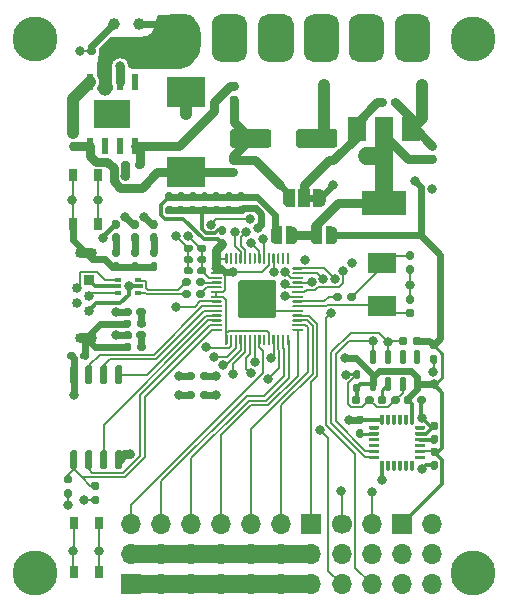
<source format=gbr>
%TF.GenerationSoftware,KiCad,Pcbnew,(5.1.10-1-10_14)*%
%TF.CreationDate,2021-12-24T07:56:15-05:00*%
%TF.ProjectId,hermes_v1,6865726d-6573-45f7-9631-2e6b69636164,rev?*%
%TF.SameCoordinates,Original*%
%TF.FileFunction,Copper,L1,Top*%
%TF.FilePolarity,Positive*%
%FSLAX46Y46*%
G04 Gerber Fmt 4.6, Leading zero omitted, Abs format (unit mm)*
G04 Created by KiCad (PCBNEW (5.1.10-1-10_14)) date 2021-12-24 07:56:15*
%MOMM*%
%LPD*%
G01*
G04 APERTURE LIST*
%TA.AperFunction,EtchedComponent*%
%ADD10C,0.100000*%
%TD*%
%TA.AperFunction,ComponentPad*%
%ADD11C,3.800000*%
%TD*%
%TA.AperFunction,SMDPad,CuDef*%
%ADD12R,0.500000X0.375000*%
%TD*%
%TA.AperFunction,SMDPad,CuDef*%
%ADD13R,0.650000X0.300000*%
%TD*%
%TA.AperFunction,SMDPad,CuDef*%
%ADD14C,0.100000*%
%TD*%
%TA.AperFunction,SMDPad,CuDef*%
%ADD15R,0.650000X1.050000*%
%TD*%
%TA.AperFunction,SMDPad,CuDef*%
%ADD16C,1.000000*%
%TD*%
%TA.AperFunction,ComponentPad*%
%ADD17O,1.850000X0.850000*%
%TD*%
%TA.AperFunction,ComponentPad*%
%ADD18C,0.840000*%
%TD*%
%TA.AperFunction,ComponentPad*%
%ADD19R,0.840000X0.840000*%
%TD*%
%TA.AperFunction,ComponentPad*%
%ADD20O,1.700000X1.700000*%
%TD*%
%TA.AperFunction,ComponentPad*%
%ADD21R,1.700000X1.700000*%
%TD*%
%TA.AperFunction,ComponentPad*%
%ADD22C,1.700000*%
%TD*%
%TA.AperFunction,SMDPad,CuDef*%
%ADD23R,2.400000X1.700000*%
%TD*%
%TA.AperFunction,SMDPad,CuDef*%
%ADD24R,3.300000X2.500000*%
%TD*%
%TA.AperFunction,SMDPad,CuDef*%
%ADD25R,1.000000X1.500000*%
%TD*%
%TA.AperFunction,ComponentPad*%
%ADD26C,0.600000*%
%TD*%
%TA.AperFunction,SMDPad,CuDef*%
%ADD27R,0.532600X1.454899*%
%TD*%
%TA.AperFunction,SMDPad,CuDef*%
%ADD28R,3.099999X2.400000*%
%TD*%
%TA.AperFunction,SMDPad,CuDef*%
%ADD29R,3.800000X2.000000*%
%TD*%
%TA.AperFunction,SMDPad,CuDef*%
%ADD30R,1.500000X2.000000*%
%TD*%
%TA.AperFunction,ViaPad*%
%ADD31C,0.800000*%
%TD*%
%TA.AperFunction,Conductor*%
%ADD32C,0.300000*%
%TD*%
%TA.AperFunction,Conductor*%
%ADD33C,0.200000*%
%TD*%
%TA.AperFunction,Conductor*%
%ADD34C,0.600000*%
%TD*%
%TA.AperFunction,Conductor*%
%ADD35C,1.500000*%
%TD*%
%TA.AperFunction,Conductor*%
%ADD36C,0.800000*%
%TD*%
%TA.AperFunction,Conductor*%
%ADD37C,1.000000*%
%TD*%
%TA.AperFunction,Conductor*%
%ADD38C,0.250000*%
%TD*%
%TA.AperFunction,Conductor*%
%ADD39C,0.450000*%
%TD*%
%TA.AperFunction,Conductor*%
%ADD40C,0.205740*%
%TD*%
%TA.AperFunction,Conductor*%
%ADD41C,0.400000*%
%TD*%
%TA.AperFunction,Conductor*%
%ADD42C,0.350000*%
%TD*%
%TA.AperFunction,Conductor*%
%ADD43C,0.100000*%
%TD*%
G04 APERTURE END LIST*
D10*
%TO.C,JP1*%
G36*
X211850000Y-59750000D02*
G01*
X211350000Y-59750000D01*
X211350000Y-59150000D01*
X211850000Y-59150000D01*
X211850000Y-59750000D01*
G37*
%TD*%
D11*
%TO.P,H4,1*%
%TO.N,N/C*%
X188110000Y-45960000D03*
%TD*%
%TO.P,H3,1*%
%TO.N,N/C*%
X225250000Y-91190000D03*
%TD*%
%TO.P,H2,1*%
%TO.N,N/C*%
X188110000Y-91170000D03*
%TD*%
%TO.P,H1,1*%
%TO.N,N/C*%
X225230000Y-45960000D03*
%TD*%
D12*
%TO.P,U7,6*%
%TO.N,Net-(J2-Pad3)*%
X195170000Y-67447500D03*
%TO.P,U7,4*%
%TO.N,Net-(J2-Pad2)*%
X195170000Y-66372500D03*
D13*
%TO.P,U7,2*%
%TO.N,GND*%
X196945000Y-66910000D03*
%TO.P,U7,5*%
%TO.N,FC_USB_VBUS*%
X195095000Y-66910000D03*
D12*
%TO.P,U7,3*%
%TO.N,FC_USB_D-*%
X196870000Y-66372500D03*
%TO.P,U7,1*%
%TO.N,FC_USB_D+*%
X196870000Y-67447500D03*
%TD*%
%TA.AperFunction,SMDPad,CuDef*%
D14*
%TO.P,JP3,2*%
%TO.N,3V3_IO*%
G36*
X213250000Y-61850602D02*
G01*
X213274534Y-61850602D01*
X213323365Y-61855412D01*
X213371490Y-61864984D01*
X213418445Y-61879228D01*
X213463778Y-61898005D01*
X213507051Y-61921136D01*
X213547850Y-61948396D01*
X213585779Y-61979524D01*
X213620476Y-62014221D01*
X213651604Y-62052150D01*
X213678864Y-62092949D01*
X213701995Y-62136222D01*
X213720772Y-62181555D01*
X213735016Y-62228510D01*
X213744588Y-62276635D01*
X213749398Y-62325466D01*
X213749398Y-62350000D01*
X213750000Y-62350000D01*
X213750000Y-62850000D01*
X213749398Y-62850000D01*
X213749398Y-62874534D01*
X213744588Y-62923365D01*
X213735016Y-62971490D01*
X213720772Y-63018445D01*
X213701995Y-63063778D01*
X213678864Y-63107051D01*
X213651604Y-63147850D01*
X213620476Y-63185779D01*
X213585779Y-63220476D01*
X213547850Y-63251604D01*
X213507051Y-63278864D01*
X213463778Y-63301995D01*
X213418445Y-63320772D01*
X213371490Y-63335016D01*
X213323365Y-63344588D01*
X213274534Y-63349398D01*
X213250000Y-63349398D01*
X213250000Y-63350000D01*
X212750000Y-63350000D01*
X212750000Y-61850000D01*
X213250000Y-61850000D01*
X213250000Y-61850602D01*
G37*
%TD.AperFunction*%
%TA.AperFunction,SMDPad,CuDef*%
%TO.P,JP3,1*%
%TO.N,+3V3*%
G36*
X212450000Y-63350000D02*
G01*
X211950000Y-63350000D01*
X211950000Y-63349398D01*
X211925466Y-63349398D01*
X211876635Y-63344588D01*
X211828510Y-63335016D01*
X211781555Y-63320772D01*
X211736222Y-63301995D01*
X211692949Y-63278864D01*
X211652150Y-63251604D01*
X211614221Y-63220476D01*
X211579524Y-63185779D01*
X211548396Y-63147850D01*
X211521136Y-63107051D01*
X211498005Y-63063778D01*
X211479228Y-63018445D01*
X211464984Y-62971490D01*
X211455412Y-62923365D01*
X211450602Y-62874534D01*
X211450602Y-62850000D01*
X211450000Y-62850000D01*
X211450000Y-62350000D01*
X211450602Y-62350000D01*
X211450602Y-62325466D01*
X211455412Y-62276635D01*
X211464984Y-62228510D01*
X211479228Y-62181555D01*
X211498005Y-62136222D01*
X211521136Y-62092949D01*
X211548396Y-62052150D01*
X211579524Y-62014221D01*
X211614221Y-61979524D01*
X211652150Y-61948396D01*
X211692949Y-61921136D01*
X211736222Y-61898005D01*
X211781555Y-61879228D01*
X211828510Y-61864984D01*
X211876635Y-61855412D01*
X211925466Y-61850602D01*
X211950000Y-61850602D01*
X211950000Y-61850000D01*
X212450000Y-61850000D01*
X212450000Y-63350000D01*
G37*
%TD.AperFunction*%
%TD*%
%TA.AperFunction,SMDPad,CuDef*%
%TO.P,JP2,2*%
%TO.N,/FlightControlComputer/3V_MCU*%
G36*
X208600000Y-63349398D02*
G01*
X208575466Y-63349398D01*
X208526635Y-63344588D01*
X208478510Y-63335016D01*
X208431555Y-63320772D01*
X208386222Y-63301995D01*
X208342949Y-63278864D01*
X208302150Y-63251604D01*
X208264221Y-63220476D01*
X208229524Y-63185779D01*
X208198396Y-63147850D01*
X208171136Y-63107051D01*
X208148005Y-63063778D01*
X208129228Y-63018445D01*
X208114984Y-62971490D01*
X208105412Y-62923365D01*
X208100602Y-62874534D01*
X208100602Y-62850000D01*
X208100000Y-62850000D01*
X208100000Y-62350000D01*
X208100602Y-62350000D01*
X208100602Y-62325466D01*
X208105412Y-62276635D01*
X208114984Y-62228510D01*
X208129228Y-62181555D01*
X208148005Y-62136222D01*
X208171136Y-62092949D01*
X208198396Y-62052150D01*
X208229524Y-62014221D01*
X208264221Y-61979524D01*
X208302150Y-61948396D01*
X208342949Y-61921136D01*
X208386222Y-61898005D01*
X208431555Y-61879228D01*
X208478510Y-61864984D01*
X208526635Y-61855412D01*
X208575466Y-61850602D01*
X208600000Y-61850602D01*
X208600000Y-61850000D01*
X209100000Y-61850000D01*
X209100000Y-63350000D01*
X208600000Y-63350000D01*
X208600000Y-63349398D01*
G37*
%TD.AperFunction*%
%TA.AperFunction,SMDPad,CuDef*%
%TO.P,JP2,1*%
%TO.N,+3V3*%
G36*
X209400000Y-61850000D02*
G01*
X209900000Y-61850000D01*
X209900000Y-61850602D01*
X209924534Y-61850602D01*
X209973365Y-61855412D01*
X210021490Y-61864984D01*
X210068445Y-61879228D01*
X210113778Y-61898005D01*
X210157051Y-61921136D01*
X210197850Y-61948396D01*
X210235779Y-61979524D01*
X210270476Y-62014221D01*
X210301604Y-62052150D01*
X210328864Y-62092949D01*
X210351995Y-62136222D01*
X210370772Y-62181555D01*
X210385016Y-62228510D01*
X210394588Y-62276635D01*
X210399398Y-62325466D01*
X210399398Y-62350000D01*
X210400000Y-62350000D01*
X210400000Y-62850000D01*
X210399398Y-62850000D01*
X210399398Y-62874534D01*
X210394588Y-62923365D01*
X210385016Y-62971490D01*
X210370772Y-63018445D01*
X210351995Y-63063778D01*
X210328864Y-63107051D01*
X210301604Y-63147850D01*
X210270476Y-63185779D01*
X210235779Y-63220476D01*
X210197850Y-63251604D01*
X210157051Y-63278864D01*
X210113778Y-63301995D01*
X210068445Y-63320772D01*
X210021490Y-63335016D01*
X209973365Y-63344588D01*
X209924534Y-63349398D01*
X209900000Y-63349398D01*
X209900000Y-63350000D01*
X209400000Y-63350000D01*
X209400000Y-61850000D01*
G37*
%TD.AperFunction*%
%TD*%
%TO.P,R16,2*%
%TO.N,GND*%
%TA.AperFunction,SMDPad,CuDef*%
G36*
G01*
X196310000Y-69915000D02*
X196310000Y-70235000D01*
G75*
G02*
X196150000Y-70395000I-160000J0D01*
G01*
X195755000Y-70395000D01*
G75*
G02*
X195595000Y-70235000I0J160000D01*
G01*
X195595000Y-69915000D01*
G75*
G02*
X195755000Y-69755000I160000J0D01*
G01*
X196150000Y-69755000D01*
G75*
G02*
X196310000Y-69915000I0J-160000D01*
G01*
G37*
%TD.AperFunction*%
%TO.P,R16,1*%
%TO.N,Net-(D6-Pad1)*%
%TA.AperFunction,SMDPad,CuDef*%
G36*
G01*
X197505000Y-69915000D02*
X197505000Y-70235000D01*
G75*
G02*
X197345000Y-70395000I-160000J0D01*
G01*
X196950000Y-70395000D01*
G75*
G02*
X196790000Y-70235000I0J160000D01*
G01*
X196790000Y-69915000D01*
G75*
G02*
X196950000Y-69755000I160000J0D01*
G01*
X197345000Y-69755000D01*
G75*
G02*
X197505000Y-69915000I0J-160000D01*
G01*
G37*
%TD.AperFunction*%
%TD*%
%TO.P,R15,2*%
%TO.N,GND*%
%TA.AperFunction,SMDPad,CuDef*%
G36*
G01*
X196310000Y-71890000D02*
X196310000Y-72210000D01*
G75*
G02*
X196150000Y-72370000I-160000J0D01*
G01*
X195755000Y-72370000D01*
G75*
G02*
X195595000Y-72210000I0J160000D01*
G01*
X195595000Y-71890000D01*
G75*
G02*
X195755000Y-71730000I160000J0D01*
G01*
X196150000Y-71730000D01*
G75*
G02*
X196310000Y-71890000I0J-160000D01*
G01*
G37*
%TD.AperFunction*%
%TO.P,R15,1*%
%TO.N,Net-(D5-Pad1)*%
%TA.AperFunction,SMDPad,CuDef*%
G36*
G01*
X197505000Y-71890000D02*
X197505000Y-72210000D01*
G75*
G02*
X197345000Y-72370000I-160000J0D01*
G01*
X196950000Y-72370000D01*
G75*
G02*
X196790000Y-72210000I0J160000D01*
G01*
X196790000Y-71890000D01*
G75*
G02*
X196950000Y-71730000I160000J0D01*
G01*
X197345000Y-71730000D01*
G75*
G02*
X197505000Y-71890000I0J-160000D01*
G01*
G37*
%TD.AperFunction*%
%TD*%
%TO.P,D6,2*%
%TO.N,+5V*%
%TA.AperFunction,SMDPad,CuDef*%
G36*
G01*
X196360000Y-68940000D02*
X196360000Y-69260000D01*
G75*
G02*
X196200000Y-69420000I-160000J0D01*
G01*
X195755000Y-69420000D01*
G75*
G02*
X195595000Y-69260000I0J160000D01*
G01*
X195595000Y-68940000D01*
G75*
G02*
X195755000Y-68780000I160000J0D01*
G01*
X196200000Y-68780000D01*
G75*
G02*
X196360000Y-68940000I0J-160000D01*
G01*
G37*
%TD.AperFunction*%
%TO.P,D6,1*%
%TO.N,Net-(D6-Pad1)*%
%TA.AperFunction,SMDPad,CuDef*%
G36*
G01*
X197505000Y-68940000D02*
X197505000Y-69260000D01*
G75*
G02*
X197345000Y-69420000I-160000J0D01*
G01*
X196900000Y-69420000D01*
G75*
G02*
X196740000Y-69260000I0J160000D01*
G01*
X196740000Y-68940000D01*
G75*
G02*
X196900000Y-68780000I160000J0D01*
G01*
X197345000Y-68780000D01*
G75*
G02*
X197505000Y-68940000I0J-160000D01*
G01*
G37*
%TD.AperFunction*%
%TD*%
%TO.P,D5,2*%
%TO.N,+3V3*%
%TA.AperFunction,SMDPad,CuDef*%
G36*
G01*
X196360000Y-70890000D02*
X196360000Y-71210000D01*
G75*
G02*
X196200000Y-71370000I-160000J0D01*
G01*
X195755000Y-71370000D01*
G75*
G02*
X195595000Y-71210000I0J160000D01*
G01*
X195595000Y-70890000D01*
G75*
G02*
X195755000Y-70730000I160000J0D01*
G01*
X196200000Y-70730000D01*
G75*
G02*
X196360000Y-70890000I0J-160000D01*
G01*
G37*
%TD.AperFunction*%
%TO.P,D5,1*%
%TO.N,Net-(D5-Pad1)*%
%TA.AperFunction,SMDPad,CuDef*%
G36*
G01*
X197505000Y-70890000D02*
X197505000Y-71210000D01*
G75*
G02*
X197345000Y-71370000I-160000J0D01*
G01*
X196900000Y-71370000D01*
G75*
G02*
X196740000Y-71210000I0J160000D01*
G01*
X196740000Y-70890000D01*
G75*
G02*
X196900000Y-70730000I160000J0D01*
G01*
X197345000Y-70730000D01*
G75*
G02*
X197505000Y-70890000I0J-160000D01*
G01*
G37*
%TD.AperFunction*%
%TD*%
D15*
%TO.P,SW2,2*%
%TO.N,GND*%
X191425000Y-91125000D03*
X191425000Y-86975000D03*
%TO.P,SW2,1*%
%TO.N,FC_RUN*%
X193575000Y-91125000D03*
X193575000Y-86975000D03*
%TD*%
%TO.P,SW1,2*%
%TO.N,GND*%
X191325000Y-61675000D03*
X191325000Y-57525000D03*
%TO.P,SW1,1*%
%TO.N,FC_BOOTSEL*%
X193475000Y-61675000D03*
X193475000Y-57525000D03*
%TD*%
%TO.P,C8,2*%
%TO.N,GND*%
%TA.AperFunction,SMDPad,CuDef*%
G36*
G01*
X201500000Y-63545000D02*
X201500000Y-63855000D01*
G75*
G02*
X201345000Y-64010000I-155000J0D01*
G01*
X200920000Y-64010000D01*
G75*
G02*
X200765000Y-63855000I0J155000D01*
G01*
X200765000Y-63545000D01*
G75*
G02*
X200920000Y-63390000I155000J0D01*
G01*
X201345000Y-63390000D01*
G75*
G02*
X201500000Y-63545000I0J-155000D01*
G01*
G37*
%TD.AperFunction*%
%TO.P,C8,1*%
%TO.N,+1V1*%
%TA.AperFunction,SMDPad,CuDef*%
G36*
G01*
X202635000Y-63545000D02*
X202635000Y-63855000D01*
G75*
G02*
X202480000Y-64010000I-155000J0D01*
G01*
X202055000Y-64010000D01*
G75*
G02*
X201900000Y-63855000I0J155000D01*
G01*
X201900000Y-63545000D01*
G75*
G02*
X202055000Y-63390000I155000J0D01*
G01*
X202480000Y-63390000D01*
G75*
G02*
X202635000Y-63545000I0J-155000D01*
G01*
G37*
%TD.AperFunction*%
%TD*%
D16*
%TO.P,TP2,1*%
%TO.N,VCC*%
X196950000Y-44700000D03*
%TD*%
%TO.P,TP1,1*%
%TO.N,GND*%
X194800000Y-44700000D03*
%TD*%
D17*
%TO.P,J2,6*%
%TO.N,GND*%
X192480000Y-71275000D03*
X192480000Y-64125000D03*
D18*
%TO.P,J2,5*%
X192700000Y-69000000D03*
%TO.P,J2,4*%
%TO.N,Net-(J2-Pad4)*%
X191700000Y-68350000D03*
%TO.P,J2,3*%
%TO.N,Net-(J2-Pad3)*%
X192700000Y-67700000D03*
%TO.P,J2,2*%
%TO.N,Net-(J2-Pad2)*%
X191700000Y-67050000D03*
D19*
%TO.P,J2,1*%
%TO.N,FC_USB_VBUS*%
X192700000Y-66400000D03*
%TD*%
D20*
%TO.P,J7,6*%
%TO.N,GND*%
X221740000Y-92130000D03*
%TO.P,J7,5*%
%TO.N,+5V*%
X219200000Y-92130000D03*
%TO.P,J7,4*%
%TO.N,GND*%
X221740000Y-89590000D03*
%TO.P,J7,3*%
%TO.N,+5V*%
X219200000Y-89590000D03*
%TO.P,J7,2*%
%TO.N,GND*%
X221740000Y-87050000D03*
D21*
%TO.P,J7,1*%
%TO.N,3V3_IO*%
X219200000Y-87050000D03*
%TD*%
D20*
%TO.P,J5,6*%
%TO.N,FC_UART0_RX*%
X216640000Y-92130000D03*
%TO.P,J5,5*%
%TO.N,FC_UART0_TX*%
X214100000Y-92130000D03*
%TO.P,J5,4*%
%TO.N,FC_UART1_RX*%
X216640000Y-89590000D03*
%TO.P,J5,3*%
%TO.N,FC_UART1_TX*%
X214100000Y-89590000D03*
%TO.P,J5,2*%
%TO.N,FC_I2C1_SDA*%
X216640000Y-87050000D03*
D22*
%TO.P,J5,1*%
%TO.N,FC_I2C1_SCL*%
X214100000Y-87050000D03*
%TD*%
D20*
%TO.P,J4,14*%
%TO.N,+5V*%
X211540000Y-89610000D03*
%TO.P,J4,13*%
%TO.N,GND*%
X211540000Y-92150000D03*
%TO.P,J4,12*%
%TO.N,+5V*%
X209000000Y-89610000D03*
%TO.P,J4,11*%
%TO.N,GND*%
X209000000Y-92150000D03*
%TO.P,J4,10*%
%TO.N,+5V*%
X206460000Y-89610000D03*
%TO.P,J4,9*%
%TO.N,GND*%
X206460000Y-92150000D03*
%TO.P,J4,8*%
%TO.N,+5V*%
X203920000Y-89610000D03*
%TO.P,J4,7*%
%TO.N,GND*%
X203920000Y-92150000D03*
%TO.P,J4,6*%
%TO.N,+5V*%
X201380000Y-89610000D03*
%TO.P,J4,5*%
%TO.N,GND*%
X201380000Y-92150000D03*
%TO.P,J4,4*%
%TO.N,+5V*%
X198840000Y-89610000D03*
%TO.P,J4,3*%
%TO.N,GND*%
X198840000Y-92150000D03*
%TO.P,J4,2*%
%TO.N,+5V*%
X196300000Y-89610000D03*
D21*
%TO.P,J4,1*%
%TO.N,GND*%
X196300000Y-92150000D03*
%TD*%
D20*
%TO.P,J3,7*%
%TO.N,FC_RADIO_PPM*%
X196310000Y-87050000D03*
%TO.P,J3,6*%
%TO.N,FC_SERVO_6*%
X198850000Y-87050000D03*
%TO.P,J3,5*%
%TO.N,FC_SERVO_5*%
X201390000Y-87050000D03*
%TO.P,J3,4*%
%TO.N,FC_SERVO_4*%
X203930000Y-87050000D03*
%TO.P,J3,3*%
%TO.N,FC_SERVO_3*%
X206470000Y-87050000D03*
%TO.P,J3,2*%
%TO.N,FC_SERVO_2*%
X209010000Y-87050000D03*
D21*
%TO.P,J3,1*%
%TO.N,FC_SERVO_1*%
X211550000Y-87050000D03*
%TD*%
D23*
%TO.P,Y1,2*%
%TO.N,Net-(C18-Pad1)*%
X217500000Y-64900000D03*
%TO.P,Y1,1*%
%TO.N,FC_XIN*%
X217500000Y-68600000D03*
%TD*%
%TO.P,C6,2*%
%TO.N,GND*%
%TA.AperFunction,SMDPad,CuDef*%
G36*
G01*
X201500000Y-64495000D02*
X201500000Y-64805000D01*
G75*
G02*
X201345000Y-64960000I-155000J0D01*
G01*
X200920000Y-64960000D01*
G75*
G02*
X200765000Y-64805000I0J155000D01*
G01*
X200765000Y-64495000D01*
G75*
G02*
X200920000Y-64340000I155000J0D01*
G01*
X201345000Y-64340000D01*
G75*
G02*
X201500000Y-64495000I0J-155000D01*
G01*
G37*
%TD.AperFunction*%
%TO.P,C6,1*%
%TO.N,+1V1*%
%TA.AperFunction,SMDPad,CuDef*%
G36*
G01*
X202635000Y-64495000D02*
X202635000Y-64805000D01*
G75*
G02*
X202480000Y-64960000I-155000J0D01*
G01*
X202055000Y-64960000D01*
G75*
G02*
X201900000Y-64805000I0J155000D01*
G01*
X201900000Y-64495000D01*
G75*
G02*
X202055000Y-64340000I155000J0D01*
G01*
X202480000Y-64340000D01*
G75*
G02*
X202635000Y-64495000I0J-155000D01*
G01*
G37*
%TD.AperFunction*%
%TD*%
%TO.P,C7,1*%
%TO.N,+1V1*%
%TA.AperFunction,SMDPad,CuDef*%
G36*
G01*
X202635000Y-65445000D02*
X202635000Y-65755000D01*
G75*
G02*
X202480000Y-65910000I-155000J0D01*
G01*
X202055000Y-65910000D01*
G75*
G02*
X201900000Y-65755000I0J155000D01*
G01*
X201900000Y-65445000D01*
G75*
G02*
X202055000Y-65290000I155000J0D01*
G01*
X202480000Y-65290000D01*
G75*
G02*
X202635000Y-65445000I0J-155000D01*
G01*
G37*
%TD.AperFunction*%
%TO.P,C7,2*%
%TO.N,GND*%
%TA.AperFunction,SMDPad,CuDef*%
G36*
G01*
X201500000Y-65445000D02*
X201500000Y-65755000D01*
G75*
G02*
X201345000Y-65910000I-155000J0D01*
G01*
X200920000Y-65910000D01*
G75*
G02*
X200765000Y-65755000I0J155000D01*
G01*
X200765000Y-65445000D01*
G75*
G02*
X200920000Y-65290000I155000J0D01*
G01*
X201345000Y-65290000D01*
G75*
G02*
X201500000Y-65445000I0J-155000D01*
G01*
G37*
%TD.AperFunction*%
%TD*%
%TO.P,C9,2*%
%TO.N,GND*%
%TA.AperFunction,SMDPad,CuDef*%
G36*
G01*
X204155000Y-62550000D02*
X203845000Y-62550000D01*
G75*
G02*
X203690000Y-62395000I0J155000D01*
G01*
X203690000Y-61970000D01*
G75*
G02*
X203845000Y-61815000I155000J0D01*
G01*
X204155000Y-61815000D01*
G75*
G02*
X204310000Y-61970000I0J-155000D01*
G01*
X204310000Y-62395000D01*
G75*
G02*
X204155000Y-62550000I-155000J0D01*
G01*
G37*
%TD.AperFunction*%
%TO.P,C9,1*%
%TO.N,/FlightControlComputer/3V_MCU*%
%TA.AperFunction,SMDPad,CuDef*%
G36*
G01*
X204155000Y-63685000D02*
X203845000Y-63685000D01*
G75*
G02*
X203690000Y-63530000I0J155000D01*
G01*
X203690000Y-63105000D01*
G75*
G02*
X203845000Y-62950000I155000J0D01*
G01*
X204155000Y-62950000D01*
G75*
G02*
X204310000Y-63105000I0J-155000D01*
G01*
X204310000Y-63530000D01*
G75*
G02*
X204155000Y-63685000I-155000J0D01*
G01*
G37*
%TD.AperFunction*%
%TD*%
%TO.P,C10,2*%
%TO.N,GND*%
%TA.AperFunction,SMDPad,CuDef*%
G36*
G01*
X205445000Y-60100000D02*
X205755000Y-60100000D01*
G75*
G02*
X205910000Y-60255000I0J-155000D01*
G01*
X205910000Y-60680000D01*
G75*
G02*
X205755000Y-60835000I-155000J0D01*
G01*
X205445000Y-60835000D01*
G75*
G02*
X205290000Y-60680000I0J155000D01*
G01*
X205290000Y-60255000D01*
G75*
G02*
X205445000Y-60100000I155000J0D01*
G01*
G37*
%TD.AperFunction*%
%TO.P,C10,1*%
%TO.N,/FlightControlComputer/3V_MCU*%
%TA.AperFunction,SMDPad,CuDef*%
G36*
G01*
X205445000Y-58965000D02*
X205755000Y-58965000D01*
G75*
G02*
X205910000Y-59120000I0J-155000D01*
G01*
X205910000Y-59545000D01*
G75*
G02*
X205755000Y-59700000I-155000J0D01*
G01*
X205445000Y-59700000D01*
G75*
G02*
X205290000Y-59545000I0J155000D01*
G01*
X205290000Y-59120000D01*
G75*
G02*
X205445000Y-58965000I155000J0D01*
G01*
G37*
%TD.AperFunction*%
%TD*%
%TO.P,C11,1*%
%TO.N,/FlightControlComputer/3V_MCU*%
%TA.AperFunction,SMDPad,CuDef*%
G36*
G01*
X204395000Y-58965000D02*
X204705000Y-58965000D01*
G75*
G02*
X204860000Y-59120000I0J-155000D01*
G01*
X204860000Y-59545000D01*
G75*
G02*
X204705000Y-59700000I-155000J0D01*
G01*
X204395000Y-59700000D01*
G75*
G02*
X204240000Y-59545000I0J155000D01*
G01*
X204240000Y-59120000D01*
G75*
G02*
X204395000Y-58965000I155000J0D01*
G01*
G37*
%TD.AperFunction*%
%TO.P,C11,2*%
%TO.N,GND*%
%TA.AperFunction,SMDPad,CuDef*%
G36*
G01*
X204395000Y-60100000D02*
X204705000Y-60100000D01*
G75*
G02*
X204860000Y-60255000I0J-155000D01*
G01*
X204860000Y-60680000D01*
G75*
G02*
X204705000Y-60835000I-155000J0D01*
G01*
X204395000Y-60835000D01*
G75*
G02*
X204240000Y-60680000I0J155000D01*
G01*
X204240000Y-60255000D01*
G75*
G02*
X204395000Y-60100000I155000J0D01*
G01*
G37*
%TD.AperFunction*%
%TD*%
%TO.P,C12,2*%
%TO.N,GND*%
%TA.AperFunction,SMDPad,CuDef*%
G36*
G01*
X203345000Y-60100000D02*
X203655000Y-60100000D01*
G75*
G02*
X203810000Y-60255000I0J-155000D01*
G01*
X203810000Y-60680000D01*
G75*
G02*
X203655000Y-60835000I-155000J0D01*
G01*
X203345000Y-60835000D01*
G75*
G02*
X203190000Y-60680000I0J155000D01*
G01*
X203190000Y-60255000D01*
G75*
G02*
X203345000Y-60100000I155000J0D01*
G01*
G37*
%TD.AperFunction*%
%TO.P,C12,1*%
%TO.N,/FlightControlComputer/3V_MCU*%
%TA.AperFunction,SMDPad,CuDef*%
G36*
G01*
X203345000Y-58965000D02*
X203655000Y-58965000D01*
G75*
G02*
X203810000Y-59120000I0J-155000D01*
G01*
X203810000Y-59545000D01*
G75*
G02*
X203655000Y-59700000I-155000J0D01*
G01*
X203345000Y-59700000D01*
G75*
G02*
X203190000Y-59545000I0J155000D01*
G01*
X203190000Y-59120000D01*
G75*
G02*
X203345000Y-58965000I155000J0D01*
G01*
G37*
%TD.AperFunction*%
%TD*%
%TO.P,C13,1*%
%TO.N,/FlightControlComputer/3V_MCU*%
%TA.AperFunction,SMDPad,CuDef*%
G36*
G01*
X202345000Y-58965000D02*
X202655000Y-58965000D01*
G75*
G02*
X202810000Y-59120000I0J-155000D01*
G01*
X202810000Y-59545000D01*
G75*
G02*
X202655000Y-59700000I-155000J0D01*
G01*
X202345000Y-59700000D01*
G75*
G02*
X202190000Y-59545000I0J155000D01*
G01*
X202190000Y-59120000D01*
G75*
G02*
X202345000Y-58965000I155000J0D01*
G01*
G37*
%TD.AperFunction*%
%TO.P,C13,2*%
%TO.N,GND*%
%TA.AperFunction,SMDPad,CuDef*%
G36*
G01*
X202345000Y-60100000D02*
X202655000Y-60100000D01*
G75*
G02*
X202810000Y-60255000I0J-155000D01*
G01*
X202810000Y-60680000D01*
G75*
G02*
X202655000Y-60835000I-155000J0D01*
G01*
X202345000Y-60835000D01*
G75*
G02*
X202190000Y-60680000I0J155000D01*
G01*
X202190000Y-60255000D01*
G75*
G02*
X202345000Y-60100000I155000J0D01*
G01*
G37*
%TD.AperFunction*%
%TD*%
%TO.P,C14,1*%
%TO.N,/FlightControlComputer/3V_MCU*%
%TA.AperFunction,SMDPad,CuDef*%
G36*
G01*
X201345000Y-58965000D02*
X201655000Y-58965000D01*
G75*
G02*
X201810000Y-59120000I0J-155000D01*
G01*
X201810000Y-59545000D01*
G75*
G02*
X201655000Y-59700000I-155000J0D01*
G01*
X201345000Y-59700000D01*
G75*
G02*
X201190000Y-59545000I0J155000D01*
G01*
X201190000Y-59120000D01*
G75*
G02*
X201345000Y-58965000I155000J0D01*
G01*
G37*
%TD.AperFunction*%
%TO.P,C14,2*%
%TO.N,GND*%
%TA.AperFunction,SMDPad,CuDef*%
G36*
G01*
X201345000Y-60100000D02*
X201655000Y-60100000D01*
G75*
G02*
X201810000Y-60255000I0J-155000D01*
G01*
X201810000Y-60680000D01*
G75*
G02*
X201655000Y-60835000I-155000J0D01*
G01*
X201345000Y-60835000D01*
G75*
G02*
X201190000Y-60680000I0J155000D01*
G01*
X201190000Y-60255000D01*
G75*
G02*
X201345000Y-60100000I155000J0D01*
G01*
G37*
%TD.AperFunction*%
%TD*%
%TO.P,C15,2*%
%TO.N,GND*%
%TA.AperFunction,SMDPad,CuDef*%
G36*
G01*
X200345000Y-60100000D02*
X200655000Y-60100000D01*
G75*
G02*
X200810000Y-60255000I0J-155000D01*
G01*
X200810000Y-60680000D01*
G75*
G02*
X200655000Y-60835000I-155000J0D01*
G01*
X200345000Y-60835000D01*
G75*
G02*
X200190000Y-60680000I0J155000D01*
G01*
X200190000Y-60255000D01*
G75*
G02*
X200345000Y-60100000I155000J0D01*
G01*
G37*
%TD.AperFunction*%
%TO.P,C15,1*%
%TO.N,/FlightControlComputer/3V_MCU*%
%TA.AperFunction,SMDPad,CuDef*%
G36*
G01*
X200345000Y-58965000D02*
X200655000Y-58965000D01*
G75*
G02*
X200810000Y-59120000I0J-155000D01*
G01*
X200810000Y-59545000D01*
G75*
G02*
X200655000Y-59700000I-155000J0D01*
G01*
X200345000Y-59700000D01*
G75*
G02*
X200190000Y-59545000I0J155000D01*
G01*
X200190000Y-59120000D01*
G75*
G02*
X200345000Y-58965000I155000J0D01*
G01*
G37*
%TD.AperFunction*%
%TD*%
%TO.P,C16,1*%
%TO.N,/FlightControlComputer/3V_MCU*%
%TA.AperFunction,SMDPad,CuDef*%
G36*
G01*
X199345000Y-58965000D02*
X199655000Y-58965000D01*
G75*
G02*
X199810000Y-59120000I0J-155000D01*
G01*
X199810000Y-59545000D01*
G75*
G02*
X199655000Y-59700000I-155000J0D01*
G01*
X199345000Y-59700000D01*
G75*
G02*
X199190000Y-59545000I0J155000D01*
G01*
X199190000Y-59120000D01*
G75*
G02*
X199345000Y-58965000I155000J0D01*
G01*
G37*
%TD.AperFunction*%
%TO.P,C16,2*%
%TO.N,GND*%
%TA.AperFunction,SMDPad,CuDef*%
G36*
G01*
X199345000Y-60100000D02*
X199655000Y-60100000D01*
G75*
G02*
X199810000Y-60255000I0J-155000D01*
G01*
X199810000Y-60680000D01*
G75*
G02*
X199655000Y-60835000I-155000J0D01*
G01*
X199345000Y-60835000D01*
G75*
G02*
X199190000Y-60680000I0J155000D01*
G01*
X199190000Y-60255000D01*
G75*
G02*
X199345000Y-60100000I155000J0D01*
G01*
G37*
%TD.AperFunction*%
%TD*%
%TO.P,C17,1*%
%TO.N,FC_XIN*%
%TA.AperFunction,SMDPad,CuDef*%
G36*
G01*
X220055000Y-69535000D02*
X219745000Y-69535000D01*
G75*
G02*
X219590000Y-69380000I0J155000D01*
G01*
X219590000Y-68955000D01*
G75*
G02*
X219745000Y-68800000I155000J0D01*
G01*
X220055000Y-68800000D01*
G75*
G02*
X220210000Y-68955000I0J-155000D01*
G01*
X220210000Y-69380000D01*
G75*
G02*
X220055000Y-69535000I-155000J0D01*
G01*
G37*
%TD.AperFunction*%
%TO.P,C17,2*%
%TO.N,GND*%
%TA.AperFunction,SMDPad,CuDef*%
G36*
G01*
X220055000Y-68400000D02*
X219745000Y-68400000D01*
G75*
G02*
X219590000Y-68245000I0J155000D01*
G01*
X219590000Y-67820000D01*
G75*
G02*
X219745000Y-67665000I155000J0D01*
G01*
X220055000Y-67665000D01*
G75*
G02*
X220210000Y-67820000I0J-155000D01*
G01*
X220210000Y-68245000D01*
G75*
G02*
X220055000Y-68400000I-155000J0D01*
G01*
G37*
%TD.AperFunction*%
%TD*%
%TO.P,C18,2*%
%TO.N,GND*%
%TA.AperFunction,SMDPad,CuDef*%
G36*
G01*
X219745000Y-65100000D02*
X220055000Y-65100000D01*
G75*
G02*
X220210000Y-65255000I0J-155000D01*
G01*
X220210000Y-65680000D01*
G75*
G02*
X220055000Y-65835000I-155000J0D01*
G01*
X219745000Y-65835000D01*
G75*
G02*
X219590000Y-65680000I0J155000D01*
G01*
X219590000Y-65255000D01*
G75*
G02*
X219745000Y-65100000I155000J0D01*
G01*
G37*
%TD.AperFunction*%
%TO.P,C18,1*%
%TO.N,Net-(C18-Pad1)*%
%TA.AperFunction,SMDPad,CuDef*%
G36*
G01*
X219745000Y-63965000D02*
X220055000Y-63965000D01*
G75*
G02*
X220210000Y-64120000I0J-155000D01*
G01*
X220210000Y-64545000D01*
G75*
G02*
X220055000Y-64700000I-155000J0D01*
G01*
X219745000Y-64700000D01*
G75*
G02*
X219590000Y-64545000I0J155000D01*
G01*
X219590000Y-64120000D01*
G75*
G02*
X219745000Y-63965000I155000J0D01*
G01*
G37*
%TD.AperFunction*%
%TD*%
%TO.P,C19,2*%
%TO.N,GND*%
%TA.AperFunction,SMDPad,CuDef*%
G36*
G01*
X192000000Y-72955000D02*
X192000000Y-72645000D01*
G75*
G02*
X192155000Y-72490000I155000J0D01*
G01*
X192580000Y-72490000D01*
G75*
G02*
X192735000Y-72645000I0J-155000D01*
G01*
X192735000Y-72955000D01*
G75*
G02*
X192580000Y-73110000I-155000J0D01*
G01*
X192155000Y-73110000D01*
G75*
G02*
X192000000Y-72955000I0J155000D01*
G01*
G37*
%TD.AperFunction*%
%TO.P,C19,1*%
%TO.N,3V3_IO*%
%TA.AperFunction,SMDPad,CuDef*%
G36*
G01*
X190865000Y-72955000D02*
X190865000Y-72645000D01*
G75*
G02*
X191020000Y-72490000I155000J0D01*
G01*
X191445000Y-72490000D01*
G75*
G02*
X191600000Y-72645000I0J-155000D01*
G01*
X191600000Y-72955000D01*
G75*
G02*
X191445000Y-73110000I-155000J0D01*
G01*
X191020000Y-73110000D01*
G75*
G02*
X190865000Y-72955000I0J155000D01*
G01*
G37*
%TD.AperFunction*%
%TD*%
%TO.P,C20,1*%
%TO.N,Net-(C20-Pad1)*%
%TA.AperFunction,SMDPad,CuDef*%
G36*
G01*
X215805000Y-79735000D02*
X215495000Y-79735000D01*
G75*
G02*
X215340000Y-79580000I0J155000D01*
G01*
X215340000Y-79155000D01*
G75*
G02*
X215495000Y-79000000I155000J0D01*
G01*
X215805000Y-79000000D01*
G75*
G02*
X215960000Y-79155000I0J-155000D01*
G01*
X215960000Y-79580000D01*
G75*
G02*
X215805000Y-79735000I-155000J0D01*
G01*
G37*
%TD.AperFunction*%
%TO.P,C20,2*%
%TO.N,GND*%
%TA.AperFunction,SMDPad,CuDef*%
G36*
G01*
X215805000Y-78600000D02*
X215495000Y-78600000D01*
G75*
G02*
X215340000Y-78445000I0J155000D01*
G01*
X215340000Y-78020000D01*
G75*
G02*
X215495000Y-77865000I155000J0D01*
G01*
X215805000Y-77865000D01*
G75*
G02*
X215960000Y-78020000I0J-155000D01*
G01*
X215960000Y-78445000D01*
G75*
G02*
X215805000Y-78600000I-155000J0D01*
G01*
G37*
%TD.AperFunction*%
%TD*%
%TO.P,C21,1*%
%TO.N,3V3_IO*%
%TA.AperFunction,SMDPad,CuDef*%
G36*
G01*
X215545000Y-75885000D02*
X215235000Y-75885000D01*
G75*
G02*
X215080000Y-75730000I0J155000D01*
G01*
X215080000Y-75305000D01*
G75*
G02*
X215235000Y-75150000I155000J0D01*
G01*
X215545000Y-75150000D01*
G75*
G02*
X215700000Y-75305000I0J-155000D01*
G01*
X215700000Y-75730000D01*
G75*
G02*
X215545000Y-75885000I-155000J0D01*
G01*
G37*
%TD.AperFunction*%
%TO.P,C21,2*%
%TO.N,GND*%
%TA.AperFunction,SMDPad,CuDef*%
G36*
G01*
X215545000Y-74750000D02*
X215235000Y-74750000D01*
G75*
G02*
X215080000Y-74595000I0J155000D01*
G01*
X215080000Y-74170000D01*
G75*
G02*
X215235000Y-74015000I155000J0D01*
G01*
X215545000Y-74015000D01*
G75*
G02*
X215700000Y-74170000I0J-155000D01*
G01*
X215700000Y-74595000D01*
G75*
G02*
X215545000Y-74750000I-155000J0D01*
G01*
G37*
%TD.AperFunction*%
%TD*%
%TO.P,C22,2*%
%TO.N,GND*%
%TA.AperFunction,SMDPad,CuDef*%
G36*
G01*
X222105000Y-79100000D02*
X221795000Y-79100000D01*
G75*
G02*
X221640000Y-78945000I0J155000D01*
G01*
X221640000Y-78520000D01*
G75*
G02*
X221795000Y-78365000I155000J0D01*
G01*
X222105000Y-78365000D01*
G75*
G02*
X222260000Y-78520000I0J-155000D01*
G01*
X222260000Y-78945000D01*
G75*
G02*
X222105000Y-79100000I-155000J0D01*
G01*
G37*
%TD.AperFunction*%
%TO.P,C22,1*%
%TO.N,Net-(C22-Pad1)*%
%TA.AperFunction,SMDPad,CuDef*%
G36*
G01*
X222105000Y-80235000D02*
X221795000Y-80235000D01*
G75*
G02*
X221640000Y-80080000I0J155000D01*
G01*
X221640000Y-79655000D01*
G75*
G02*
X221795000Y-79500000I155000J0D01*
G01*
X222105000Y-79500000D01*
G75*
G02*
X222260000Y-79655000I0J-155000D01*
G01*
X222260000Y-80080000D01*
G75*
G02*
X222105000Y-80235000I-155000J0D01*
G01*
G37*
%TD.AperFunction*%
%TD*%
%TO.P,C23,2*%
%TO.N,GND*%
%TA.AperFunction,SMDPad,CuDef*%
G36*
G01*
X216100000Y-76705000D02*
X216100000Y-76395000D01*
G75*
G02*
X216255000Y-76240000I155000J0D01*
G01*
X216680000Y-76240000D01*
G75*
G02*
X216835000Y-76395000I0J-155000D01*
G01*
X216835000Y-76705000D01*
G75*
G02*
X216680000Y-76860000I-155000J0D01*
G01*
X216255000Y-76860000D01*
G75*
G02*
X216100000Y-76705000I0J155000D01*
G01*
G37*
%TD.AperFunction*%
%TO.P,C23,1*%
%TO.N,3V3_IO*%
%TA.AperFunction,SMDPad,CuDef*%
G36*
G01*
X214965000Y-76705000D02*
X214965000Y-76395000D01*
G75*
G02*
X215120000Y-76240000I155000J0D01*
G01*
X215545000Y-76240000D01*
G75*
G02*
X215700000Y-76395000I0J-155000D01*
G01*
X215700000Y-76705000D01*
G75*
G02*
X215545000Y-76860000I-155000J0D01*
G01*
X215120000Y-76860000D01*
G75*
G02*
X214965000Y-76705000I0J155000D01*
G01*
G37*
%TD.AperFunction*%
%TD*%
%TO.P,C24,1*%
%TO.N,Net-(C24-Pad1)*%
%TA.AperFunction,SMDPad,CuDef*%
G36*
G01*
X217165000Y-76705000D02*
X217165000Y-76395000D01*
G75*
G02*
X217320000Y-76240000I155000J0D01*
G01*
X217745000Y-76240000D01*
G75*
G02*
X217900000Y-76395000I0J-155000D01*
G01*
X217900000Y-76705000D01*
G75*
G02*
X217745000Y-76860000I-155000J0D01*
G01*
X217320000Y-76860000D01*
G75*
G02*
X217165000Y-76705000I0J155000D01*
G01*
G37*
%TD.AperFunction*%
%TO.P,C24,2*%
%TO.N,GND*%
%TA.AperFunction,SMDPad,CuDef*%
G36*
G01*
X218300000Y-76705000D02*
X218300000Y-76395000D01*
G75*
G02*
X218455000Y-76240000I155000J0D01*
G01*
X218880000Y-76240000D01*
G75*
G02*
X219035000Y-76395000I0J-155000D01*
G01*
X219035000Y-76705000D01*
G75*
G02*
X218880000Y-76860000I-155000J0D01*
G01*
X218455000Y-76860000D01*
G75*
G02*
X218300000Y-76705000I0J155000D01*
G01*
G37*
%TD.AperFunction*%
%TD*%
%TO.P,C25,1*%
%TO.N,GND*%
%TA.AperFunction,SMDPad,CuDef*%
G36*
G01*
X221235000Y-76395000D02*
X221235000Y-76705000D01*
G75*
G02*
X221080000Y-76860000I-155000J0D01*
G01*
X220655000Y-76860000D01*
G75*
G02*
X220500000Y-76705000I0J155000D01*
G01*
X220500000Y-76395000D01*
G75*
G02*
X220655000Y-76240000I155000J0D01*
G01*
X221080000Y-76240000D01*
G75*
G02*
X221235000Y-76395000I0J-155000D01*
G01*
G37*
%TD.AperFunction*%
%TO.P,C25,2*%
%TO.N,3V3_IO*%
%TA.AperFunction,SMDPad,CuDef*%
G36*
G01*
X220100000Y-76395000D02*
X220100000Y-76705000D01*
G75*
G02*
X219945000Y-76860000I-155000J0D01*
G01*
X219520000Y-76860000D01*
G75*
G02*
X219365000Y-76705000I0J155000D01*
G01*
X219365000Y-76395000D01*
G75*
G02*
X219520000Y-76240000I155000J0D01*
G01*
X219945000Y-76240000D01*
G75*
G02*
X220100000Y-76395000I0J-155000D01*
G01*
G37*
%TD.AperFunction*%
%TD*%
%TO.P,C26,1*%
%TO.N,3V3_IO*%
%TA.AperFunction,SMDPad,CuDef*%
G36*
G01*
X221795000Y-80565000D02*
X222105000Y-80565000D01*
G75*
G02*
X222260000Y-80720000I0J-155000D01*
G01*
X222260000Y-81145000D01*
G75*
G02*
X222105000Y-81300000I-155000J0D01*
G01*
X221795000Y-81300000D01*
G75*
G02*
X221640000Y-81145000I0J155000D01*
G01*
X221640000Y-80720000D01*
G75*
G02*
X221795000Y-80565000I155000J0D01*
G01*
G37*
%TD.AperFunction*%
%TO.P,C26,2*%
%TO.N,GND*%
%TA.AperFunction,SMDPad,CuDef*%
G36*
G01*
X221795000Y-81700000D02*
X222105000Y-81700000D01*
G75*
G02*
X222260000Y-81855000I0J-155000D01*
G01*
X222260000Y-82280000D01*
G75*
G02*
X222105000Y-82435000I-155000J0D01*
G01*
X221795000Y-82435000D01*
G75*
G02*
X221640000Y-82280000I0J155000D01*
G01*
X221640000Y-81855000D01*
G75*
G02*
X221795000Y-81700000I155000J0D01*
G01*
G37*
%TD.AperFunction*%
%TD*%
%TO.P,C1,1*%
%TO.N,VCC*%
%TA.AperFunction,SMDPad,CuDef*%
G36*
G01*
X194435000Y-46845000D02*
X194435000Y-47155000D01*
G75*
G02*
X194280000Y-47310000I-155000J0D01*
G01*
X193855000Y-47310000D01*
G75*
G02*
X193700000Y-47155000I0J155000D01*
G01*
X193700000Y-46845000D01*
G75*
G02*
X193855000Y-46690000I155000J0D01*
G01*
X194280000Y-46690000D01*
G75*
G02*
X194435000Y-46845000I0J-155000D01*
G01*
G37*
%TD.AperFunction*%
%TO.P,C1,2*%
%TO.N,GND*%
%TA.AperFunction,SMDPad,CuDef*%
G36*
G01*
X193300000Y-46845000D02*
X193300000Y-47155000D01*
G75*
G02*
X193145000Y-47310000I-155000J0D01*
G01*
X192720000Y-47310000D01*
G75*
G02*
X192565000Y-47155000I0J155000D01*
G01*
X192565000Y-46845000D01*
G75*
G02*
X192720000Y-46690000I155000J0D01*
G01*
X193145000Y-46690000D01*
G75*
G02*
X193300000Y-46845000I0J-155000D01*
G01*
G37*
%TD.AperFunction*%
%TD*%
%TO.P,C2,2*%
%TO.N,Net-(C2-Pad2)*%
%TA.AperFunction,SMDPad,CuDef*%
G36*
G01*
X191555000Y-54300000D02*
X191245000Y-54300000D01*
G75*
G02*
X191090000Y-54145000I0J155000D01*
G01*
X191090000Y-53720000D01*
G75*
G02*
X191245000Y-53565000I155000J0D01*
G01*
X191555000Y-53565000D01*
G75*
G02*
X191710000Y-53720000I0J-155000D01*
G01*
X191710000Y-54145000D01*
G75*
G02*
X191555000Y-54300000I-155000J0D01*
G01*
G37*
%TD.AperFunction*%
%TO.P,C2,1*%
%TO.N,Net-(C2-Pad1)*%
%TA.AperFunction,SMDPad,CuDef*%
G36*
G01*
X191555000Y-55435000D02*
X191245000Y-55435000D01*
G75*
G02*
X191090000Y-55280000I0J155000D01*
G01*
X191090000Y-54855000D01*
G75*
G02*
X191245000Y-54700000I155000J0D01*
G01*
X191555000Y-54700000D01*
G75*
G02*
X191710000Y-54855000I0J-155000D01*
G01*
X191710000Y-55280000D01*
G75*
G02*
X191555000Y-55435000I-155000J0D01*
G01*
G37*
%TD.AperFunction*%
%TD*%
%TO.P,C3,1*%
%TO.N,REG_5VIN*%
%TA.AperFunction,SMDPad,CuDef*%
G36*
G01*
X217165000Y-51505000D02*
X217165000Y-51195000D01*
G75*
G02*
X217320000Y-51040000I155000J0D01*
G01*
X217745000Y-51040000D01*
G75*
G02*
X217900000Y-51195000I0J-155000D01*
G01*
X217900000Y-51505000D01*
G75*
G02*
X217745000Y-51660000I-155000J0D01*
G01*
X217320000Y-51660000D01*
G75*
G02*
X217165000Y-51505000I0J155000D01*
G01*
G37*
%TD.AperFunction*%
%TO.P,C3,2*%
%TO.N,GND*%
%TA.AperFunction,SMDPad,CuDef*%
G36*
G01*
X218300000Y-51505000D02*
X218300000Y-51195000D01*
G75*
G02*
X218455000Y-51040000I155000J0D01*
G01*
X218880000Y-51040000D01*
G75*
G02*
X219035000Y-51195000I0J-155000D01*
G01*
X219035000Y-51505000D01*
G75*
G02*
X218880000Y-51660000I-155000J0D01*
G01*
X218455000Y-51660000D01*
G75*
G02*
X218300000Y-51505000I0J155000D01*
G01*
G37*
%TD.AperFunction*%
%TD*%
%TO.P,C4,1*%
%TO.N,+5V*%
%TA.AperFunction,SMDPad,CuDef*%
G36*
G01*
X204650000Y-54950000D02*
X204650000Y-53850000D01*
G75*
G02*
X204900000Y-53600000I250000J0D01*
G01*
X207900000Y-53600000D01*
G75*
G02*
X208150000Y-53850000I0J-250000D01*
G01*
X208150000Y-54950000D01*
G75*
G02*
X207900000Y-55200000I-250000J0D01*
G01*
X204900000Y-55200000D01*
G75*
G02*
X204650000Y-54950000I0J250000D01*
G01*
G37*
%TD.AperFunction*%
%TO.P,C4,2*%
%TO.N,GND*%
%TA.AperFunction,SMDPad,CuDef*%
G36*
G01*
X210250000Y-54950000D02*
X210250000Y-53850000D01*
G75*
G02*
X210500000Y-53600000I250000J0D01*
G01*
X213500000Y-53600000D01*
G75*
G02*
X213750000Y-53850000I0J-250000D01*
G01*
X213750000Y-54950000D01*
G75*
G02*
X213500000Y-55200000I-250000J0D01*
G01*
X210500000Y-55200000D01*
G75*
G02*
X210250000Y-54950000I0J250000D01*
G01*
G37*
%TD.AperFunction*%
%TD*%
%TO.P,C5,2*%
%TO.N,GND*%
%TA.AperFunction,SMDPad,CuDef*%
G36*
G01*
X221955000Y-55400000D02*
X221645000Y-55400000D01*
G75*
G02*
X221490000Y-55245000I0J155000D01*
G01*
X221490000Y-54820000D01*
G75*
G02*
X221645000Y-54665000I155000J0D01*
G01*
X221955000Y-54665000D01*
G75*
G02*
X222110000Y-54820000I0J-155000D01*
G01*
X222110000Y-55245000D01*
G75*
G02*
X221955000Y-55400000I-155000J0D01*
G01*
G37*
%TD.AperFunction*%
%TO.P,C5,1*%
%TO.N,+3V3*%
%TA.AperFunction,SMDPad,CuDef*%
G36*
G01*
X221955000Y-56535000D02*
X221645000Y-56535000D01*
G75*
G02*
X221490000Y-56380000I0J155000D01*
G01*
X221490000Y-55955000D01*
G75*
G02*
X221645000Y-55800000I155000J0D01*
G01*
X221955000Y-55800000D01*
G75*
G02*
X222110000Y-55955000I0J-155000D01*
G01*
X222110000Y-56380000D01*
G75*
G02*
X221955000Y-56535000I-155000J0D01*
G01*
G37*
%TD.AperFunction*%
%TD*%
%TO.P,D2,1*%
%TO.N,Net-(D2-Pad1)*%
%TA.AperFunction,SMDPad,CuDef*%
G36*
G01*
X198360000Y-63205000D02*
X198040000Y-63205000D01*
G75*
G02*
X197880000Y-63045000I0J160000D01*
G01*
X197880000Y-62600000D01*
G75*
G02*
X198040000Y-62440000I160000J0D01*
G01*
X198360000Y-62440000D01*
G75*
G02*
X198520000Y-62600000I0J-160000D01*
G01*
X198520000Y-63045000D01*
G75*
G02*
X198360000Y-63205000I-160000J0D01*
G01*
G37*
%TD.AperFunction*%
%TO.P,D2,2*%
%TO.N,FC_STATUS_BLUE*%
%TA.AperFunction,SMDPad,CuDef*%
G36*
G01*
X198360000Y-62060000D02*
X198040000Y-62060000D01*
G75*
G02*
X197880000Y-61900000I0J160000D01*
G01*
X197880000Y-61455000D01*
G75*
G02*
X198040000Y-61295000I160000J0D01*
G01*
X198360000Y-61295000D01*
G75*
G02*
X198520000Y-61455000I0J-160000D01*
G01*
X198520000Y-61900000D01*
G75*
G02*
X198360000Y-62060000I-160000J0D01*
G01*
G37*
%TD.AperFunction*%
%TD*%
%TO.P,D3,2*%
%TO.N,FC_STATUS_RED*%
%TA.AperFunction,SMDPad,CuDef*%
G36*
G01*
X196760000Y-62060000D02*
X196440000Y-62060000D01*
G75*
G02*
X196280000Y-61900000I0J160000D01*
G01*
X196280000Y-61455000D01*
G75*
G02*
X196440000Y-61295000I160000J0D01*
G01*
X196760000Y-61295000D01*
G75*
G02*
X196920000Y-61455000I0J-160000D01*
G01*
X196920000Y-61900000D01*
G75*
G02*
X196760000Y-62060000I-160000J0D01*
G01*
G37*
%TD.AperFunction*%
%TO.P,D3,1*%
%TO.N,Net-(D3-Pad1)*%
%TA.AperFunction,SMDPad,CuDef*%
G36*
G01*
X196760000Y-63205000D02*
X196440000Y-63205000D01*
G75*
G02*
X196280000Y-63045000I0J160000D01*
G01*
X196280000Y-62600000D01*
G75*
G02*
X196440000Y-62440000I160000J0D01*
G01*
X196760000Y-62440000D01*
G75*
G02*
X196920000Y-62600000I0J-160000D01*
G01*
X196920000Y-63045000D01*
G75*
G02*
X196760000Y-63205000I-160000J0D01*
G01*
G37*
%TD.AperFunction*%
%TD*%
%TO.P,D4,1*%
%TO.N,Net-(D4-Pad1)*%
%TA.AperFunction,SMDPad,CuDef*%
G36*
G01*
X195160000Y-63205000D02*
X194840000Y-63205000D01*
G75*
G02*
X194680000Y-63045000I0J160000D01*
G01*
X194680000Y-62600000D01*
G75*
G02*
X194840000Y-62440000I160000J0D01*
G01*
X195160000Y-62440000D01*
G75*
G02*
X195320000Y-62600000I0J-160000D01*
G01*
X195320000Y-63045000D01*
G75*
G02*
X195160000Y-63205000I-160000J0D01*
G01*
G37*
%TD.AperFunction*%
%TO.P,D4,2*%
%TO.N,FC_STATUS_GREEN*%
%TA.AperFunction,SMDPad,CuDef*%
G36*
G01*
X195160000Y-62060000D02*
X194840000Y-62060000D01*
G75*
G02*
X194680000Y-61900000I0J160000D01*
G01*
X194680000Y-61455000D01*
G75*
G02*
X194840000Y-61295000I160000J0D01*
G01*
X195160000Y-61295000D01*
G75*
G02*
X195320000Y-61455000I0J-160000D01*
G01*
X195320000Y-61900000D01*
G75*
G02*
X195160000Y-62060000I-160000J0D01*
G01*
G37*
%TD.AperFunction*%
%TD*%
D24*
%TO.P,D1,1*%
%TO.N,Net-(C2-Pad1)*%
X200950000Y-57250000D03*
%TO.P,D1,2*%
%TO.N,GND*%
X200950000Y-50450000D03*
%TD*%
%TA.AperFunction,SMDPad,CuDef*%
D14*
%TO.P,JP1,3*%
%TO.N,+5V*%
G36*
X209650000Y-60199398D02*
G01*
X209625466Y-60199398D01*
X209576635Y-60194588D01*
X209528510Y-60185016D01*
X209481555Y-60170772D01*
X209436222Y-60151995D01*
X209392949Y-60128864D01*
X209352150Y-60101604D01*
X209314221Y-60070476D01*
X209279524Y-60035779D01*
X209248396Y-59997850D01*
X209221136Y-59957051D01*
X209198005Y-59913778D01*
X209179228Y-59868445D01*
X209164984Y-59821490D01*
X209155412Y-59773365D01*
X209150602Y-59724534D01*
X209150602Y-59700000D01*
X209150000Y-59700000D01*
X209150000Y-59200000D01*
X209150602Y-59200000D01*
X209150602Y-59175466D01*
X209155412Y-59126635D01*
X209164984Y-59078510D01*
X209179228Y-59031555D01*
X209198005Y-58986222D01*
X209221136Y-58942949D01*
X209248396Y-58902150D01*
X209279524Y-58864221D01*
X209314221Y-58829524D01*
X209352150Y-58798396D01*
X209392949Y-58771136D01*
X209436222Y-58748005D01*
X209481555Y-58729228D01*
X209528510Y-58714984D01*
X209576635Y-58705412D01*
X209625466Y-58700602D01*
X209650000Y-58700602D01*
X209650000Y-58700000D01*
X210200000Y-58700000D01*
X210200000Y-60200000D01*
X209650000Y-60200000D01*
X209650000Y-60199398D01*
G37*
%TD.AperFunction*%
D25*
%TO.P,JP1,2*%
%TO.N,REG_5VIN*%
X210950000Y-59450000D03*
%TA.AperFunction,SMDPad,CuDef*%
D14*
%TO.P,JP1,1*%
%TO.N,FC_USB_VBUS*%
G36*
X211700000Y-58700000D02*
G01*
X212250000Y-58700000D01*
X212250000Y-58700602D01*
X212274534Y-58700602D01*
X212323365Y-58705412D01*
X212371490Y-58714984D01*
X212418445Y-58729228D01*
X212463778Y-58748005D01*
X212507051Y-58771136D01*
X212547850Y-58798396D01*
X212585779Y-58829524D01*
X212620476Y-58864221D01*
X212651604Y-58902150D01*
X212678864Y-58942949D01*
X212701995Y-58986222D01*
X212720772Y-59031555D01*
X212735016Y-59078510D01*
X212744588Y-59126635D01*
X212749398Y-59175466D01*
X212749398Y-59200000D01*
X212750000Y-59200000D01*
X212750000Y-59700000D01*
X212749398Y-59700000D01*
X212749398Y-59724534D01*
X212744588Y-59773365D01*
X212735016Y-59821490D01*
X212720772Y-59868445D01*
X212701995Y-59913778D01*
X212678864Y-59957051D01*
X212651604Y-59997850D01*
X212620476Y-60035779D01*
X212585779Y-60070476D01*
X212547850Y-60101604D01*
X212507051Y-60128864D01*
X212463778Y-60151995D01*
X212418445Y-60170772D01*
X212371490Y-60185016D01*
X212323365Y-60194588D01*
X212274534Y-60199398D01*
X212250000Y-60199398D01*
X212250000Y-60200000D01*
X211700000Y-60200000D01*
X211700000Y-58700000D01*
G37*
%TD.AperFunction*%
%TD*%
%TO.P,L1,1*%
%TO.N,+5V*%
%TA.AperFunction,SMDPad,CuDef*%
G36*
G01*
X204777500Y-55970000D02*
X205122500Y-55970000D01*
G75*
G02*
X205270000Y-56117500I0J-147500D01*
G01*
X205270000Y-56412500D01*
G75*
G02*
X205122500Y-56560000I-147500J0D01*
G01*
X204777500Y-56560000D01*
G75*
G02*
X204630000Y-56412500I0J147500D01*
G01*
X204630000Y-56117500D01*
G75*
G02*
X204777500Y-55970000I147500J0D01*
G01*
G37*
%TD.AperFunction*%
%TO.P,L1,2*%
%TO.N,Net-(C2-Pad1)*%
%TA.AperFunction,SMDPad,CuDef*%
G36*
G01*
X204777500Y-56940000D02*
X205122500Y-56940000D01*
G75*
G02*
X205270000Y-57087500I0J-147500D01*
G01*
X205270000Y-57382500D01*
G75*
G02*
X205122500Y-57530000I-147500J0D01*
G01*
X204777500Y-57530000D01*
G75*
G02*
X204630000Y-57382500I0J147500D01*
G01*
X204630000Y-57087500D01*
G75*
G02*
X204777500Y-56940000I147500J0D01*
G01*
G37*
%TD.AperFunction*%
%TD*%
%TO.P,P3,1*%
%TO.N,VCC*%
%TA.AperFunction,SMDPad,CuDef*%
G36*
G01*
X201800000Y-44650000D02*
X201800000Y-47150000D01*
G75*
G02*
X201050000Y-47900000I-750000J0D01*
G01*
X199550000Y-47900000D01*
G75*
G02*
X198800000Y-47150000I0J750000D01*
G01*
X198800000Y-44650000D01*
G75*
G02*
X199550000Y-43900000I750000J0D01*
G01*
X201050000Y-43900000D01*
G75*
G02*
X201800000Y-44650000I0J-750000D01*
G01*
G37*
%TD.AperFunction*%
%TD*%
%TO.P,P4,1*%
%TO.N,GND*%
%TA.AperFunction,SMDPad,CuDef*%
G36*
G01*
X203100000Y-47150000D02*
X203100000Y-44650000D01*
G75*
G02*
X203850000Y-43900000I750000J0D01*
G01*
X205350000Y-43900000D01*
G75*
G02*
X206100000Y-44650000I0J-750000D01*
G01*
X206100000Y-47150000D01*
G75*
G02*
X205350000Y-47900000I-750000J0D01*
G01*
X203850000Y-47900000D01*
G75*
G02*
X203100000Y-47150000I0J750000D01*
G01*
G37*
%TD.AperFunction*%
%TD*%
%TO.P,P1,1*%
%TO.N,VCC*%
%TA.AperFunction,SMDPad,CuDef*%
G36*
G01*
X210900000Y-47150000D02*
X210900000Y-44650000D01*
G75*
G02*
X211650000Y-43900000I750000J0D01*
G01*
X213150000Y-43900000D01*
G75*
G02*
X213900000Y-44650000I0J-750000D01*
G01*
X213900000Y-47150000D01*
G75*
G02*
X213150000Y-47900000I-750000J0D01*
G01*
X211650000Y-47900000D01*
G75*
G02*
X210900000Y-47150000I0J750000D01*
G01*
G37*
%TD.AperFunction*%
%TD*%
%TO.P,P2,1*%
%TO.N,GND*%
%TA.AperFunction,SMDPad,CuDef*%
G36*
G01*
X207050000Y-47150000D02*
X207050000Y-44650000D01*
G75*
G02*
X207800000Y-43900000I750000J0D01*
G01*
X209300000Y-43900000D01*
G75*
G02*
X210050000Y-44650000I0J-750000D01*
G01*
X210050000Y-47150000D01*
G75*
G02*
X209300000Y-47900000I-750000J0D01*
G01*
X207800000Y-47900000D01*
G75*
G02*
X207050000Y-47150000I0J750000D01*
G01*
G37*
%TD.AperFunction*%
%TD*%
%TO.P,P5,1*%
%TO.N,VCC*%
%TA.AperFunction,SMDPad,CuDef*%
G36*
G01*
X214700000Y-47150000D02*
X214700000Y-44650000D01*
G75*
G02*
X215450000Y-43900000I750000J0D01*
G01*
X216950000Y-43900000D01*
G75*
G02*
X217700000Y-44650000I0J-750000D01*
G01*
X217700000Y-47150000D01*
G75*
G02*
X216950000Y-47900000I-750000J0D01*
G01*
X215450000Y-47900000D01*
G75*
G02*
X214700000Y-47150000I0J750000D01*
G01*
G37*
%TD.AperFunction*%
%TD*%
%TO.P,P6,1*%
%TO.N,GND*%
%TA.AperFunction,SMDPad,CuDef*%
G36*
G01*
X218600000Y-47150000D02*
X218600000Y-44650000D01*
G75*
G02*
X219350000Y-43900000I750000J0D01*
G01*
X220850000Y-43900000D01*
G75*
G02*
X221600000Y-44650000I0J-750000D01*
G01*
X221600000Y-47150000D01*
G75*
G02*
X220850000Y-47900000I-750000J0D01*
G01*
X219350000Y-47900000D01*
G75*
G02*
X218600000Y-47150000I0J750000D01*
G01*
G37*
%TD.AperFunction*%
%TD*%
%TO.P,R3,2*%
%TO.N,/FlightControlComputer/USB+*%
%TA.AperFunction,SMDPad,CuDef*%
G36*
G01*
X201800000Y-67740000D02*
X201800000Y-67420000D01*
G75*
G02*
X201960000Y-67260000I160000J0D01*
G01*
X202355000Y-67260000D01*
G75*
G02*
X202515000Y-67420000I0J-160000D01*
G01*
X202515000Y-67740000D01*
G75*
G02*
X202355000Y-67900000I-160000J0D01*
G01*
X201960000Y-67900000D01*
G75*
G02*
X201800000Y-67740000I0J160000D01*
G01*
G37*
%TD.AperFunction*%
%TO.P,R3,1*%
%TO.N,FC_USB_D+*%
%TA.AperFunction,SMDPad,CuDef*%
G36*
G01*
X200605000Y-67740000D02*
X200605000Y-67420000D01*
G75*
G02*
X200765000Y-67260000I160000J0D01*
G01*
X201160000Y-67260000D01*
G75*
G02*
X201320000Y-67420000I0J-160000D01*
G01*
X201320000Y-67740000D01*
G75*
G02*
X201160000Y-67900000I-160000J0D01*
G01*
X200765000Y-67900000D01*
G75*
G02*
X200605000Y-67740000I0J160000D01*
G01*
G37*
%TD.AperFunction*%
%TD*%
%TO.P,R4,1*%
%TO.N,FC_USB_D-*%
%TA.AperFunction,SMDPad,CuDef*%
G36*
G01*
X200605000Y-66710000D02*
X200605000Y-66390000D01*
G75*
G02*
X200765000Y-66230000I160000J0D01*
G01*
X201160000Y-66230000D01*
G75*
G02*
X201320000Y-66390000I0J-160000D01*
G01*
X201320000Y-66710000D01*
G75*
G02*
X201160000Y-66870000I-160000J0D01*
G01*
X200765000Y-66870000D01*
G75*
G02*
X200605000Y-66710000I0J160000D01*
G01*
G37*
%TD.AperFunction*%
%TO.P,R4,2*%
%TO.N,/FlightControlComputer/USB-*%
%TA.AperFunction,SMDPad,CuDef*%
G36*
G01*
X201800000Y-66710000D02*
X201800000Y-66390000D01*
G75*
G02*
X201960000Y-66230000I160000J0D01*
G01*
X202355000Y-66230000D01*
G75*
G02*
X202515000Y-66390000I0J-160000D01*
G01*
X202515000Y-66710000D01*
G75*
G02*
X202355000Y-66870000I-160000J0D01*
G01*
X201960000Y-66870000D01*
G75*
G02*
X201800000Y-66710000I0J160000D01*
G01*
G37*
%TD.AperFunction*%
%TD*%
%TO.P,R5,2*%
%TO.N,FC_I2C0_SCL*%
%TA.AperFunction,SMDPad,CuDef*%
G36*
G01*
X221740000Y-72740000D02*
X222060000Y-72740000D01*
G75*
G02*
X222220000Y-72900000I0J-160000D01*
G01*
X222220000Y-73295000D01*
G75*
G02*
X222060000Y-73455000I-160000J0D01*
G01*
X221740000Y-73455000D01*
G75*
G02*
X221580000Y-73295000I0J160000D01*
G01*
X221580000Y-72900000D01*
G75*
G02*
X221740000Y-72740000I160000J0D01*
G01*
G37*
%TD.AperFunction*%
%TO.P,R5,1*%
%TO.N,3V3_IO*%
%TA.AperFunction,SMDPad,CuDef*%
G36*
G01*
X221740000Y-71545000D02*
X222060000Y-71545000D01*
G75*
G02*
X222220000Y-71705000I0J-160000D01*
G01*
X222220000Y-72100000D01*
G75*
G02*
X222060000Y-72260000I-160000J0D01*
G01*
X221740000Y-72260000D01*
G75*
G02*
X221580000Y-72100000I0J160000D01*
G01*
X221580000Y-71705000D01*
G75*
G02*
X221740000Y-71545000I160000J0D01*
G01*
G37*
%TD.AperFunction*%
%TD*%
%TO.P,R6,1*%
%TO.N,3V3_IO*%
%TA.AperFunction,SMDPad,CuDef*%
G36*
G01*
X220855000Y-71390000D02*
X220855000Y-71710000D01*
G75*
G02*
X220695000Y-71870000I-160000J0D01*
G01*
X220300000Y-71870000D01*
G75*
G02*
X220140000Y-71710000I0J160000D01*
G01*
X220140000Y-71390000D01*
G75*
G02*
X220300000Y-71230000I160000J0D01*
G01*
X220695000Y-71230000D01*
G75*
G02*
X220855000Y-71390000I0J-160000D01*
G01*
G37*
%TD.AperFunction*%
%TO.P,R6,2*%
%TO.N,FC_I2C0_SDA*%
%TA.AperFunction,SMDPad,CuDef*%
G36*
G01*
X219660000Y-71390000D02*
X219660000Y-71710000D01*
G75*
G02*
X219500000Y-71870000I-160000J0D01*
G01*
X219105000Y-71870000D01*
G75*
G02*
X218945000Y-71710000I0J160000D01*
G01*
X218945000Y-71390000D01*
G75*
G02*
X219105000Y-71230000I160000J0D01*
G01*
X219500000Y-71230000D01*
G75*
G02*
X219660000Y-71390000I0J-160000D01*
G01*
G37*
%TD.AperFunction*%
%TD*%
%TO.P,R7,1*%
%TO.N,FC_QSPI_SS*%
%TA.AperFunction,SMDPad,CuDef*%
G36*
G01*
X190790000Y-82895000D02*
X191110000Y-82895000D01*
G75*
G02*
X191270000Y-83055000I0J-160000D01*
G01*
X191270000Y-83450000D01*
G75*
G02*
X191110000Y-83610000I-160000J0D01*
G01*
X190790000Y-83610000D01*
G75*
G02*
X190630000Y-83450000I0J160000D01*
G01*
X190630000Y-83055000D01*
G75*
G02*
X190790000Y-82895000I160000J0D01*
G01*
G37*
%TD.AperFunction*%
%TO.P,R7,2*%
%TO.N,FC_BOOTSEL*%
%TA.AperFunction,SMDPad,CuDef*%
G36*
G01*
X190790000Y-84090000D02*
X191110000Y-84090000D01*
G75*
G02*
X191270000Y-84250000I0J-160000D01*
G01*
X191270000Y-84645000D01*
G75*
G02*
X191110000Y-84805000I-160000J0D01*
G01*
X190790000Y-84805000D01*
G75*
G02*
X190630000Y-84645000I0J160000D01*
G01*
X190630000Y-84250000D01*
G75*
G02*
X190790000Y-84090000I160000J0D01*
G01*
G37*
%TD.AperFunction*%
%TD*%
%TO.P,R8,2*%
%TO.N,FC_QSPI_SS*%
%TA.AperFunction,SMDPad,CuDef*%
G36*
G01*
X193410000Y-84160000D02*
X193090000Y-84160000D01*
G75*
G02*
X192930000Y-84000000I0J160000D01*
G01*
X192930000Y-83605000D01*
G75*
G02*
X193090000Y-83445000I160000J0D01*
G01*
X193410000Y-83445000D01*
G75*
G02*
X193570000Y-83605000I0J-160000D01*
G01*
X193570000Y-84000000D01*
G75*
G02*
X193410000Y-84160000I-160000J0D01*
G01*
G37*
%TD.AperFunction*%
%TO.P,R8,1*%
%TO.N,3V3_IO*%
%TA.AperFunction,SMDPad,CuDef*%
G36*
G01*
X193410000Y-85355000D02*
X193090000Y-85355000D01*
G75*
G02*
X192930000Y-85195000I0J160000D01*
G01*
X192930000Y-84800000D01*
G75*
G02*
X193090000Y-84640000I160000J0D01*
G01*
X193410000Y-84640000D01*
G75*
G02*
X193570000Y-84800000I0J-160000D01*
G01*
X193570000Y-85195000D01*
G75*
G02*
X193410000Y-85355000I-160000J0D01*
G01*
G37*
%TD.AperFunction*%
%TD*%
%TO.P,R9,2*%
%TO.N,Net-(C18-Pad1)*%
%TA.AperFunction,SMDPad,CuDef*%
G36*
G01*
X214590000Y-67960000D02*
X214590000Y-67640000D01*
G75*
G02*
X214750000Y-67480000I160000J0D01*
G01*
X215145000Y-67480000D01*
G75*
G02*
X215305000Y-67640000I0J-160000D01*
G01*
X215305000Y-67960000D01*
G75*
G02*
X215145000Y-68120000I-160000J0D01*
G01*
X214750000Y-68120000D01*
G75*
G02*
X214590000Y-67960000I0J160000D01*
G01*
G37*
%TD.AperFunction*%
%TO.P,R9,1*%
%TO.N,FC_XOUT*%
%TA.AperFunction,SMDPad,CuDef*%
G36*
G01*
X213395000Y-67960000D02*
X213395000Y-67640000D01*
G75*
G02*
X213555000Y-67480000I160000J0D01*
G01*
X213950000Y-67480000D01*
G75*
G02*
X214110000Y-67640000I0J-160000D01*
G01*
X214110000Y-67960000D01*
G75*
G02*
X213950000Y-68120000I-160000J0D01*
G01*
X213555000Y-68120000D01*
G75*
G02*
X213395000Y-67960000I0J160000D01*
G01*
G37*
%TD.AperFunction*%
%TD*%
%TO.P,R10,1*%
%TO.N,3V3_IO*%
%TA.AperFunction,SMDPad,CuDef*%
G36*
G01*
X200945000Y-74660000D02*
X200945000Y-74340000D01*
G75*
G02*
X201105000Y-74180000I160000J0D01*
G01*
X201500000Y-74180000D01*
G75*
G02*
X201660000Y-74340000I0J-160000D01*
G01*
X201660000Y-74660000D01*
G75*
G02*
X201500000Y-74820000I-160000J0D01*
G01*
X201105000Y-74820000D01*
G75*
G02*
X200945000Y-74660000I0J160000D01*
G01*
G37*
%TD.AperFunction*%
%TO.P,R10,2*%
%TO.N,FC_I2C1_SCL*%
%TA.AperFunction,SMDPad,CuDef*%
G36*
G01*
X202140000Y-74660000D02*
X202140000Y-74340000D01*
G75*
G02*
X202300000Y-74180000I160000J0D01*
G01*
X202695000Y-74180000D01*
G75*
G02*
X202855000Y-74340000I0J-160000D01*
G01*
X202855000Y-74660000D01*
G75*
G02*
X202695000Y-74820000I-160000J0D01*
G01*
X202300000Y-74820000D01*
G75*
G02*
X202140000Y-74660000I0J160000D01*
G01*
G37*
%TD.AperFunction*%
%TD*%
%TO.P,R11,2*%
%TO.N,FC_I2C1_SDA*%
%TA.AperFunction,SMDPad,CuDef*%
G36*
G01*
X202140000Y-76260000D02*
X202140000Y-75940000D01*
G75*
G02*
X202300000Y-75780000I160000J0D01*
G01*
X202695000Y-75780000D01*
G75*
G02*
X202855000Y-75940000I0J-160000D01*
G01*
X202855000Y-76260000D01*
G75*
G02*
X202695000Y-76420000I-160000J0D01*
G01*
X202300000Y-76420000D01*
G75*
G02*
X202140000Y-76260000I0J160000D01*
G01*
G37*
%TD.AperFunction*%
%TO.P,R11,1*%
%TO.N,3V3_IO*%
%TA.AperFunction,SMDPad,CuDef*%
G36*
G01*
X200945000Y-76260000D02*
X200945000Y-75940000D01*
G75*
G02*
X201105000Y-75780000I160000J0D01*
G01*
X201500000Y-75780000D01*
G75*
G02*
X201660000Y-75940000I0J-160000D01*
G01*
X201660000Y-76260000D01*
G75*
G02*
X201500000Y-76420000I-160000J0D01*
G01*
X201105000Y-76420000D01*
G75*
G02*
X200945000Y-76260000I0J160000D01*
G01*
G37*
%TD.AperFunction*%
%TD*%
%TO.P,R12,1*%
%TO.N,Net-(D2-Pad1)*%
%TA.AperFunction,SMDPad,CuDef*%
G36*
G01*
X198040000Y-63695000D02*
X198360000Y-63695000D01*
G75*
G02*
X198520000Y-63855000I0J-160000D01*
G01*
X198520000Y-64250000D01*
G75*
G02*
X198360000Y-64410000I-160000J0D01*
G01*
X198040000Y-64410000D01*
G75*
G02*
X197880000Y-64250000I0J160000D01*
G01*
X197880000Y-63855000D01*
G75*
G02*
X198040000Y-63695000I160000J0D01*
G01*
G37*
%TD.AperFunction*%
%TO.P,R12,2*%
%TO.N,GND*%
%TA.AperFunction,SMDPad,CuDef*%
G36*
G01*
X198040000Y-64890000D02*
X198360000Y-64890000D01*
G75*
G02*
X198520000Y-65050000I0J-160000D01*
G01*
X198520000Y-65445000D01*
G75*
G02*
X198360000Y-65605000I-160000J0D01*
G01*
X198040000Y-65605000D01*
G75*
G02*
X197880000Y-65445000I0J160000D01*
G01*
X197880000Y-65050000D01*
G75*
G02*
X198040000Y-64890000I160000J0D01*
G01*
G37*
%TD.AperFunction*%
%TD*%
%TO.P,R13,2*%
%TO.N,GND*%
%TA.AperFunction,SMDPad,CuDef*%
G36*
G01*
X196440000Y-64890000D02*
X196760000Y-64890000D01*
G75*
G02*
X196920000Y-65050000I0J-160000D01*
G01*
X196920000Y-65445000D01*
G75*
G02*
X196760000Y-65605000I-160000J0D01*
G01*
X196440000Y-65605000D01*
G75*
G02*
X196280000Y-65445000I0J160000D01*
G01*
X196280000Y-65050000D01*
G75*
G02*
X196440000Y-64890000I160000J0D01*
G01*
G37*
%TD.AperFunction*%
%TO.P,R13,1*%
%TO.N,Net-(D3-Pad1)*%
%TA.AperFunction,SMDPad,CuDef*%
G36*
G01*
X196440000Y-63695000D02*
X196760000Y-63695000D01*
G75*
G02*
X196920000Y-63855000I0J-160000D01*
G01*
X196920000Y-64250000D01*
G75*
G02*
X196760000Y-64410000I-160000J0D01*
G01*
X196440000Y-64410000D01*
G75*
G02*
X196280000Y-64250000I0J160000D01*
G01*
X196280000Y-63855000D01*
G75*
G02*
X196440000Y-63695000I160000J0D01*
G01*
G37*
%TD.AperFunction*%
%TD*%
%TO.P,R14,1*%
%TO.N,Net-(D4-Pad1)*%
%TA.AperFunction,SMDPad,CuDef*%
G36*
G01*
X194840000Y-63695000D02*
X195160000Y-63695000D01*
G75*
G02*
X195320000Y-63855000I0J-160000D01*
G01*
X195320000Y-64250000D01*
G75*
G02*
X195160000Y-64410000I-160000J0D01*
G01*
X194840000Y-64410000D01*
G75*
G02*
X194680000Y-64250000I0J160000D01*
G01*
X194680000Y-63855000D01*
G75*
G02*
X194840000Y-63695000I160000J0D01*
G01*
G37*
%TD.AperFunction*%
%TO.P,R14,2*%
%TO.N,GND*%
%TA.AperFunction,SMDPad,CuDef*%
G36*
G01*
X194840000Y-64890000D02*
X195160000Y-64890000D01*
G75*
G02*
X195320000Y-65050000I0J-160000D01*
G01*
X195320000Y-65445000D01*
G75*
G02*
X195160000Y-65605000I-160000J0D01*
G01*
X194840000Y-65605000D01*
G75*
G02*
X194680000Y-65445000I0J160000D01*
G01*
X194680000Y-65050000D01*
G75*
G02*
X194840000Y-64890000I160000J0D01*
G01*
G37*
%TD.AperFunction*%
%TD*%
%TO.P,R1,2*%
%TO.N,GND*%
%TA.AperFunction,SMDPad,CuDef*%
G36*
G01*
X196160000Y-56490000D02*
X196160000Y-56810000D01*
G75*
G02*
X196000000Y-56970000I-160000J0D01*
G01*
X195605000Y-56970000D01*
G75*
G02*
X195445000Y-56810000I0J160000D01*
G01*
X195445000Y-56490000D01*
G75*
G02*
X195605000Y-56330000I160000J0D01*
G01*
X196000000Y-56330000D01*
G75*
G02*
X196160000Y-56490000I0J-160000D01*
G01*
G37*
%TD.AperFunction*%
%TO.P,R1,1*%
%TO.N,Net-(R1-Pad1)*%
%TA.AperFunction,SMDPad,CuDef*%
G36*
G01*
X197355000Y-56490000D02*
X197355000Y-56810000D01*
G75*
G02*
X197195000Y-56970000I-160000J0D01*
G01*
X196800000Y-56970000D01*
G75*
G02*
X196640000Y-56810000I0J160000D01*
G01*
X196640000Y-56490000D01*
G75*
G02*
X196800000Y-56330000I160000J0D01*
G01*
X197195000Y-56330000D01*
G75*
G02*
X197355000Y-56490000I0J-160000D01*
G01*
G37*
%TD.AperFunction*%
%TD*%
%TO.P,R2,1*%
%TO.N,+5V*%
%TA.AperFunction,SMDPad,CuDef*%
G36*
G01*
X205160000Y-51505000D02*
X204840000Y-51505000D01*
G75*
G02*
X204680000Y-51345000I0J160000D01*
G01*
X204680000Y-50950000D01*
G75*
G02*
X204840000Y-50790000I160000J0D01*
G01*
X205160000Y-50790000D01*
G75*
G02*
X205320000Y-50950000I0J-160000D01*
G01*
X205320000Y-51345000D01*
G75*
G02*
X205160000Y-51505000I-160000J0D01*
G01*
G37*
%TD.AperFunction*%
%TO.P,R2,2*%
%TO.N,Net-(R1-Pad1)*%
%TA.AperFunction,SMDPad,CuDef*%
G36*
G01*
X205160000Y-50310000D02*
X204840000Y-50310000D01*
G75*
G02*
X204680000Y-50150000I0J160000D01*
G01*
X204680000Y-49755000D01*
G75*
G02*
X204840000Y-49595000I160000J0D01*
G01*
X205160000Y-49595000D01*
G75*
G02*
X205320000Y-49755000I0J-160000D01*
G01*
X205320000Y-50150000D01*
G75*
G02*
X205160000Y-50310000I-160000J0D01*
G01*
G37*
%TD.AperFunction*%
%TD*%
%TO.P,U3,57*%
%TO.N,GND*%
%TA.AperFunction,SMDPad,CuDef*%
G36*
G01*
X208406000Y-69600000D02*
X205494000Y-69600000D01*
G75*
G02*
X205350000Y-69456000I0J144000D01*
G01*
X205350000Y-66544000D01*
G75*
G02*
X205494000Y-66400000I144000J0D01*
G01*
X208406000Y-66400000D01*
G75*
G02*
X208550000Y-66544000I0J-144000D01*
G01*
X208550000Y-69456000D01*
G75*
G02*
X208406000Y-69600000I-144000J0D01*
G01*
G37*
%TD.AperFunction*%
D26*
X205675000Y-69275000D03*
X205675000Y-68000000D03*
X205675000Y-66725000D03*
X206950000Y-69275000D03*
X206950000Y-68000000D03*
X206950000Y-66725000D03*
X208225000Y-69275000D03*
X208225000Y-68000000D03*
X208225000Y-66725000D03*
%TO.P,U3,1*%
%TO.N,/FlightControlComputer/3V_MCU*%
%TA.AperFunction,SMDPad,CuDef*%
G36*
G01*
X204400000Y-71875000D02*
X204300000Y-71875000D01*
G75*
G02*
X204250000Y-71825000I0J50000D01*
G01*
X204250000Y-71050000D01*
G75*
G02*
X204300000Y-71000000I50000J0D01*
G01*
X204400000Y-71000000D01*
G75*
G02*
X204450000Y-71050000I0J-50000D01*
G01*
X204450000Y-71825000D01*
G75*
G02*
X204400000Y-71875000I-50000J0D01*
G01*
G37*
%TD.AperFunction*%
%TO.P,U3,2*%
%TO.N,FC_SPI0_MISO*%
%TA.AperFunction,SMDPad,CuDef*%
G36*
G01*
X204800000Y-71875000D02*
X204700000Y-71875000D01*
G75*
G02*
X204650000Y-71825000I0J50000D01*
G01*
X204650000Y-71050000D01*
G75*
G02*
X204700000Y-71000000I50000J0D01*
G01*
X204800000Y-71000000D01*
G75*
G02*
X204850000Y-71050000I0J-50000D01*
G01*
X204850000Y-71825000D01*
G75*
G02*
X204800000Y-71875000I-50000J0D01*
G01*
G37*
%TD.AperFunction*%
%TO.P,U3,3*%
%TO.N,FC_SPI0_CS*%
%TA.AperFunction,SMDPad,CuDef*%
G36*
G01*
X205200000Y-71875000D02*
X205100000Y-71875000D01*
G75*
G02*
X205050000Y-71825000I0J50000D01*
G01*
X205050000Y-71050000D01*
G75*
G02*
X205100000Y-71000000I50000J0D01*
G01*
X205200000Y-71000000D01*
G75*
G02*
X205250000Y-71050000I0J-50000D01*
G01*
X205250000Y-71825000D01*
G75*
G02*
X205200000Y-71875000I-50000J0D01*
G01*
G37*
%TD.AperFunction*%
%TO.P,U3,4*%
%TO.N,FC_SPI0_SCK*%
%TA.AperFunction,SMDPad,CuDef*%
G36*
G01*
X205600000Y-71875000D02*
X205500000Y-71875000D01*
G75*
G02*
X205450000Y-71825000I0J50000D01*
G01*
X205450000Y-71050000D01*
G75*
G02*
X205500000Y-71000000I50000J0D01*
G01*
X205600000Y-71000000D01*
G75*
G02*
X205650000Y-71050000I0J-50000D01*
G01*
X205650000Y-71825000D01*
G75*
G02*
X205600000Y-71875000I-50000J0D01*
G01*
G37*
%TD.AperFunction*%
%TO.P,U3,5*%
%TO.N,FC_SPI0_MOSI*%
%TA.AperFunction,SMDPad,CuDef*%
G36*
G01*
X206000000Y-71875000D02*
X205900000Y-71875000D01*
G75*
G02*
X205850000Y-71825000I0J50000D01*
G01*
X205850000Y-71050000D01*
G75*
G02*
X205900000Y-71000000I50000J0D01*
G01*
X206000000Y-71000000D01*
G75*
G02*
X206050000Y-71050000I0J-50000D01*
G01*
X206050000Y-71825000D01*
G75*
G02*
X206000000Y-71875000I-50000J0D01*
G01*
G37*
%TD.AperFunction*%
%TO.P,U3,6*%
%TO.N,FC_I2C0_SDA*%
%TA.AperFunction,SMDPad,CuDef*%
G36*
G01*
X206400000Y-71875000D02*
X206300000Y-71875000D01*
G75*
G02*
X206250000Y-71825000I0J50000D01*
G01*
X206250000Y-71050000D01*
G75*
G02*
X206300000Y-71000000I50000J0D01*
G01*
X206400000Y-71000000D01*
G75*
G02*
X206450000Y-71050000I0J-50000D01*
G01*
X206450000Y-71825000D01*
G75*
G02*
X206400000Y-71875000I-50000J0D01*
G01*
G37*
%TD.AperFunction*%
%TO.P,U3,7*%
%TO.N,FC_I2C0_SCL*%
%TA.AperFunction,SMDPad,CuDef*%
G36*
G01*
X206800000Y-71875000D02*
X206700000Y-71875000D01*
G75*
G02*
X206650000Y-71825000I0J50000D01*
G01*
X206650000Y-71050000D01*
G75*
G02*
X206700000Y-71000000I50000J0D01*
G01*
X206800000Y-71000000D01*
G75*
G02*
X206850000Y-71050000I0J-50000D01*
G01*
X206850000Y-71825000D01*
G75*
G02*
X206800000Y-71875000I-50000J0D01*
G01*
G37*
%TD.AperFunction*%
%TO.P,U3,8*%
%TO.N,FC_RADIO_PPM*%
%TA.AperFunction,SMDPad,CuDef*%
G36*
G01*
X207200000Y-71875000D02*
X207100000Y-71875000D01*
G75*
G02*
X207050000Y-71825000I0J50000D01*
G01*
X207050000Y-71050000D01*
G75*
G02*
X207100000Y-71000000I50000J0D01*
G01*
X207200000Y-71000000D01*
G75*
G02*
X207250000Y-71050000I0J-50000D01*
G01*
X207250000Y-71825000D01*
G75*
G02*
X207200000Y-71875000I-50000J0D01*
G01*
G37*
%TD.AperFunction*%
%TO.P,U3,9*%
%TO.N,FC_SERVO_7*%
%TA.AperFunction,SMDPad,CuDef*%
G36*
G01*
X207600000Y-71875000D02*
X207500000Y-71875000D01*
G75*
G02*
X207450000Y-71825000I0J50000D01*
G01*
X207450000Y-71050000D01*
G75*
G02*
X207500000Y-71000000I50000J0D01*
G01*
X207600000Y-71000000D01*
G75*
G02*
X207650000Y-71050000I0J-50000D01*
G01*
X207650000Y-71825000D01*
G75*
G02*
X207600000Y-71875000I-50000J0D01*
G01*
G37*
%TD.AperFunction*%
%TO.P,U3,10*%
%TO.N,/FlightControlComputer/3V_MCU*%
%TA.AperFunction,SMDPad,CuDef*%
G36*
G01*
X208000000Y-71875000D02*
X207900000Y-71875000D01*
G75*
G02*
X207850000Y-71825000I0J50000D01*
G01*
X207850000Y-71050000D01*
G75*
G02*
X207900000Y-71000000I50000J0D01*
G01*
X208000000Y-71000000D01*
G75*
G02*
X208050000Y-71050000I0J-50000D01*
G01*
X208050000Y-71825000D01*
G75*
G02*
X208000000Y-71875000I-50000J0D01*
G01*
G37*
%TD.AperFunction*%
%TO.P,U3,11*%
%TO.N,FC_UART1_TX*%
%TA.AperFunction,SMDPad,CuDef*%
G36*
G01*
X208400000Y-71875000D02*
X208300000Y-71875000D01*
G75*
G02*
X208250000Y-71825000I0J50000D01*
G01*
X208250000Y-71050000D01*
G75*
G02*
X208300000Y-71000000I50000J0D01*
G01*
X208400000Y-71000000D01*
G75*
G02*
X208450000Y-71050000I0J-50000D01*
G01*
X208450000Y-71825000D01*
G75*
G02*
X208400000Y-71875000I-50000J0D01*
G01*
G37*
%TD.AperFunction*%
%TO.P,U3,12*%
%TO.N,FC_UART1_RX*%
%TA.AperFunction,SMDPad,CuDef*%
G36*
G01*
X208800000Y-71875000D02*
X208700000Y-71875000D01*
G75*
G02*
X208650000Y-71825000I0J50000D01*
G01*
X208650000Y-71050000D01*
G75*
G02*
X208700000Y-71000000I50000J0D01*
G01*
X208800000Y-71000000D01*
G75*
G02*
X208850000Y-71050000I0J-50000D01*
G01*
X208850000Y-71825000D01*
G75*
G02*
X208800000Y-71875000I-50000J0D01*
G01*
G37*
%TD.AperFunction*%
%TO.P,U3,13*%
%TO.N,FC_SERVO_6*%
%TA.AperFunction,SMDPad,CuDef*%
G36*
G01*
X209200000Y-71875000D02*
X209100000Y-71875000D01*
G75*
G02*
X209050000Y-71825000I0J50000D01*
G01*
X209050000Y-71050000D01*
G75*
G02*
X209100000Y-71000000I50000J0D01*
G01*
X209200000Y-71000000D01*
G75*
G02*
X209250000Y-71050000I0J-50000D01*
G01*
X209250000Y-71825000D01*
G75*
G02*
X209200000Y-71875000I-50000J0D01*
G01*
G37*
%TD.AperFunction*%
%TO.P,U3,14*%
%TO.N,FC_SERVO_5*%
%TA.AperFunction,SMDPad,CuDef*%
G36*
G01*
X209600000Y-71875000D02*
X209500000Y-71875000D01*
G75*
G02*
X209450000Y-71825000I0J50000D01*
G01*
X209450000Y-71050000D01*
G75*
G02*
X209500000Y-71000000I50000J0D01*
G01*
X209600000Y-71000000D01*
G75*
G02*
X209650000Y-71050000I0J-50000D01*
G01*
X209650000Y-71825000D01*
G75*
G02*
X209600000Y-71875000I-50000J0D01*
G01*
G37*
%TD.AperFunction*%
%TO.P,U3,15*%
%TO.N,FC_SERVO_4*%
%TA.AperFunction,SMDPad,CuDef*%
G36*
G01*
X210775000Y-70700000D02*
X210000000Y-70700000D01*
G75*
G02*
X209950000Y-70650000I0J50000D01*
G01*
X209950000Y-70550000D01*
G75*
G02*
X210000000Y-70500000I50000J0D01*
G01*
X210775000Y-70500000D01*
G75*
G02*
X210825000Y-70550000I0J-50000D01*
G01*
X210825000Y-70650000D01*
G75*
G02*
X210775000Y-70700000I-50000J0D01*
G01*
G37*
%TD.AperFunction*%
%TO.P,U3,16*%
%TO.N,FC_SERVO_3*%
%TA.AperFunction,SMDPad,CuDef*%
G36*
G01*
X210775000Y-70300000D02*
X210000000Y-70300000D01*
G75*
G02*
X209950000Y-70250000I0J50000D01*
G01*
X209950000Y-70150000D01*
G75*
G02*
X210000000Y-70100000I50000J0D01*
G01*
X210775000Y-70100000D01*
G75*
G02*
X210825000Y-70150000I0J-50000D01*
G01*
X210825000Y-70250000D01*
G75*
G02*
X210775000Y-70300000I-50000J0D01*
G01*
G37*
%TD.AperFunction*%
%TO.P,U3,17*%
%TO.N,FC_SERVO_2*%
%TA.AperFunction,SMDPad,CuDef*%
G36*
G01*
X210775000Y-69900000D02*
X210000000Y-69900000D01*
G75*
G02*
X209950000Y-69850000I0J50000D01*
G01*
X209950000Y-69750000D01*
G75*
G02*
X210000000Y-69700000I50000J0D01*
G01*
X210775000Y-69700000D01*
G75*
G02*
X210825000Y-69750000I0J-50000D01*
G01*
X210825000Y-69850000D01*
G75*
G02*
X210775000Y-69900000I-50000J0D01*
G01*
G37*
%TD.AperFunction*%
%TO.P,U3,18*%
%TO.N,FC_SERVO_1*%
%TA.AperFunction,SMDPad,CuDef*%
G36*
G01*
X210775000Y-69500000D02*
X210000000Y-69500000D01*
G75*
G02*
X209950000Y-69450000I0J50000D01*
G01*
X209950000Y-69350000D01*
G75*
G02*
X210000000Y-69300000I50000J0D01*
G01*
X210775000Y-69300000D01*
G75*
G02*
X210825000Y-69350000I0J-50000D01*
G01*
X210825000Y-69450000D01*
G75*
G02*
X210775000Y-69500000I-50000J0D01*
G01*
G37*
%TD.AperFunction*%
%TO.P,U3,19*%
%TO.N,GND*%
%TA.AperFunction,SMDPad,CuDef*%
G36*
G01*
X210775000Y-69100000D02*
X210000000Y-69100000D01*
G75*
G02*
X209950000Y-69050000I0J50000D01*
G01*
X209950000Y-68950000D01*
G75*
G02*
X210000000Y-68900000I50000J0D01*
G01*
X210775000Y-68900000D01*
G75*
G02*
X210825000Y-68950000I0J-50000D01*
G01*
X210825000Y-69050000D01*
G75*
G02*
X210775000Y-69100000I-50000J0D01*
G01*
G37*
%TD.AperFunction*%
%TO.P,U3,20*%
%TO.N,FC_XIN*%
%TA.AperFunction,SMDPad,CuDef*%
G36*
G01*
X210775000Y-68700000D02*
X210000000Y-68700000D01*
G75*
G02*
X209950000Y-68650000I0J50000D01*
G01*
X209950000Y-68550000D01*
G75*
G02*
X210000000Y-68500000I50000J0D01*
G01*
X210775000Y-68500000D01*
G75*
G02*
X210825000Y-68550000I0J-50000D01*
G01*
X210825000Y-68650000D01*
G75*
G02*
X210775000Y-68700000I-50000J0D01*
G01*
G37*
%TD.AperFunction*%
%TO.P,U3,21*%
%TO.N,FC_XOUT*%
%TA.AperFunction,SMDPad,CuDef*%
G36*
G01*
X210775000Y-68300000D02*
X210000000Y-68300000D01*
G75*
G02*
X209950000Y-68250000I0J50000D01*
G01*
X209950000Y-68150000D01*
G75*
G02*
X210000000Y-68100000I50000J0D01*
G01*
X210775000Y-68100000D01*
G75*
G02*
X210825000Y-68150000I0J-50000D01*
G01*
X210825000Y-68250000D01*
G75*
G02*
X210775000Y-68300000I-50000J0D01*
G01*
G37*
%TD.AperFunction*%
%TO.P,U3,22*%
%TO.N,/FlightControlComputer/3V_MCU*%
%TA.AperFunction,SMDPad,CuDef*%
G36*
G01*
X210775000Y-67900000D02*
X210000000Y-67900000D01*
G75*
G02*
X209950000Y-67850000I0J50000D01*
G01*
X209950000Y-67750000D01*
G75*
G02*
X210000000Y-67700000I50000J0D01*
G01*
X210775000Y-67700000D01*
G75*
G02*
X210825000Y-67750000I0J-50000D01*
G01*
X210825000Y-67850000D01*
G75*
G02*
X210775000Y-67900000I-50000J0D01*
G01*
G37*
%TD.AperFunction*%
%TO.P,U3,23*%
%TO.N,+1V1*%
%TA.AperFunction,SMDPad,CuDef*%
G36*
G01*
X210775000Y-67500000D02*
X210000000Y-67500000D01*
G75*
G02*
X209950000Y-67450000I0J50000D01*
G01*
X209950000Y-67350000D01*
G75*
G02*
X210000000Y-67300000I50000J0D01*
G01*
X210775000Y-67300000D01*
G75*
G02*
X210825000Y-67350000I0J-50000D01*
G01*
X210825000Y-67450000D01*
G75*
G02*
X210775000Y-67500000I-50000J0D01*
G01*
G37*
%TD.AperFunction*%
%TO.P,U3,24*%
%TO.N,FC_SWCLK*%
%TA.AperFunction,SMDPad,CuDef*%
G36*
G01*
X210775000Y-67100000D02*
X210000000Y-67100000D01*
G75*
G02*
X209950000Y-67050000I0J50000D01*
G01*
X209950000Y-66950000D01*
G75*
G02*
X210000000Y-66900000I50000J0D01*
G01*
X210775000Y-66900000D01*
G75*
G02*
X210825000Y-66950000I0J-50000D01*
G01*
X210825000Y-67050000D01*
G75*
G02*
X210775000Y-67100000I-50000J0D01*
G01*
G37*
%TD.AperFunction*%
%TO.P,U3,25*%
%TO.N,FC_SWD*%
%TA.AperFunction,SMDPad,CuDef*%
G36*
G01*
X210775000Y-66700000D02*
X210000000Y-66700000D01*
G75*
G02*
X209950000Y-66650000I0J50000D01*
G01*
X209950000Y-66550000D01*
G75*
G02*
X210000000Y-66500000I50000J0D01*
G01*
X210775000Y-66500000D01*
G75*
G02*
X210825000Y-66550000I0J-50000D01*
G01*
X210825000Y-66650000D01*
G75*
G02*
X210775000Y-66700000I-50000J0D01*
G01*
G37*
%TD.AperFunction*%
%TO.P,U3,26*%
%TO.N,FC_RUN*%
%TA.AperFunction,SMDPad,CuDef*%
G36*
G01*
X210775000Y-66300000D02*
X210000000Y-66300000D01*
G75*
G02*
X209950000Y-66250000I0J50000D01*
G01*
X209950000Y-66150000D01*
G75*
G02*
X210000000Y-66100000I50000J0D01*
G01*
X210775000Y-66100000D01*
G75*
G02*
X210825000Y-66150000I0J-50000D01*
G01*
X210825000Y-66250000D01*
G75*
G02*
X210775000Y-66300000I-50000J0D01*
G01*
G37*
%TD.AperFunction*%
%TO.P,U3,27*%
%TO.N,FC_UART0_TX*%
%TA.AperFunction,SMDPad,CuDef*%
G36*
G01*
X210775000Y-65900000D02*
X210000000Y-65900000D01*
G75*
G02*
X209950000Y-65850000I0J50000D01*
G01*
X209950000Y-65750000D01*
G75*
G02*
X210000000Y-65700000I50000J0D01*
G01*
X210775000Y-65700000D01*
G75*
G02*
X210825000Y-65750000I0J-50000D01*
G01*
X210825000Y-65850000D01*
G75*
G02*
X210775000Y-65900000I-50000J0D01*
G01*
G37*
%TD.AperFunction*%
%TO.P,U3,28*%
%TO.N,FC_UART0_RX*%
%TA.AperFunction,SMDPad,CuDef*%
G36*
G01*
X210775000Y-65500000D02*
X210000000Y-65500000D01*
G75*
G02*
X209950000Y-65450000I0J50000D01*
G01*
X209950000Y-65350000D01*
G75*
G02*
X210000000Y-65300000I50000J0D01*
G01*
X210775000Y-65300000D01*
G75*
G02*
X210825000Y-65350000I0J-50000D01*
G01*
X210825000Y-65450000D01*
G75*
G02*
X210775000Y-65500000I-50000J0D01*
G01*
G37*
%TD.AperFunction*%
%TO.P,U3,29*%
%TO.N,FC_GPIO18*%
%TA.AperFunction,SMDPad,CuDef*%
G36*
G01*
X209600000Y-65000000D02*
X209500000Y-65000000D01*
G75*
G02*
X209450000Y-64950000I0J50000D01*
G01*
X209450000Y-64175000D01*
G75*
G02*
X209500000Y-64125000I50000J0D01*
G01*
X209600000Y-64125000D01*
G75*
G02*
X209650000Y-64175000I0J-50000D01*
G01*
X209650000Y-64950000D01*
G75*
G02*
X209600000Y-65000000I-50000J0D01*
G01*
G37*
%TD.AperFunction*%
%TO.P,U3,30*%
%TO.N,FC_GPIO19*%
%TA.AperFunction,SMDPad,CuDef*%
G36*
G01*
X209200000Y-65000000D02*
X209100000Y-65000000D01*
G75*
G02*
X209050000Y-64950000I0J50000D01*
G01*
X209050000Y-64175000D01*
G75*
G02*
X209100000Y-64125000I50000J0D01*
G01*
X209200000Y-64125000D01*
G75*
G02*
X209250000Y-64175000I0J-50000D01*
G01*
X209250000Y-64950000D01*
G75*
G02*
X209200000Y-65000000I-50000J0D01*
G01*
G37*
%TD.AperFunction*%
%TO.P,U3,31*%
%TO.N,FC_GPIO20*%
%TA.AperFunction,SMDPad,CuDef*%
G36*
G01*
X208800000Y-65000000D02*
X208700000Y-65000000D01*
G75*
G02*
X208650000Y-64950000I0J50000D01*
G01*
X208650000Y-64175000D01*
G75*
G02*
X208700000Y-64125000I50000J0D01*
G01*
X208800000Y-64125000D01*
G75*
G02*
X208850000Y-64175000I0J-50000D01*
G01*
X208850000Y-64950000D01*
G75*
G02*
X208800000Y-65000000I-50000J0D01*
G01*
G37*
%TD.AperFunction*%
%TO.P,U3,32*%
%TO.N,FC_STATUS_RED*%
%TA.AperFunction,SMDPad,CuDef*%
G36*
G01*
X208400000Y-65000000D02*
X208300000Y-65000000D01*
G75*
G02*
X208250000Y-64950000I0J50000D01*
G01*
X208250000Y-64175000D01*
G75*
G02*
X208300000Y-64125000I50000J0D01*
G01*
X208400000Y-64125000D01*
G75*
G02*
X208450000Y-64175000I0J-50000D01*
G01*
X208450000Y-64950000D01*
G75*
G02*
X208400000Y-65000000I-50000J0D01*
G01*
G37*
%TD.AperFunction*%
%TO.P,U3,33*%
%TO.N,/FlightControlComputer/3V_MCU*%
%TA.AperFunction,SMDPad,CuDef*%
G36*
G01*
X208000000Y-65000000D02*
X207900000Y-65000000D01*
G75*
G02*
X207850000Y-64950000I0J50000D01*
G01*
X207850000Y-64175000D01*
G75*
G02*
X207900000Y-64125000I50000J0D01*
G01*
X208000000Y-64125000D01*
G75*
G02*
X208050000Y-64175000I0J-50000D01*
G01*
X208050000Y-64950000D01*
G75*
G02*
X208000000Y-65000000I-50000J0D01*
G01*
G37*
%TD.AperFunction*%
%TO.P,U3,34*%
%TO.N,FC_STATUS_GREEN*%
%TA.AperFunction,SMDPad,CuDef*%
G36*
G01*
X207600000Y-65000000D02*
X207500000Y-65000000D01*
G75*
G02*
X207450000Y-64950000I0J50000D01*
G01*
X207450000Y-64175000D01*
G75*
G02*
X207500000Y-64125000I50000J0D01*
G01*
X207600000Y-64125000D01*
G75*
G02*
X207650000Y-64175000I0J-50000D01*
G01*
X207650000Y-64950000D01*
G75*
G02*
X207600000Y-65000000I-50000J0D01*
G01*
G37*
%TD.AperFunction*%
%TO.P,U3,35*%
%TO.N,FC_STATUS_BLUE*%
%TA.AperFunction,SMDPad,CuDef*%
G36*
G01*
X207200000Y-65000000D02*
X207100000Y-65000000D01*
G75*
G02*
X207050000Y-64950000I0J50000D01*
G01*
X207050000Y-64175000D01*
G75*
G02*
X207100000Y-64125000I50000J0D01*
G01*
X207200000Y-64125000D01*
G75*
G02*
X207250000Y-64175000I0J-50000D01*
G01*
X207250000Y-64950000D01*
G75*
G02*
X207200000Y-65000000I-50000J0D01*
G01*
G37*
%TD.AperFunction*%
%TO.P,U3,36*%
%TO.N,FC_GPIO24*%
%TA.AperFunction,SMDPad,CuDef*%
G36*
G01*
X206800000Y-65000000D02*
X206700000Y-65000000D01*
G75*
G02*
X206650000Y-64950000I0J50000D01*
G01*
X206650000Y-64175000D01*
G75*
G02*
X206700000Y-64125000I50000J0D01*
G01*
X206800000Y-64125000D01*
G75*
G02*
X206850000Y-64175000I0J-50000D01*
G01*
X206850000Y-64950000D01*
G75*
G02*
X206800000Y-65000000I-50000J0D01*
G01*
G37*
%TD.AperFunction*%
%TO.P,U3,37*%
%TO.N,FC_GPIO25*%
%TA.AperFunction,SMDPad,CuDef*%
G36*
G01*
X206400000Y-65000000D02*
X206300000Y-65000000D01*
G75*
G02*
X206250000Y-64950000I0J50000D01*
G01*
X206250000Y-64175000D01*
G75*
G02*
X206300000Y-64125000I50000J0D01*
G01*
X206400000Y-64125000D01*
G75*
G02*
X206450000Y-64175000I0J-50000D01*
G01*
X206450000Y-64950000D01*
G75*
G02*
X206400000Y-65000000I-50000J0D01*
G01*
G37*
%TD.AperFunction*%
%TO.P,U3,38*%
%TO.N,FC_I2C1_SDA*%
%TA.AperFunction,SMDPad,CuDef*%
G36*
G01*
X206000000Y-65000000D02*
X205900000Y-65000000D01*
G75*
G02*
X205850000Y-64950000I0J50000D01*
G01*
X205850000Y-64175000D01*
G75*
G02*
X205900000Y-64125000I50000J0D01*
G01*
X206000000Y-64125000D01*
G75*
G02*
X206050000Y-64175000I0J-50000D01*
G01*
X206050000Y-64950000D01*
G75*
G02*
X206000000Y-65000000I-50000J0D01*
G01*
G37*
%TD.AperFunction*%
%TO.P,U3,39*%
%TO.N,FC_I2C1_SCL*%
%TA.AperFunction,SMDPad,CuDef*%
G36*
G01*
X205600000Y-65000000D02*
X205500000Y-65000000D01*
G75*
G02*
X205450000Y-64950000I0J50000D01*
G01*
X205450000Y-64175000D01*
G75*
G02*
X205500000Y-64125000I50000J0D01*
G01*
X205600000Y-64125000D01*
G75*
G02*
X205650000Y-64175000I0J-50000D01*
G01*
X205650000Y-64950000D01*
G75*
G02*
X205600000Y-65000000I-50000J0D01*
G01*
G37*
%TD.AperFunction*%
%TO.P,U3,40*%
%TO.N,FC_GPIO28_ADC2*%
%TA.AperFunction,SMDPad,CuDef*%
G36*
G01*
X205200000Y-65000000D02*
X205100000Y-65000000D01*
G75*
G02*
X205050000Y-64950000I0J50000D01*
G01*
X205050000Y-64175000D01*
G75*
G02*
X205100000Y-64125000I50000J0D01*
G01*
X205200000Y-64125000D01*
G75*
G02*
X205250000Y-64175000I0J-50000D01*
G01*
X205250000Y-64950000D01*
G75*
G02*
X205200000Y-65000000I-50000J0D01*
G01*
G37*
%TD.AperFunction*%
%TO.P,U3,41*%
%TO.N,FC_GPIO29_ADC3*%
%TA.AperFunction,SMDPad,CuDef*%
G36*
G01*
X204800000Y-65000000D02*
X204700000Y-65000000D01*
G75*
G02*
X204650000Y-64950000I0J50000D01*
G01*
X204650000Y-64175000D01*
G75*
G02*
X204700000Y-64125000I50000J0D01*
G01*
X204800000Y-64125000D01*
G75*
G02*
X204850000Y-64175000I0J-50000D01*
G01*
X204850000Y-64950000D01*
G75*
G02*
X204800000Y-65000000I-50000J0D01*
G01*
G37*
%TD.AperFunction*%
%TO.P,U3,42*%
%TO.N,/FlightControlComputer/3V_MCU*%
%TA.AperFunction,SMDPad,CuDef*%
G36*
G01*
X204400000Y-65000000D02*
X204300000Y-65000000D01*
G75*
G02*
X204250000Y-64950000I0J50000D01*
G01*
X204250000Y-64175000D01*
G75*
G02*
X204300000Y-64125000I50000J0D01*
G01*
X204400000Y-64125000D01*
G75*
G02*
X204450000Y-64175000I0J-50000D01*
G01*
X204450000Y-64950000D01*
G75*
G02*
X204400000Y-65000000I-50000J0D01*
G01*
G37*
%TD.AperFunction*%
%TO.P,U3,43*%
%TA.AperFunction,SMDPad,CuDef*%
G36*
G01*
X203900000Y-65500000D02*
X203125000Y-65500000D01*
G75*
G02*
X203075000Y-65450000I0J50000D01*
G01*
X203075000Y-65350000D01*
G75*
G02*
X203125000Y-65300000I50000J0D01*
G01*
X203900000Y-65300000D01*
G75*
G02*
X203950000Y-65350000I0J-50000D01*
G01*
X203950000Y-65450000D01*
G75*
G02*
X203900000Y-65500000I-50000J0D01*
G01*
G37*
%TD.AperFunction*%
%TO.P,U3,44*%
%TA.AperFunction,SMDPad,CuDef*%
G36*
G01*
X203900000Y-65900000D02*
X203125000Y-65900000D01*
G75*
G02*
X203075000Y-65850000I0J50000D01*
G01*
X203075000Y-65750000D01*
G75*
G02*
X203125000Y-65700000I50000J0D01*
G01*
X203900000Y-65700000D01*
G75*
G02*
X203950000Y-65750000I0J-50000D01*
G01*
X203950000Y-65850000D01*
G75*
G02*
X203900000Y-65900000I-50000J0D01*
G01*
G37*
%TD.AperFunction*%
%TO.P,U3,45*%
%TO.N,+1V1*%
%TA.AperFunction,SMDPad,CuDef*%
G36*
G01*
X203900000Y-66300000D02*
X203125000Y-66300000D01*
G75*
G02*
X203075000Y-66250000I0J50000D01*
G01*
X203075000Y-66150000D01*
G75*
G02*
X203125000Y-66100000I50000J0D01*
G01*
X203900000Y-66100000D01*
G75*
G02*
X203950000Y-66150000I0J-50000D01*
G01*
X203950000Y-66250000D01*
G75*
G02*
X203900000Y-66300000I-50000J0D01*
G01*
G37*
%TD.AperFunction*%
%TO.P,U3,46*%
%TO.N,/FlightControlComputer/USB-*%
%TA.AperFunction,SMDPad,CuDef*%
G36*
G01*
X203900000Y-66700000D02*
X203125000Y-66700000D01*
G75*
G02*
X203075000Y-66650000I0J50000D01*
G01*
X203075000Y-66550000D01*
G75*
G02*
X203125000Y-66500000I50000J0D01*
G01*
X203900000Y-66500000D01*
G75*
G02*
X203950000Y-66550000I0J-50000D01*
G01*
X203950000Y-66650000D01*
G75*
G02*
X203900000Y-66700000I-50000J0D01*
G01*
G37*
%TD.AperFunction*%
%TO.P,U3,47*%
%TO.N,/FlightControlComputer/USB+*%
%TA.AperFunction,SMDPad,CuDef*%
G36*
G01*
X203900000Y-67100000D02*
X203125000Y-67100000D01*
G75*
G02*
X203075000Y-67050000I0J50000D01*
G01*
X203075000Y-66950000D01*
G75*
G02*
X203125000Y-66900000I50000J0D01*
G01*
X203900000Y-66900000D01*
G75*
G02*
X203950000Y-66950000I0J-50000D01*
G01*
X203950000Y-67050000D01*
G75*
G02*
X203900000Y-67100000I-50000J0D01*
G01*
G37*
%TD.AperFunction*%
%TO.P,U3,48*%
%TO.N,/FlightControlComputer/3V_MCU*%
%TA.AperFunction,SMDPad,CuDef*%
G36*
G01*
X203900000Y-67500000D02*
X203125000Y-67500000D01*
G75*
G02*
X203075000Y-67450000I0J50000D01*
G01*
X203075000Y-67350000D01*
G75*
G02*
X203125000Y-67300000I50000J0D01*
G01*
X203900000Y-67300000D01*
G75*
G02*
X203950000Y-67350000I0J-50000D01*
G01*
X203950000Y-67450000D01*
G75*
G02*
X203900000Y-67500000I-50000J0D01*
G01*
G37*
%TD.AperFunction*%
%TO.P,U3,49*%
%TA.AperFunction,SMDPad,CuDef*%
G36*
G01*
X203900000Y-67900000D02*
X203125000Y-67900000D01*
G75*
G02*
X203075000Y-67850000I0J50000D01*
G01*
X203075000Y-67750000D01*
G75*
G02*
X203125000Y-67700000I50000J0D01*
G01*
X203900000Y-67700000D01*
G75*
G02*
X203950000Y-67750000I0J-50000D01*
G01*
X203950000Y-67850000D01*
G75*
G02*
X203900000Y-67900000I-50000J0D01*
G01*
G37*
%TD.AperFunction*%
%TO.P,U3,50*%
%TO.N,+1V1*%
%TA.AperFunction,SMDPad,CuDef*%
G36*
G01*
X203900000Y-68300000D02*
X203125000Y-68300000D01*
G75*
G02*
X203075000Y-68250000I0J50000D01*
G01*
X203075000Y-68150000D01*
G75*
G02*
X203125000Y-68100000I50000J0D01*
G01*
X203900000Y-68100000D01*
G75*
G02*
X203950000Y-68150000I0J-50000D01*
G01*
X203950000Y-68250000D01*
G75*
G02*
X203900000Y-68300000I-50000J0D01*
G01*
G37*
%TD.AperFunction*%
%TO.P,U3,51*%
%TO.N,FC_QSPI_SD3*%
%TA.AperFunction,SMDPad,CuDef*%
G36*
G01*
X203900000Y-68700000D02*
X203125000Y-68700000D01*
G75*
G02*
X203075000Y-68650000I0J50000D01*
G01*
X203075000Y-68550000D01*
G75*
G02*
X203125000Y-68500000I50000J0D01*
G01*
X203900000Y-68500000D01*
G75*
G02*
X203950000Y-68550000I0J-50000D01*
G01*
X203950000Y-68650000D01*
G75*
G02*
X203900000Y-68700000I-50000J0D01*
G01*
G37*
%TD.AperFunction*%
%TO.P,U3,52*%
%TO.N,FC_QSPI_SCLK*%
%TA.AperFunction,SMDPad,CuDef*%
G36*
G01*
X203900000Y-69100000D02*
X203125000Y-69100000D01*
G75*
G02*
X203075000Y-69050000I0J50000D01*
G01*
X203075000Y-68950000D01*
G75*
G02*
X203125000Y-68900000I50000J0D01*
G01*
X203900000Y-68900000D01*
G75*
G02*
X203950000Y-68950000I0J-50000D01*
G01*
X203950000Y-69050000D01*
G75*
G02*
X203900000Y-69100000I-50000J0D01*
G01*
G37*
%TD.AperFunction*%
%TO.P,U3,53*%
%TO.N,FC_QSPI_SD0*%
%TA.AperFunction,SMDPad,CuDef*%
G36*
G01*
X203900000Y-69500000D02*
X203125000Y-69500000D01*
G75*
G02*
X203075000Y-69450000I0J50000D01*
G01*
X203075000Y-69350000D01*
G75*
G02*
X203125000Y-69300000I50000J0D01*
G01*
X203900000Y-69300000D01*
G75*
G02*
X203950000Y-69350000I0J-50000D01*
G01*
X203950000Y-69450000D01*
G75*
G02*
X203900000Y-69500000I-50000J0D01*
G01*
G37*
%TD.AperFunction*%
%TO.P,U3,54*%
%TO.N,FC_QSPI_SD2*%
%TA.AperFunction,SMDPad,CuDef*%
G36*
G01*
X203900000Y-69900000D02*
X203125000Y-69900000D01*
G75*
G02*
X203075000Y-69850000I0J50000D01*
G01*
X203075000Y-69750000D01*
G75*
G02*
X203125000Y-69700000I50000J0D01*
G01*
X203900000Y-69700000D01*
G75*
G02*
X203950000Y-69750000I0J-50000D01*
G01*
X203950000Y-69850000D01*
G75*
G02*
X203900000Y-69900000I-50000J0D01*
G01*
G37*
%TD.AperFunction*%
%TO.P,U3,55*%
%TO.N,FC_QSPI_SD1*%
%TA.AperFunction,SMDPad,CuDef*%
G36*
G01*
X203900000Y-70300000D02*
X203125000Y-70300000D01*
G75*
G02*
X203075000Y-70250000I0J50000D01*
G01*
X203075000Y-70150000D01*
G75*
G02*
X203125000Y-70100000I50000J0D01*
G01*
X203900000Y-70100000D01*
G75*
G02*
X203950000Y-70150000I0J-50000D01*
G01*
X203950000Y-70250000D01*
G75*
G02*
X203900000Y-70300000I-50000J0D01*
G01*
G37*
%TD.AperFunction*%
%TO.P,U3,56*%
%TO.N,FC_QSPI_SS*%
%TA.AperFunction,SMDPad,CuDef*%
G36*
G01*
X203900000Y-70700000D02*
X203125000Y-70700000D01*
G75*
G02*
X203075000Y-70650000I0J50000D01*
G01*
X203075000Y-70550000D01*
G75*
G02*
X203125000Y-70500000I50000J0D01*
G01*
X203900000Y-70500000D01*
G75*
G02*
X203950000Y-70550000I0J-50000D01*
G01*
X203950000Y-70650000D01*
G75*
G02*
X203900000Y-70700000I-50000J0D01*
G01*
G37*
%TD.AperFunction*%
%TD*%
%TO.P,U4,1*%
%TO.N,FC_QSPI_SS*%
%TA.AperFunction,SMDPad,CuDef*%
G36*
G01*
X191595000Y-82400000D02*
X191295000Y-82400000D01*
G75*
G02*
X191145000Y-82250000I0J150000D01*
G01*
X191145000Y-80950000D01*
G75*
G02*
X191295000Y-80800000I150000J0D01*
G01*
X191595000Y-80800000D01*
G75*
G02*
X191745000Y-80950000I0J-150000D01*
G01*
X191745000Y-82250000D01*
G75*
G02*
X191595000Y-82400000I-150000J0D01*
G01*
G37*
%TD.AperFunction*%
%TO.P,U4,2*%
%TO.N,FC_QSPI_SD1*%
%TA.AperFunction,SMDPad,CuDef*%
G36*
G01*
X192865000Y-82400000D02*
X192565000Y-82400000D01*
G75*
G02*
X192415000Y-82250000I0J150000D01*
G01*
X192415000Y-80950000D01*
G75*
G02*
X192565000Y-80800000I150000J0D01*
G01*
X192865000Y-80800000D01*
G75*
G02*
X193015000Y-80950000I0J-150000D01*
G01*
X193015000Y-82250000D01*
G75*
G02*
X192865000Y-82400000I-150000J0D01*
G01*
G37*
%TD.AperFunction*%
%TO.P,U4,3*%
%TO.N,FC_QSPI_SD2*%
%TA.AperFunction,SMDPad,CuDef*%
G36*
G01*
X194135000Y-82400000D02*
X193835000Y-82400000D01*
G75*
G02*
X193685000Y-82250000I0J150000D01*
G01*
X193685000Y-80950000D01*
G75*
G02*
X193835000Y-80800000I150000J0D01*
G01*
X194135000Y-80800000D01*
G75*
G02*
X194285000Y-80950000I0J-150000D01*
G01*
X194285000Y-82250000D01*
G75*
G02*
X194135000Y-82400000I-150000J0D01*
G01*
G37*
%TD.AperFunction*%
%TO.P,U4,4*%
%TO.N,GND*%
%TA.AperFunction,SMDPad,CuDef*%
G36*
G01*
X195405000Y-82400000D02*
X195105000Y-82400000D01*
G75*
G02*
X194955000Y-82250000I0J150000D01*
G01*
X194955000Y-80950000D01*
G75*
G02*
X195105000Y-80800000I150000J0D01*
G01*
X195405000Y-80800000D01*
G75*
G02*
X195555000Y-80950000I0J-150000D01*
G01*
X195555000Y-82250000D01*
G75*
G02*
X195405000Y-82400000I-150000J0D01*
G01*
G37*
%TD.AperFunction*%
%TO.P,U4,5*%
%TO.N,FC_QSPI_SD0*%
%TA.AperFunction,SMDPad,CuDef*%
G36*
G01*
X195405000Y-75200000D02*
X195105000Y-75200000D01*
G75*
G02*
X194955000Y-75050000I0J150000D01*
G01*
X194955000Y-73750000D01*
G75*
G02*
X195105000Y-73600000I150000J0D01*
G01*
X195405000Y-73600000D01*
G75*
G02*
X195555000Y-73750000I0J-150000D01*
G01*
X195555000Y-75050000D01*
G75*
G02*
X195405000Y-75200000I-150000J0D01*
G01*
G37*
%TD.AperFunction*%
%TO.P,U4,6*%
%TO.N,FC_QSPI_SCLK*%
%TA.AperFunction,SMDPad,CuDef*%
G36*
G01*
X194135000Y-75200000D02*
X193835000Y-75200000D01*
G75*
G02*
X193685000Y-75050000I0J150000D01*
G01*
X193685000Y-73750000D01*
G75*
G02*
X193835000Y-73600000I150000J0D01*
G01*
X194135000Y-73600000D01*
G75*
G02*
X194285000Y-73750000I0J-150000D01*
G01*
X194285000Y-75050000D01*
G75*
G02*
X194135000Y-75200000I-150000J0D01*
G01*
G37*
%TD.AperFunction*%
%TO.P,U4,7*%
%TO.N,FC_QSPI_SD3*%
%TA.AperFunction,SMDPad,CuDef*%
G36*
G01*
X192865000Y-75200000D02*
X192565000Y-75200000D01*
G75*
G02*
X192415000Y-75050000I0J150000D01*
G01*
X192415000Y-73750000D01*
G75*
G02*
X192565000Y-73600000I150000J0D01*
G01*
X192865000Y-73600000D01*
G75*
G02*
X193015000Y-73750000I0J-150000D01*
G01*
X193015000Y-75050000D01*
G75*
G02*
X192865000Y-75200000I-150000J0D01*
G01*
G37*
%TD.AperFunction*%
%TO.P,U4,8*%
%TO.N,3V3_IO*%
%TA.AperFunction,SMDPad,CuDef*%
G36*
G01*
X191595000Y-75200000D02*
X191295000Y-75200000D01*
G75*
G02*
X191145000Y-75050000I0J150000D01*
G01*
X191145000Y-73750000D01*
G75*
G02*
X191295000Y-73600000I150000J0D01*
G01*
X191595000Y-73600000D01*
G75*
G02*
X191745000Y-73750000I0J-150000D01*
G01*
X191745000Y-75050000D01*
G75*
G02*
X191595000Y-75200000I-150000J0D01*
G01*
G37*
%TD.AperFunction*%
%TD*%
%TO.P,U5,1*%
%TO.N,GND*%
%TA.AperFunction,SMDPad,CuDef*%
G36*
G01*
X217625000Y-82525000D02*
X217475000Y-82525000D01*
G75*
G02*
X217400000Y-82450000I0J75000D01*
G01*
X217400000Y-81750000D01*
G75*
G02*
X217475000Y-81675000I75000J0D01*
G01*
X217625000Y-81675000D01*
G75*
G02*
X217700000Y-81750000I0J-75000D01*
G01*
X217700000Y-82450000D01*
G75*
G02*
X217625000Y-82525000I-75000J0D01*
G01*
G37*
%TD.AperFunction*%
%TO.P,U5,2*%
%TO.N,N/C*%
%TA.AperFunction,SMDPad,CuDef*%
G36*
G01*
X218125000Y-82525000D02*
X217975000Y-82525000D01*
G75*
G02*
X217900000Y-82450000I0J75000D01*
G01*
X217900000Y-81750000D01*
G75*
G02*
X217975000Y-81675000I75000J0D01*
G01*
X218125000Y-81675000D01*
G75*
G02*
X218200000Y-81750000I0J-75000D01*
G01*
X218200000Y-82450000D01*
G75*
G02*
X218125000Y-82525000I-75000J0D01*
G01*
G37*
%TD.AperFunction*%
%TO.P,U5,3*%
%TA.AperFunction,SMDPad,CuDef*%
G36*
G01*
X218625000Y-82525000D02*
X218475000Y-82525000D01*
G75*
G02*
X218400000Y-82450000I0J75000D01*
G01*
X218400000Y-81750000D01*
G75*
G02*
X218475000Y-81675000I75000J0D01*
G01*
X218625000Y-81675000D01*
G75*
G02*
X218700000Y-81750000I0J-75000D01*
G01*
X218700000Y-82450000D01*
G75*
G02*
X218625000Y-82525000I-75000J0D01*
G01*
G37*
%TD.AperFunction*%
%TO.P,U5,4*%
%TA.AperFunction,SMDPad,CuDef*%
G36*
G01*
X219125000Y-82525000D02*
X218975000Y-82525000D01*
G75*
G02*
X218900000Y-82450000I0J75000D01*
G01*
X218900000Y-81750000D01*
G75*
G02*
X218975000Y-81675000I75000J0D01*
G01*
X219125000Y-81675000D01*
G75*
G02*
X219200000Y-81750000I0J-75000D01*
G01*
X219200000Y-82450000D01*
G75*
G02*
X219125000Y-82525000I-75000J0D01*
G01*
G37*
%TD.AperFunction*%
%TO.P,U5,5*%
%TA.AperFunction,SMDPad,CuDef*%
G36*
G01*
X219625000Y-82525000D02*
X219475000Y-82525000D01*
G75*
G02*
X219400000Y-82450000I0J75000D01*
G01*
X219400000Y-81750000D01*
G75*
G02*
X219475000Y-81675000I75000J0D01*
G01*
X219625000Y-81675000D01*
G75*
G02*
X219700000Y-81750000I0J-75000D01*
G01*
X219700000Y-82450000D01*
G75*
G02*
X219625000Y-82525000I-75000J0D01*
G01*
G37*
%TD.AperFunction*%
%TO.P,U5,6*%
%TO.N,Net-(U5-Pad6)*%
%TA.AperFunction,SMDPad,CuDef*%
G36*
G01*
X220125000Y-82525000D02*
X219975000Y-82525000D01*
G75*
G02*
X219900000Y-82450000I0J75000D01*
G01*
X219900000Y-81750000D01*
G75*
G02*
X219975000Y-81675000I75000J0D01*
G01*
X220125000Y-81675000D01*
G75*
G02*
X220200000Y-81750000I0J-75000D01*
G01*
X220200000Y-82450000D01*
G75*
G02*
X220125000Y-82525000I-75000J0D01*
G01*
G37*
%TD.AperFunction*%
%TO.P,U5,7*%
%TO.N,Net-(U5-Pad7)*%
%TA.AperFunction,SMDPad,CuDef*%
G36*
G01*
X221175000Y-81325000D02*
X221175000Y-81475000D01*
G75*
G02*
X221100000Y-81550000I-75000J0D01*
G01*
X220400000Y-81550000D01*
G75*
G02*
X220325000Y-81475000I0J75000D01*
G01*
X220325000Y-81325000D01*
G75*
G02*
X220400000Y-81250000I75000J0D01*
G01*
X221100000Y-81250000D01*
G75*
G02*
X221175000Y-81325000I0J-75000D01*
G01*
G37*
%TD.AperFunction*%
%TO.P,U5,8*%
%TO.N,3V3_IO*%
%TA.AperFunction,SMDPad,CuDef*%
G36*
G01*
X221175000Y-80825000D02*
X221175000Y-80975000D01*
G75*
G02*
X221100000Y-81050000I-75000J0D01*
G01*
X220400000Y-81050000D01*
G75*
G02*
X220325000Y-80975000I0J75000D01*
G01*
X220325000Y-80825000D01*
G75*
G02*
X220400000Y-80750000I75000J0D01*
G01*
X221100000Y-80750000D01*
G75*
G02*
X221175000Y-80825000I0J-75000D01*
G01*
G37*
%TD.AperFunction*%
%TO.P,U5,9*%
%TO.N,Net-(U5-Pad9)*%
%TA.AperFunction,SMDPad,CuDef*%
G36*
G01*
X221175000Y-80325000D02*
X221175000Y-80475000D01*
G75*
G02*
X221100000Y-80550000I-75000J0D01*
G01*
X220400000Y-80550000D01*
G75*
G02*
X220325000Y-80475000I0J75000D01*
G01*
X220325000Y-80325000D01*
G75*
G02*
X220400000Y-80250000I75000J0D01*
G01*
X221100000Y-80250000D01*
G75*
G02*
X221175000Y-80325000I0J-75000D01*
G01*
G37*
%TD.AperFunction*%
%TO.P,U5,10*%
%TO.N,Net-(C22-Pad1)*%
%TA.AperFunction,SMDPad,CuDef*%
G36*
G01*
X221175000Y-79825000D02*
X221175000Y-79975000D01*
G75*
G02*
X221100000Y-80050000I-75000J0D01*
G01*
X220400000Y-80050000D01*
G75*
G02*
X220325000Y-79975000I0J75000D01*
G01*
X220325000Y-79825000D01*
G75*
G02*
X220400000Y-79750000I75000J0D01*
G01*
X221100000Y-79750000D01*
G75*
G02*
X221175000Y-79825000I0J-75000D01*
G01*
G37*
%TD.AperFunction*%
%TO.P,U5,11*%
%TO.N,GND*%
%TA.AperFunction,SMDPad,CuDef*%
G36*
G01*
X221175000Y-79325000D02*
X221175000Y-79475000D01*
G75*
G02*
X221100000Y-79550000I-75000J0D01*
G01*
X220400000Y-79550000D01*
G75*
G02*
X220325000Y-79475000I0J75000D01*
G01*
X220325000Y-79325000D01*
G75*
G02*
X220400000Y-79250000I75000J0D01*
G01*
X221100000Y-79250000D01*
G75*
G02*
X221175000Y-79325000I0J-75000D01*
G01*
G37*
%TD.AperFunction*%
%TO.P,U5,12*%
%TO.N,Net-(U5-Pad12)*%
%TA.AperFunction,SMDPad,CuDef*%
G36*
G01*
X221175000Y-78825000D02*
X221175000Y-78975000D01*
G75*
G02*
X221100000Y-79050000I-75000J0D01*
G01*
X220400000Y-79050000D01*
G75*
G02*
X220325000Y-78975000I0J75000D01*
G01*
X220325000Y-78825000D01*
G75*
G02*
X220400000Y-78750000I75000J0D01*
G01*
X221100000Y-78750000D01*
G75*
G02*
X221175000Y-78825000I0J-75000D01*
G01*
G37*
%TD.AperFunction*%
%TO.P,U5,13*%
%TO.N,3V3_IO*%
%TA.AperFunction,SMDPad,CuDef*%
G36*
G01*
X220125000Y-78625000D02*
X219975000Y-78625000D01*
G75*
G02*
X219900000Y-78550000I0J75000D01*
G01*
X219900000Y-77850000D01*
G75*
G02*
X219975000Y-77775000I75000J0D01*
G01*
X220125000Y-77775000D01*
G75*
G02*
X220200000Y-77850000I0J-75000D01*
G01*
X220200000Y-78550000D01*
G75*
G02*
X220125000Y-78625000I-75000J0D01*
G01*
G37*
%TD.AperFunction*%
%TO.P,U5,14*%
%TO.N,N/C*%
%TA.AperFunction,SMDPad,CuDef*%
G36*
G01*
X219625000Y-78625000D02*
X219475000Y-78625000D01*
G75*
G02*
X219400000Y-78550000I0J75000D01*
G01*
X219400000Y-77850000D01*
G75*
G02*
X219475000Y-77775000I75000J0D01*
G01*
X219625000Y-77775000D01*
G75*
G02*
X219700000Y-77850000I0J-75000D01*
G01*
X219700000Y-78550000D01*
G75*
G02*
X219625000Y-78625000I-75000J0D01*
G01*
G37*
%TD.AperFunction*%
%TO.P,U5,15*%
%TA.AperFunction,SMDPad,CuDef*%
G36*
G01*
X219125000Y-78625000D02*
X218975000Y-78625000D01*
G75*
G02*
X218900000Y-78550000I0J75000D01*
G01*
X218900000Y-77850000D01*
G75*
G02*
X218975000Y-77775000I75000J0D01*
G01*
X219125000Y-77775000D01*
G75*
G02*
X219200000Y-77850000I0J-75000D01*
G01*
X219200000Y-78550000D01*
G75*
G02*
X219125000Y-78625000I-75000J0D01*
G01*
G37*
%TD.AperFunction*%
%TO.P,U5,16*%
%TA.AperFunction,SMDPad,CuDef*%
G36*
G01*
X218625000Y-78625000D02*
X218475000Y-78625000D01*
G75*
G02*
X218400000Y-78550000I0J75000D01*
G01*
X218400000Y-77850000D01*
G75*
G02*
X218475000Y-77775000I75000J0D01*
G01*
X218625000Y-77775000D01*
G75*
G02*
X218700000Y-77850000I0J-75000D01*
G01*
X218700000Y-78550000D01*
G75*
G02*
X218625000Y-78625000I-75000J0D01*
G01*
G37*
%TD.AperFunction*%
%TO.P,U5,17*%
%TA.AperFunction,SMDPad,CuDef*%
G36*
G01*
X218125000Y-78625000D02*
X217975000Y-78625000D01*
G75*
G02*
X217900000Y-78550000I0J75000D01*
G01*
X217900000Y-77850000D01*
G75*
G02*
X217975000Y-77775000I75000J0D01*
G01*
X218125000Y-77775000D01*
G75*
G02*
X218200000Y-77850000I0J-75000D01*
G01*
X218200000Y-78550000D01*
G75*
G02*
X218125000Y-78625000I-75000J0D01*
G01*
G37*
%TD.AperFunction*%
%TO.P,U5,18*%
%TO.N,GND*%
%TA.AperFunction,SMDPad,CuDef*%
G36*
G01*
X217625000Y-78625000D02*
X217475000Y-78625000D01*
G75*
G02*
X217400000Y-78550000I0J75000D01*
G01*
X217400000Y-77850000D01*
G75*
G02*
X217475000Y-77775000I75000J0D01*
G01*
X217625000Y-77775000D01*
G75*
G02*
X217700000Y-77850000I0J-75000D01*
G01*
X217700000Y-78550000D01*
G75*
G02*
X217625000Y-78625000I-75000J0D01*
G01*
G37*
%TD.AperFunction*%
%TO.P,U5,19*%
%TO.N,N/C*%
%TA.AperFunction,SMDPad,CuDef*%
G36*
G01*
X217275000Y-78825000D02*
X217275000Y-78975000D01*
G75*
G02*
X217200000Y-79050000I-75000J0D01*
G01*
X216500000Y-79050000D01*
G75*
G02*
X216425000Y-78975000I0J75000D01*
G01*
X216425000Y-78825000D01*
G75*
G02*
X216500000Y-78750000I75000J0D01*
G01*
X217200000Y-78750000D01*
G75*
G02*
X217275000Y-78825000I0J-75000D01*
G01*
G37*
%TD.AperFunction*%
%TO.P,U5,20*%
%TO.N,Net-(C20-Pad1)*%
%TA.AperFunction,SMDPad,CuDef*%
G36*
G01*
X217275000Y-79325000D02*
X217275000Y-79475000D01*
G75*
G02*
X217200000Y-79550000I-75000J0D01*
G01*
X216500000Y-79550000D01*
G75*
G02*
X216425000Y-79475000I0J75000D01*
G01*
X216425000Y-79325000D01*
G75*
G02*
X216500000Y-79250000I75000J0D01*
G01*
X217200000Y-79250000D01*
G75*
G02*
X217275000Y-79325000I0J-75000D01*
G01*
G37*
%TD.AperFunction*%
%TO.P,U5,21*%
%TO.N,N/C*%
%TA.AperFunction,SMDPad,CuDef*%
G36*
G01*
X217275000Y-79825000D02*
X217275000Y-79975000D01*
G75*
G02*
X217200000Y-80050000I-75000J0D01*
G01*
X216500000Y-80050000D01*
G75*
G02*
X216425000Y-79975000I0J75000D01*
G01*
X216425000Y-79825000D01*
G75*
G02*
X216500000Y-79750000I75000J0D01*
G01*
X217200000Y-79750000D01*
G75*
G02*
X217275000Y-79825000I0J-75000D01*
G01*
G37*
%TD.AperFunction*%
%TO.P,U5,22*%
%TA.AperFunction,SMDPad,CuDef*%
G36*
G01*
X217275000Y-80325000D02*
X217275000Y-80475000D01*
G75*
G02*
X217200000Y-80550000I-75000J0D01*
G01*
X216500000Y-80550000D01*
G75*
G02*
X216425000Y-80475000I0J75000D01*
G01*
X216425000Y-80325000D01*
G75*
G02*
X216500000Y-80250000I75000J0D01*
G01*
X217200000Y-80250000D01*
G75*
G02*
X217275000Y-80325000I0J-75000D01*
G01*
G37*
%TD.AperFunction*%
%TO.P,U5,23*%
%TO.N,FC_I2C0_SCL*%
%TA.AperFunction,SMDPad,CuDef*%
G36*
G01*
X217275000Y-80825000D02*
X217275000Y-80975000D01*
G75*
G02*
X217200000Y-81050000I-75000J0D01*
G01*
X216500000Y-81050000D01*
G75*
G02*
X216425000Y-80975000I0J75000D01*
G01*
X216425000Y-80825000D01*
G75*
G02*
X216500000Y-80750000I75000J0D01*
G01*
X217200000Y-80750000D01*
G75*
G02*
X217275000Y-80825000I0J-75000D01*
G01*
G37*
%TD.AperFunction*%
%TO.P,U5,24*%
%TO.N,FC_I2C0_SDA*%
%TA.AperFunction,SMDPad,CuDef*%
G36*
G01*
X217275000Y-81325000D02*
X217275000Y-81475000D01*
G75*
G02*
X217200000Y-81550000I-75000J0D01*
G01*
X216500000Y-81550000D01*
G75*
G02*
X216425000Y-81475000I0J75000D01*
G01*
X216425000Y-81325000D01*
G75*
G02*
X216500000Y-81250000I75000J0D01*
G01*
X217200000Y-81250000D01*
G75*
G02*
X217275000Y-81325000I0J-75000D01*
G01*
G37*
%TD.AperFunction*%
%TD*%
%TO.P,U6,1*%
%TO.N,3V3_IO*%
%TA.AperFunction,SMDPad,CuDef*%
G36*
G01*
X216900000Y-75800000D02*
X216650000Y-75800000D01*
G75*
G02*
X216525000Y-75675000I0J125000D01*
G01*
X216525000Y-74725000D01*
G75*
G02*
X216650000Y-74600000I125000J0D01*
G01*
X216900000Y-74600000D01*
G75*
G02*
X217025000Y-74725000I0J-125000D01*
G01*
X217025000Y-75675000D01*
G75*
G02*
X216900000Y-75800000I-125000J0D01*
G01*
G37*
%TD.AperFunction*%
%TO.P,U6,2*%
%TO.N,Net-(C24-Pad1)*%
%TA.AperFunction,SMDPad,CuDef*%
G36*
G01*
X218150000Y-75800000D02*
X217900000Y-75800000D01*
G75*
G02*
X217775000Y-75675000I0J125000D01*
G01*
X217775000Y-74725000D01*
G75*
G02*
X217900000Y-74600000I125000J0D01*
G01*
X218150000Y-74600000D01*
G75*
G02*
X218275000Y-74725000I0J-125000D01*
G01*
X218275000Y-75675000D01*
G75*
G02*
X218150000Y-75800000I-125000J0D01*
G01*
G37*
%TD.AperFunction*%
%TO.P,U6,3*%
%TO.N,GND*%
%TA.AperFunction,SMDPad,CuDef*%
G36*
G01*
X219400000Y-75800000D02*
X219150000Y-75800000D01*
G75*
G02*
X219025000Y-75675000I0J125000D01*
G01*
X219025000Y-74725000D01*
G75*
G02*
X219150000Y-74600000I125000J0D01*
G01*
X219400000Y-74600000D01*
G75*
G02*
X219525000Y-74725000I0J-125000D01*
G01*
X219525000Y-75675000D01*
G75*
G02*
X219400000Y-75800000I-125000J0D01*
G01*
G37*
%TD.AperFunction*%
%TO.P,U6,4*%
%TO.N,3V3_IO*%
%TA.AperFunction,SMDPad,CuDef*%
G36*
G01*
X220650000Y-75800000D02*
X220400000Y-75800000D01*
G75*
G02*
X220275000Y-75675000I0J125000D01*
G01*
X220275000Y-74725000D01*
G75*
G02*
X220400000Y-74600000I125000J0D01*
G01*
X220650000Y-74600000D01*
G75*
G02*
X220775000Y-74725000I0J-125000D01*
G01*
X220775000Y-75675000D01*
G75*
G02*
X220650000Y-75800000I-125000J0D01*
G01*
G37*
%TD.AperFunction*%
%TO.P,U6,5*%
%TO.N,Net-(U6-Pad5)*%
%TA.AperFunction,SMDPad,CuDef*%
G36*
G01*
X220650000Y-73500000D02*
X220400000Y-73500000D01*
G75*
G02*
X220275000Y-73375000I0J125000D01*
G01*
X220275000Y-72425000D01*
G75*
G02*
X220400000Y-72300000I125000J0D01*
G01*
X220650000Y-72300000D01*
G75*
G02*
X220775000Y-72425000I0J-125000D01*
G01*
X220775000Y-73375000D01*
G75*
G02*
X220650000Y-73500000I-125000J0D01*
G01*
G37*
%TD.AperFunction*%
%TO.P,U6,6*%
%TO.N,Net-(U6-Pad6)*%
%TA.AperFunction,SMDPad,CuDef*%
G36*
G01*
X219400000Y-73500000D02*
X219150000Y-73500000D01*
G75*
G02*
X219025000Y-73375000I0J125000D01*
G01*
X219025000Y-72425000D01*
G75*
G02*
X219150000Y-72300000I125000J0D01*
G01*
X219400000Y-72300000D01*
G75*
G02*
X219525000Y-72425000I0J-125000D01*
G01*
X219525000Y-73375000D01*
G75*
G02*
X219400000Y-73500000I-125000J0D01*
G01*
G37*
%TD.AperFunction*%
%TO.P,U6,7*%
%TO.N,FC_I2C0_SDA*%
%TA.AperFunction,SMDPad,CuDef*%
G36*
G01*
X218150000Y-73500000D02*
X217900000Y-73500000D01*
G75*
G02*
X217775000Y-73375000I0J125000D01*
G01*
X217775000Y-72425000D01*
G75*
G02*
X217900000Y-72300000I125000J0D01*
G01*
X218150000Y-72300000D01*
G75*
G02*
X218275000Y-72425000I0J-125000D01*
G01*
X218275000Y-73375000D01*
G75*
G02*
X218150000Y-73500000I-125000J0D01*
G01*
G37*
%TD.AperFunction*%
%TO.P,U6,8*%
%TO.N,FC_I2C0_SCL*%
%TA.AperFunction,SMDPad,CuDef*%
G36*
G01*
X216900000Y-73500000D02*
X216650000Y-73500000D01*
G75*
G02*
X216525000Y-73375000I0J125000D01*
G01*
X216525000Y-72425000D01*
G75*
G02*
X216650000Y-72300000I125000J0D01*
G01*
X216900000Y-72300000D01*
G75*
G02*
X217025000Y-72425000I0J-125000D01*
G01*
X217025000Y-73375000D01*
G75*
G02*
X216900000Y-73500000I-125000J0D01*
G01*
G37*
%TD.AperFunction*%
%TD*%
D27*
%TO.P,U1,1*%
%TO.N,Net-(C2-Pad1)*%
X192795000Y-55071348D03*
%TO.P,U1,2*%
%TO.N,Net-(U1-Pad2)*%
X194065000Y-55071348D03*
%TO.P,U1,3*%
%TO.N,Net-(U1-Pad3)*%
X195335000Y-55071348D03*
%TO.P,U1,4*%
%TO.N,Net-(R1-Pad1)*%
X196605000Y-55071348D03*
%TO.P,U1,5*%
%TO.N,Net-(U1-Pad5)*%
X196605000Y-49628652D03*
%TO.P,U1,6*%
%TO.N,GND*%
X195335000Y-49628652D03*
%TO.P,U1,7*%
%TO.N,VCC*%
X194065000Y-49628652D03*
%TO.P,U1,8*%
%TO.N,Net-(C2-Pad2)*%
X192795000Y-49628652D03*
D28*
%TO.P,U1,EPAD*%
%TO.N,GND*%
X194700000Y-52350000D03*
%TD*%
D29*
%TO.P,U2,2*%
%TO.N,+3V3*%
X217700000Y-59900000D03*
D30*
X217700000Y-53600000D03*
%TO.P,U2,3*%
%TO.N,REG_5VIN*%
X215400000Y-53600000D03*
%TO.P,U2,1*%
%TO.N,GND*%
X220000000Y-53600000D03*
%TD*%
D31*
%TO.N,GND*%
X193800000Y-52900000D03*
X193800000Y-51800000D03*
X205150000Y-44900000D03*
X204050000Y-44900000D03*
X204050000Y-47000000D03*
X205150000Y-47000000D03*
X204050000Y-45950000D03*
X205150000Y-45950000D03*
X209050000Y-45950000D03*
X207950000Y-45950000D03*
X209050000Y-44900000D03*
X207950000Y-44900000D03*
X207950000Y-47000000D03*
X209050000Y-47000000D03*
X219550000Y-47000000D03*
X220650000Y-45950000D03*
X219550000Y-45950000D03*
X220650000Y-47000000D03*
X220650000Y-44900000D03*
X219550000Y-44900000D03*
X220950000Y-82350000D03*
X220950000Y-78050000D03*
X214500000Y-74450000D03*
X214700000Y-78250000D03*
X217546776Y-83315647D03*
X212650000Y-49900000D03*
X211050000Y-64700000D03*
X207008856Y-62009857D03*
X219900000Y-66800000D03*
X200100005Y-62650011D03*
X196150731Y-81150731D03*
X221750000Y-58718282D03*
X191400000Y-89300000D03*
X191300000Y-59600000D03*
X191950000Y-47000000D03*
X195800000Y-57550000D03*
X195550000Y-51800000D03*
X195550000Y-52900000D03*
X195350000Y-48300000D03*
X200950000Y-52300000D03*
X220950000Y-49900000D03*
X196070000Y-66920000D03*
%TO.N,+1V1*%
X200129319Y-68679319D03*
X214257101Y-65592887D03*
X201100006Y-62649994D03*
%TO.N,+3V3*%
X216250000Y-55900000D03*
X195000000Y-71000000D03*
%TO.N,VCC*%
X212950000Y-44900000D03*
X212950000Y-45950000D03*
X211850000Y-44900000D03*
X212950000Y-47000000D03*
X211850000Y-47000000D03*
X211850000Y-45950000D03*
X216750000Y-45950000D03*
X215650000Y-47000000D03*
X216750000Y-44900000D03*
X215650000Y-45950000D03*
X216750000Y-47000000D03*
X215650000Y-44900000D03*
X199700000Y-44850000D03*
X200800000Y-45900000D03*
X199700000Y-46950000D03*
X199700000Y-45900000D03*
X200800000Y-44850000D03*
X200800000Y-46950000D03*
%TO.N,+5V*%
X208900000Y-58350000D03*
X195000000Y-69100000D03*
%TO.N,FC_STATUS_BLUE*%
X197400000Y-61025000D03*
X206455977Y-63213886D03*
%TO.N,FC_STATUS_RED*%
X195800000Y-61025000D03*
X208350000Y-65700000D03*
X214993193Y-64916003D03*
%TO.N,FC_STATUS_GREEN*%
X193921680Y-62787534D03*
X207413182Y-62924474D03*
%TO.N,FC_BOOTSEL*%
X190975000Y-85400000D03*
X193450000Y-59600000D03*
%TO.N,FC_RUN*%
X209350000Y-65700000D03*
X193600000Y-89300000D03*
%TO.N,FC_USB_VBUS*%
X213400000Y-58300000D03*
%TO.N,FC_I2C0_SCL*%
X206750010Y-73300000D03*
X216800000Y-71550000D03*
X221878753Y-74202539D03*
%TO.N,FC_I2C0_SDA*%
X206433580Y-74283580D03*
X218000001Y-71601974D03*
%TO.N,FC_I2C1_SCL*%
X214094975Y-84255025D03*
X205050000Y-62300000D03*
X203450000Y-74500000D03*
%TO.N,FC_I2C1_SDA*%
X216650000Y-84300000D03*
X206050003Y-62300000D03*
X203450000Y-76100000D03*
%TO.N,FC_SWCLK*%
X209351362Y-66700001D03*
%TO.N,FC_SWD*%
X211572881Y-66512718D03*
%TO.N,FC_SPI0_CS*%
X203022609Y-61689690D03*
X206394309Y-61220975D03*
X203268869Y-72875010D03*
%TO.N,FC_SPI0_MOSI*%
X204949999Y-74302160D03*
%TO.N,FC_SPI0_SCK*%
X204100000Y-73575010D03*
%TO.N,FC_SPI0_MISO*%
X202642829Y-72092829D03*
%TO.N,FC_UART1_TX*%
X208150010Y-72999999D03*
%TO.N,FC_UART1_RX*%
X207899798Y-74800003D03*
%TO.N,FC_UART0_TX*%
X212549997Y-66300002D03*
X212271274Y-79115560D03*
%TO.N,FC_UART0_RX*%
X213550000Y-66300002D03*
X213249997Y-69175001D03*
%TO.N,/FlightControlComputer/3V_MCU*%
X209349990Y-67706681D03*
X204950010Y-65700000D03*
%TO.N,3V3_IO*%
X214380025Y-72980024D03*
X221900049Y-75202314D03*
X220350000Y-58000000D03*
X191450000Y-76100000D03*
X192300000Y-85000000D03*
X200350000Y-74500000D03*
X200350000Y-76100000D03*
%TD*%
D32*
%TO.N,GND*%
X221232500Y-82067500D02*
X220950000Y-82350000D01*
X221950000Y-82067500D02*
X221232500Y-82067500D01*
X221282500Y-79400000D02*
X221950000Y-78732500D01*
X220750000Y-79400000D02*
X221282500Y-79400000D01*
X221632500Y-78732500D02*
X220950000Y-78050000D01*
X221950000Y-78732500D02*
X221632500Y-78732500D01*
X220867500Y-77967500D02*
X220950000Y-78050000D01*
X220867500Y-76550000D02*
X220867500Y-77967500D01*
D33*
X219275000Y-75942500D02*
X218667500Y-76550000D01*
X219275000Y-75200000D02*
X219275000Y-75942500D01*
X217077510Y-77160010D02*
X216467500Y-76550000D01*
X218057490Y-77160010D02*
X217077510Y-77160010D01*
X218667500Y-76550000D02*
X218057490Y-77160010D01*
X214931526Y-77160010D02*
X214664990Y-76893474D01*
X215857490Y-77160010D02*
X214931526Y-77160010D01*
X216467500Y-76550000D02*
X215857490Y-77160010D01*
D34*
X214517500Y-74432500D02*
X214500000Y-74450000D01*
X214717500Y-78232500D02*
X214700000Y-78250000D01*
X215650000Y-78232500D02*
X214717500Y-78232500D01*
D32*
X215682500Y-78200000D02*
X215650000Y-78232500D01*
X217550000Y-78200000D02*
X215682500Y-78200000D01*
X217550000Y-83312423D02*
X217546776Y-83315647D01*
X217550000Y-82100000D02*
X217550000Y-83312423D01*
D35*
X196300000Y-92150000D02*
X198840000Y-92150000D01*
X198840000Y-92150000D02*
X201380000Y-92150000D01*
X201380000Y-92150000D02*
X203920000Y-92150000D01*
X203920000Y-92150000D02*
X206460000Y-92150000D01*
X206460000Y-92150000D02*
X209000000Y-92150000D01*
X209000000Y-92150000D02*
X211540000Y-92150000D01*
D32*
X202272608Y-60694892D02*
X202500000Y-60467500D01*
X202272608Y-62049691D02*
X202272608Y-60694892D01*
X202662608Y-62439691D02*
X202272608Y-62049691D01*
X203382610Y-62439691D02*
X202662608Y-62439691D01*
X203639801Y-62182500D02*
X203382610Y-62439691D01*
X204000000Y-62182500D02*
X203639801Y-62182500D01*
D34*
X199500000Y-60467500D02*
X200500000Y-60467500D01*
X200500000Y-60467500D02*
X201500000Y-60467500D01*
X201500000Y-60467500D02*
X202500000Y-60467500D01*
X202500000Y-60467500D02*
X203500000Y-60467500D01*
X203500000Y-60467500D02*
X204550000Y-60467500D01*
X204550000Y-60467500D02*
X205600000Y-60467500D01*
X206826310Y-60320974D02*
X207294310Y-60788974D01*
X205600000Y-60467500D02*
X205746526Y-60320974D01*
D33*
X219900000Y-65467500D02*
X219900000Y-66800000D01*
X219900000Y-68032500D02*
X219900000Y-66800000D01*
X208500000Y-69000000D02*
X208225000Y-69275000D01*
X210387500Y-69000000D02*
X208500000Y-69000000D01*
X201132500Y-65600000D02*
X201132500Y-64650000D01*
X201132500Y-64650000D02*
X201132500Y-63700000D01*
X201132500Y-63682506D02*
X200100005Y-62650011D01*
X201132500Y-63700000D02*
X201132500Y-63682506D01*
D36*
X195704269Y-81150731D02*
X195255000Y-81600000D01*
X196150731Y-81150731D02*
X195704269Y-81150731D01*
D33*
X191425000Y-89275000D02*
X191400000Y-89300000D01*
X191425000Y-86975000D02*
X191425000Y-89275000D01*
X191400000Y-91100000D02*
X191425000Y-91125000D01*
X191400000Y-89300000D02*
X191400000Y-91100000D01*
D34*
X192367500Y-71387500D02*
X192480000Y-71275000D01*
X192367500Y-72800000D02*
X192367500Y-71387500D01*
D33*
X191325000Y-59625000D02*
X191300000Y-59600000D01*
X191325000Y-61675000D02*
X191325000Y-59625000D01*
X191325000Y-59575000D02*
X191300000Y-59600000D01*
X191325000Y-57525000D02*
X191325000Y-59575000D01*
X192932500Y-47000000D02*
X191950000Y-47000000D01*
D36*
X195802500Y-57547500D02*
X195800000Y-57550000D01*
X195802500Y-56650000D02*
X195802500Y-57547500D01*
X195335000Y-48315000D02*
X195350000Y-48300000D01*
X195335000Y-49628652D02*
X195335000Y-48315000D01*
D37*
X200950000Y-50450000D02*
X200950000Y-52300000D01*
X212650000Y-53750000D02*
X212000000Y-54400000D01*
X212650000Y-49900000D02*
X212650000Y-53750000D01*
D34*
X195000000Y-65247500D02*
X196600000Y-65247500D01*
X196600000Y-65247500D02*
X197897500Y-65247500D01*
X194680000Y-65247500D02*
X194050000Y-64617500D01*
X195000000Y-65247500D02*
X194680000Y-65247500D01*
X192972500Y-64617500D02*
X192480000Y-64125000D01*
X194050000Y-64617500D02*
X192972500Y-64617500D01*
X193680000Y-70075000D02*
X195952500Y-70075000D01*
X192480000Y-71275000D02*
X193680000Y-70075000D01*
X193255000Y-72050000D02*
X195952500Y-72050000D01*
X192480000Y-71275000D02*
X193255000Y-72050000D01*
X191325000Y-62970000D02*
X192480000Y-64125000D01*
X191325000Y-61675000D02*
X191325000Y-62970000D01*
X192932500Y-46567500D02*
X192932500Y-47000000D01*
X194800000Y-44700000D02*
X192932500Y-46567500D01*
X205746526Y-60320974D02*
X206826310Y-60320974D01*
X207294310Y-60788974D02*
X207294310Y-61724403D01*
X207294310Y-61724403D02*
X207008856Y-62009857D01*
D36*
X220000000Y-52682500D02*
X220000000Y-53600000D01*
X218667500Y-51350000D02*
X220000000Y-52682500D01*
X220367500Y-53600000D02*
X221800000Y-55032500D01*
X220000000Y-53600000D02*
X220367500Y-53600000D01*
D37*
X220950000Y-52650000D02*
X220000000Y-53600000D01*
X220950000Y-49900000D02*
X220950000Y-52650000D01*
D32*
X196080000Y-66910000D02*
X196070000Y-66920000D01*
X196945000Y-66910000D02*
X196080000Y-66910000D01*
X196070000Y-67615002D02*
X195335003Y-68349999D01*
X193350001Y-68349999D02*
X192700000Y-69000000D01*
X195335003Y-68349999D02*
X193350001Y-68349999D01*
X196070000Y-66920000D02*
X196070000Y-67615002D01*
D38*
X214567500Y-74382500D02*
X214500000Y-74450000D01*
X215390000Y-74382500D02*
X214567500Y-74382500D01*
D33*
X214664990Y-75107510D02*
X214664990Y-76893474D01*
X215390000Y-74382500D02*
X214664990Y-75107510D01*
%TO.N,+1V1*%
X210387500Y-67400000D02*
X210950000Y-67400000D01*
X210950000Y-67400000D02*
X211137281Y-67212719D01*
X211137281Y-67212719D02*
X211887281Y-67212719D01*
X211887281Y-67212719D02*
X212099997Y-67000003D01*
X214257101Y-66628903D02*
X214257101Y-65592887D01*
X213886001Y-67000003D02*
X214257101Y-66628903D01*
X212099997Y-67000003D02*
X213886001Y-67000003D01*
D39*
X201270254Y-62649994D02*
X201100006Y-62649994D01*
X202267500Y-63700000D02*
X202267500Y-63647240D01*
D33*
X202867500Y-66200000D02*
X202267500Y-65600000D01*
X203512500Y-66200000D02*
X202867500Y-66200000D01*
X202267500Y-65600000D02*
X202267500Y-64650000D01*
X202267500Y-64650000D02*
X202267500Y-63700000D01*
X202150012Y-63700000D02*
X201100006Y-62649994D01*
X202267500Y-63700000D02*
X202150012Y-63700000D01*
X203512500Y-68200000D02*
X202151520Y-68200000D01*
X201672201Y-68679319D02*
X200129319Y-68679319D01*
X202151520Y-68200000D02*
X201672201Y-68679319D01*
%TO.N,FC_XIN*%
X218067500Y-69167500D02*
X217500000Y-68600000D01*
X219900000Y-69167500D02*
X218067500Y-69167500D01*
X217375000Y-68475000D02*
X217500000Y-68600000D01*
X212913996Y-68475000D02*
X217375000Y-68475000D01*
X212788996Y-68600000D02*
X212913996Y-68475000D01*
X210387500Y-68600000D02*
X212788996Y-68600000D01*
D36*
%TO.N,+3V3*%
X209975000Y-62600000D02*
X211875000Y-62600000D01*
X213776456Y-59900000D02*
X217700000Y-59900000D01*
X211875000Y-61801456D02*
X213776456Y-59900000D01*
X211875000Y-62600000D02*
X211875000Y-61801456D01*
X219737498Y-56167500D02*
X217700000Y-54130002D01*
X217700000Y-54130002D02*
X217700000Y-53600000D01*
D35*
X217650000Y-55900000D02*
X217700000Y-55850000D01*
X216250000Y-55900000D02*
X217650000Y-55900000D01*
X217700000Y-55850000D02*
X217700000Y-59900000D01*
X217700000Y-53600000D02*
X217700000Y-55850000D01*
D36*
X219737498Y-56167500D02*
X221800000Y-56167500D01*
D34*
X195050000Y-71050000D02*
X195000000Y-71000000D01*
X195977500Y-71050000D02*
X195050000Y-71050000D01*
%TO.N,VCC*%
X199100000Y-44700000D02*
X200300000Y-45900000D01*
X196950000Y-44700000D02*
X199100000Y-44700000D01*
D35*
%TO.N,+5V*%
X211540000Y-89610000D02*
X209000000Y-89610000D01*
X209000000Y-89610000D02*
X206460000Y-89610000D01*
X206460000Y-89610000D02*
X203920000Y-89610000D01*
X203920000Y-89610000D02*
X201380000Y-89610000D01*
X201380000Y-89610000D02*
X198840000Y-89610000D01*
X198840000Y-89610000D02*
X196300000Y-89610000D01*
D34*
X209650000Y-59100000D02*
X208900000Y-58350000D01*
X209650000Y-59450000D02*
X209650000Y-59100000D01*
D36*
X206784990Y-54784990D02*
X206400000Y-54400000D01*
X205000000Y-53000000D02*
X206400000Y-54400000D01*
X205000000Y-51147500D02*
X205000000Y-53000000D01*
X204950000Y-55850000D02*
X204950000Y-56234990D01*
X206400000Y-54400000D02*
X204950000Y-55850000D01*
X206784990Y-56234990D02*
X204950000Y-56234990D01*
X208900000Y-58350000D02*
X206784990Y-56234990D01*
D34*
X195977500Y-69100000D02*
X195000000Y-69100000D01*
%TO.N,FC_STATUS_BLUE*%
X198052500Y-61677500D02*
X197400000Y-61025000D01*
X198200000Y-61677500D02*
X198052500Y-61677500D01*
D33*
X207150000Y-63907909D02*
X206455977Y-63213886D01*
X207150000Y-64562500D02*
X207150000Y-63907909D01*
D34*
%TO.N,FC_STATUS_RED*%
X196452500Y-61677500D02*
X195800000Y-61025000D01*
X196600000Y-61677500D02*
X196452500Y-61677500D01*
D33*
X208350000Y-65350000D02*
X208450000Y-65450000D01*
X208350000Y-64562500D02*
X208350000Y-65350000D01*
D34*
%TO.N,Net-(D2-Pad1)*%
X198200000Y-62822500D02*
X198200000Y-64052500D01*
%TO.N,Net-(D3-Pad1)*%
X196600000Y-62822500D02*
X196600000Y-64052500D01*
D39*
%TO.N,FC_STATUS_GREEN*%
X193921680Y-62690990D02*
X193921680Y-62787534D01*
X194935170Y-61677500D02*
X193921680Y-62690990D01*
X195000000Y-61677500D02*
X194935170Y-61677500D01*
D33*
X207550000Y-62900000D02*
X207350000Y-62700000D01*
X207550000Y-64562500D02*
X207550000Y-62900000D01*
%TO.N,FC_BOOTSEL*%
X190950000Y-85375000D02*
X190975000Y-85400000D01*
X190950000Y-84447500D02*
X190950000Y-85375000D01*
X193475000Y-59575000D02*
X193450000Y-59600000D01*
X193475000Y-57525000D02*
X193475000Y-59575000D01*
X193475000Y-59625000D02*
X193450000Y-59600000D01*
X193475000Y-61675000D02*
X193475000Y-59625000D01*
%TO.N,FC_RUN*%
X209850000Y-66200000D02*
X209350000Y-65700000D01*
X210387500Y-66200000D02*
X209850000Y-66200000D01*
X193575000Y-89325000D02*
X193600000Y-89300000D01*
X193575000Y-91125000D02*
X193575000Y-89325000D01*
X193575000Y-89275000D02*
X193600000Y-89300000D01*
X193575000Y-86975000D02*
X193575000Y-89275000D01*
D34*
%TO.N,FC_USB_VBUS*%
X212250000Y-59450000D02*
X213400000Y-58300000D01*
D32*
X193210000Y-66910000D02*
X192700000Y-66400000D01*
X195095000Y-66910000D02*
X193210000Y-66910000D01*
D40*
%TO.N,FC_USB_D-*%
X197512297Y-66457129D02*
X196954629Y-66457129D01*
X197572871Y-67075371D02*
X197572871Y-66517703D01*
X197744760Y-67247260D02*
X197572871Y-67075371D01*
X200962500Y-66550000D02*
X200265240Y-67247260D01*
X196954629Y-66457129D02*
X196870000Y-66372500D01*
X197572871Y-66517703D02*
X197512297Y-66457129D01*
X200265240Y-67247260D02*
X197744760Y-67247260D01*
%TO.N,FC_USB_D+*%
X197474434Y-67447500D02*
X196870000Y-67447500D01*
X197606934Y-67580000D02*
X197474434Y-67447500D01*
X200962500Y-67580000D02*
X197606934Y-67580000D01*
D33*
%TO.N,FC_SERVO_1*%
X211381398Y-69400000D02*
X212050020Y-70068622D01*
X210387500Y-69400000D02*
X211381398Y-69400000D01*
X211550000Y-75014296D02*
X211550000Y-87050000D01*
X212050020Y-74514276D02*
X211550000Y-75014296D01*
X212050020Y-70068622D02*
X212050020Y-74514276D01*
%TO.N,FC_SERVO_2*%
X211215698Y-69800000D02*
X211650010Y-70234311D01*
X211650010Y-70234311D02*
X211650010Y-74348587D01*
X210387500Y-69800000D02*
X211215698Y-69800000D01*
X209010000Y-76988597D02*
X209010000Y-87050000D01*
X211650010Y-74348587D02*
X209010000Y-76988597D01*
%TO.N,FC_SERVO_3*%
X210387500Y-70200000D02*
X211050000Y-70200000D01*
X211050000Y-70200000D02*
X211250000Y-70400000D01*
X211250000Y-70400000D02*
X211250000Y-74182899D01*
X206470000Y-78962899D02*
X206470000Y-87050000D01*
X211250000Y-74182899D02*
X206470000Y-78962899D01*
%TO.N,FC_SERVO_4*%
X210387500Y-74479700D02*
X207867181Y-77000020D01*
X210387500Y-70600000D02*
X210387500Y-74479700D01*
X207867181Y-77000020D02*
X206449980Y-77000020D01*
X203930000Y-79520000D02*
X203930000Y-87050000D01*
X206449980Y-77000020D02*
X203930000Y-79520000D01*
%TO.N,FC_SERVO_5*%
X209650032Y-74651470D02*
X207701492Y-76600010D01*
X209650032Y-71537532D02*
X209650032Y-74651470D01*
X209550000Y-71437500D02*
X209650032Y-71537532D01*
X207701492Y-76600010D02*
X206238496Y-76600010D01*
X201390000Y-81448506D02*
X201390000Y-87050000D01*
X206238496Y-76600010D02*
X201390000Y-81448506D01*
%TO.N,FC_SERVO_6*%
X207535803Y-76200000D02*
X206072808Y-76200000D01*
X209250022Y-74485781D02*
X207535803Y-76200000D01*
X209250022Y-72198310D02*
X209250022Y-74485781D01*
X209150000Y-72098288D02*
X209250022Y-72198310D01*
X209150000Y-71437500D02*
X209150000Y-72098288D01*
X198850000Y-83422808D02*
X198850000Y-87050000D01*
X206072808Y-76200000D02*
X198850000Y-83422808D01*
%TO.N,FC_I2C0_SCL*%
X206750000Y-73299990D02*
X206750010Y-73300000D01*
X206750000Y-71437500D02*
X206750000Y-73299990D01*
X216800000Y-72875000D02*
X216775000Y-72900000D01*
X216800000Y-71550000D02*
X216800000Y-72875000D01*
X213615812Y-78344296D02*
X216121526Y-80850010D01*
X213615812Y-72663998D02*
X213615812Y-78344296D01*
X216121526Y-80850010D02*
X216800010Y-80850010D01*
X216800010Y-80850010D02*
X216850000Y-80900000D01*
X214729810Y-71550000D02*
X213615812Y-72663998D01*
X216800000Y-71550000D02*
X214729810Y-71550000D01*
X221900000Y-74181292D02*
X221878753Y-74202539D01*
X221900000Y-73097500D02*
X221900000Y-74181292D01*
%TO.N,FC_I2C0_SDA*%
X206050009Y-73900009D02*
X206433580Y-74283580D01*
X206050009Y-72963999D02*
X206050009Y-73900009D01*
X206350000Y-72664008D02*
X206050009Y-72963999D01*
X206350000Y-71437500D02*
X206350000Y-72664008D01*
X218000001Y-72875001D02*
X218025000Y-72900000D01*
X218000001Y-71601974D02*
X218000001Y-72875001D01*
X216105817Y-81400000D02*
X216850000Y-81400000D01*
X213215802Y-78509985D02*
X216105817Y-81400000D01*
X213215802Y-72498309D02*
X213215802Y-78509985D01*
X214864112Y-70849999D02*
X213215802Y-72498309D01*
X217248026Y-70849999D02*
X214864112Y-70849999D01*
X218000001Y-71601974D02*
X217248026Y-70849999D01*
X218051975Y-71550000D02*
X218000001Y-71601974D01*
X219302500Y-71550000D02*
X218051975Y-71550000D01*
%TO.N,FC_QSPI_SS*%
X197450000Y-81407111D02*
X197450000Y-76295708D01*
X192145020Y-83100020D02*
X195757091Y-83100020D01*
X191445000Y-82400000D02*
X192145020Y-83100020D01*
X195757091Y-83100020D02*
X197450000Y-81407111D01*
X191445000Y-81600000D02*
X191445000Y-82400000D01*
X203145708Y-70600000D02*
X203512500Y-70600000D01*
X197450000Y-76295708D02*
X203145708Y-70600000D01*
X190950000Y-82895000D02*
X191445000Y-82400000D01*
X190950000Y-83252500D02*
X190950000Y-82895000D01*
X192847500Y-83802500D02*
X192145020Y-83100020D01*
X193250000Y-83802500D02*
X192847500Y-83802500D01*
%TO.N,FC_XOUT*%
X213023297Y-67800000D02*
X213752500Y-67800000D01*
X212623297Y-68200000D02*
X213023297Y-67800000D01*
X210387500Y-68200000D02*
X212623297Y-68200000D01*
%TO.N,FC_I2C1_SCL*%
X214100000Y-84260050D02*
X214094975Y-84255025D01*
X214100000Y-87050000D02*
X214100000Y-84260050D01*
D34*
X202497500Y-74500000D02*
X203450000Y-74500000D01*
D33*
X205550000Y-64562500D02*
X205550000Y-64025000D01*
X205050000Y-63525000D02*
X205050000Y-62300000D01*
X205550000Y-64025000D02*
X205050000Y-63525000D01*
%TO.N,FC_I2C1_SDA*%
X216640000Y-84310000D02*
X216650000Y-84300000D01*
X216640000Y-87050000D02*
X216640000Y-84310000D01*
X206050003Y-62300000D02*
X206050003Y-62549997D01*
D34*
X202497500Y-76100000D02*
X203450000Y-76100000D01*
D33*
X205950000Y-64562500D02*
X205950000Y-63850000D01*
X205575000Y-62775003D02*
X206050003Y-62300000D01*
X205575000Y-63475000D02*
X205575000Y-62775003D01*
X205950000Y-63850000D02*
X205575000Y-63475000D01*
%TO.N,FC_SWCLK*%
X209651361Y-67000000D02*
X209351362Y-66700001D01*
X210387500Y-67000000D02*
X209651361Y-67000000D01*
%TO.N,FC_SWD*%
X211485599Y-66600000D02*
X211572881Y-66512718D01*
X210387500Y-66600000D02*
X211485599Y-66600000D01*
%TO.N,FC_QSPI_SD3*%
X192715000Y-73600000D02*
X193615010Y-72699990D01*
X193615010Y-72699990D02*
X198217228Y-72699990D01*
X192715000Y-74400000D02*
X192715000Y-73600000D01*
X202317218Y-68600000D02*
X203512500Y-68600000D01*
X198217228Y-72699990D02*
X202317218Y-68600000D01*
%TO.N,FC_QSPI_SCLK*%
X194485000Y-73100000D02*
X198382916Y-73100000D01*
X193985000Y-73600000D02*
X194485000Y-73100000D01*
X193985000Y-74400000D02*
X193985000Y-73600000D01*
X202482916Y-69000000D02*
X203512500Y-69000000D01*
X198382916Y-73100000D02*
X202482916Y-69000000D01*
%TO.N,FC_QSPI_SD0*%
X195255000Y-74400000D02*
X197648614Y-74400000D01*
X202648614Y-69400000D02*
X203512500Y-69400000D01*
X197648614Y-74400000D02*
X202648614Y-69400000D01*
%TO.N,FC_QSPI_SD2*%
X193985000Y-78629312D02*
X202814312Y-69800000D01*
X202814312Y-69800000D02*
X203512500Y-69800000D01*
X193985000Y-81600000D02*
X193985000Y-78629312D01*
%TO.N,FC_QSPI_SD1*%
X195591402Y-82700010D02*
X197050000Y-81241412D01*
X193015010Y-82700010D02*
X195591402Y-82700010D01*
X192715000Y-82400000D02*
X193015010Y-82700010D01*
X192715000Y-81600000D02*
X192715000Y-82400000D01*
X197050000Y-76130010D02*
X202980010Y-70200000D01*
X202980010Y-70200000D02*
X203512500Y-70200000D01*
X197050000Y-81241412D02*
X197050000Y-76130010D01*
D36*
%TO.N,REG_5VIN*%
X215400000Y-54252098D02*
X213402098Y-56250000D01*
X215400000Y-53600000D02*
X215400000Y-54252098D01*
X210950000Y-58350000D02*
X210950000Y-59450000D01*
X213050000Y-56250000D02*
X210950000Y-58350000D01*
X213402098Y-56250000D02*
X213050000Y-56250000D01*
X217119998Y-51350000D02*
X217500000Y-51350000D01*
X215400000Y-53069998D02*
X217119998Y-51350000D01*
X215400000Y-53600000D02*
X215400000Y-53069998D01*
D41*
X215210000Y-53410000D02*
X215400000Y-53600000D01*
D33*
%TO.N,FC_SPI0_CS*%
X203491324Y-61220975D02*
X206394309Y-61220975D01*
X203022609Y-61689690D02*
X203491324Y-61220975D01*
X204440688Y-72875010D02*
X203268869Y-72875010D01*
X205150000Y-72165698D02*
X204440688Y-72875010D01*
X205150000Y-71437500D02*
X205150000Y-72165698D01*
%TO.N,FC_SPI0_MOSI*%
X204949999Y-73498311D02*
X204949999Y-74302160D01*
X205950000Y-72498310D02*
X204949999Y-73498311D01*
X205950000Y-71437500D02*
X205950000Y-72498310D01*
%TO.N,FC_SPI0_SCK*%
X204307602Y-73575010D02*
X204100000Y-73575010D01*
X205550000Y-72332612D02*
X204307602Y-73575010D01*
X205550000Y-71437500D02*
X205550000Y-72332612D01*
%TO.N,FC_SPI0_MISO*%
X204750000Y-71437500D02*
X204750000Y-72000000D01*
X202725010Y-72175010D02*
X202642829Y-72092829D01*
X204574990Y-72175010D02*
X202725010Y-72175010D01*
X204750000Y-72000000D02*
X204574990Y-72175010D01*
%TO.N,FC_RADIO_PPM*%
X207450010Y-72363999D02*
X207450011Y-74257099D01*
X196310000Y-85397110D02*
X196310000Y-87050000D01*
X207150000Y-72063989D02*
X207450010Y-72363999D01*
X207450011Y-74257099D02*
X196310000Y-85397110D01*
X207150000Y-71437500D02*
X207150000Y-72063989D01*
%TO.N,FC_UART1_TX*%
X208350000Y-72800009D02*
X208150010Y-72999999D01*
X208350000Y-71437500D02*
X208350000Y-72800009D01*
%TO.N,FC_UART1_RX*%
X208850012Y-73849789D02*
X207899798Y-74800003D01*
X208850012Y-72363999D02*
X208850012Y-73849789D01*
X208750000Y-72263987D02*
X208850012Y-72363999D01*
X208750000Y-71437500D02*
X208750000Y-72263987D01*
%TO.N,FC_UART0_TX*%
X212049995Y-65800000D02*
X212549997Y-66300002D01*
X210387500Y-65800000D02*
X212049995Y-65800000D01*
X212949999Y-90979999D02*
X214100000Y-92130000D01*
X212949999Y-79794285D02*
X212949999Y-90979999D01*
X212271274Y-79115560D02*
X212949999Y-79794285D01*
%TO.N,FC_UART0_RX*%
X212649998Y-65400000D02*
X213550000Y-66300002D01*
X210387500Y-65400000D02*
X212649998Y-65400000D01*
X212815792Y-72332621D02*
X212815792Y-78675673D01*
X215250001Y-90740001D02*
X216640000Y-92130000D01*
X215250001Y-81109882D02*
X215250001Y-90740001D01*
X212815792Y-78675673D02*
X215250001Y-81109882D01*
X212815792Y-69609206D02*
X213249997Y-69175001D01*
X212815792Y-72332621D02*
X212815792Y-69609206D01*
D37*
%TO.N,Net-(C2-Pad2)*%
X191400000Y-51023652D02*
X191400000Y-53932500D01*
X192795000Y-49628652D02*
X191400000Y-51023652D01*
D36*
%TO.N,Net-(C2-Pad1)*%
X192791152Y-55067500D02*
X192795000Y-55071348D01*
X191400000Y-55067500D02*
X192791152Y-55067500D01*
X200629990Y-57570010D02*
X200950000Y-57250000D01*
X200965000Y-57235000D02*
X200950000Y-57250000D01*
X204950000Y-57235000D02*
X200965000Y-57235000D01*
X198500000Y-57250000D02*
X200950000Y-57250000D01*
X197199999Y-58550001D02*
X198500000Y-57250000D01*
X194799999Y-56919997D02*
X194799999Y-58030001D01*
X194280001Y-56399999D02*
X194799999Y-56919997D01*
X194799999Y-58030001D02*
X195319999Y-58550001D01*
X193319899Y-56399999D02*
X194280001Y-56399999D01*
X195319999Y-58550001D02*
X197199999Y-58550001D01*
X192795000Y-55875100D02*
X193319899Y-56399999D01*
X192795000Y-55071348D02*
X192795000Y-55875100D01*
D33*
%TO.N,Net-(C18-Pad1)*%
X217500000Y-65247500D02*
X214947500Y-67800000D01*
X217500000Y-64900000D02*
X217500000Y-65247500D01*
X218067500Y-64332500D02*
X217500000Y-64900000D01*
X219900000Y-64332500D02*
X218067500Y-64332500D01*
D38*
%TO.N,Net-(C20-Pad1)*%
X215682500Y-79400000D02*
X215650000Y-79367500D01*
X216850000Y-79400000D02*
X215682500Y-79400000D01*
D32*
%TO.N,Net-(C22-Pad1)*%
X221917500Y-79900000D02*
X221950000Y-79867500D01*
X220750000Y-79900000D02*
X221917500Y-79900000D01*
D38*
%TO.N,Net-(C24-Pad1)*%
X218025000Y-75200000D02*
X217500000Y-75725000D01*
X217500000Y-76517500D02*
X217532500Y-76550000D01*
X217500000Y-75725000D02*
X217500000Y-76517500D01*
D34*
%TO.N,Net-(D4-Pad1)*%
X195000000Y-62822500D02*
X195000000Y-64052500D01*
D36*
%TO.N,Net-(R1-Pad1)*%
X196997500Y-55463848D02*
X196997500Y-56570000D01*
X196605000Y-55071348D02*
X196997500Y-55463848D01*
X200308654Y-55071348D02*
X203300000Y-52080002D01*
X196605000Y-55071348D02*
X200308654Y-55071348D01*
X204680000Y-49952500D02*
X205000000Y-49952500D01*
X203300000Y-51332500D02*
X204680000Y-49952500D01*
X203300000Y-52080002D02*
X203300000Y-51332500D01*
D33*
%TO.N,/FlightControlComputer/USB+*%
X202737500Y-67000000D02*
X202157500Y-67580000D01*
X203512500Y-67000000D02*
X202737500Y-67000000D01*
%TO.N,/FlightControlComputer/USB-*%
X202197500Y-66600000D02*
X202157500Y-66560000D01*
X203512500Y-66600000D02*
X202197500Y-66600000D01*
%TO.N,/FlightControlComputer/3V_MCU*%
X207950000Y-71437500D02*
X207950000Y-70900000D01*
X204350000Y-70905010D02*
X204350000Y-71437500D01*
X204555020Y-70699990D02*
X204350000Y-70905010D01*
X207749990Y-70699990D02*
X204555020Y-70699990D01*
X207950000Y-70900000D02*
X207749990Y-70699990D01*
X203512500Y-67800000D02*
X203512500Y-67400000D01*
X203512500Y-65800000D02*
X203512500Y-65400000D01*
D36*
X203512500Y-63805000D02*
X204000000Y-63317500D01*
X203512500Y-64562500D02*
X203512500Y-63805000D01*
D33*
X204350000Y-64562500D02*
X203512500Y-64562500D01*
D36*
X203512500Y-65400000D02*
X203512500Y-64562500D01*
D34*
X199500000Y-59332500D02*
X200500000Y-59332500D01*
X200500000Y-59332500D02*
X201500000Y-59332500D01*
X201500000Y-59332500D02*
X202500000Y-59332500D01*
X202500000Y-59332500D02*
X203500000Y-59332500D01*
X203500000Y-59332500D02*
X204550000Y-59332500D01*
X204550000Y-59332500D02*
X205600000Y-59332500D01*
D32*
X198839990Y-59992510D02*
X199500000Y-59332500D01*
X199135816Y-61185010D02*
X198839990Y-60889184D01*
X200695684Y-61185010D02*
X199135816Y-61185010D01*
X202450375Y-62939701D02*
X200695684Y-61185010D01*
X198839990Y-60889184D02*
X198839990Y-59992510D01*
X203622201Y-62939701D02*
X202450375Y-62939701D01*
X204000000Y-63317500D02*
X203622201Y-62939701D01*
D33*
X204350000Y-68100000D02*
X204350000Y-71437500D01*
X209650000Y-67800000D02*
X209400000Y-67550000D01*
X210387500Y-67800000D02*
X209650000Y-67800000D01*
X204049990Y-67799990D02*
X203512500Y-67799990D01*
X204350000Y-68100000D02*
X204049990Y-67799990D01*
X203512500Y-67400000D02*
X204050000Y-67400000D01*
X204044990Y-65800000D02*
X203512500Y-65800000D01*
X204250010Y-67199990D02*
X204250010Y-66005020D01*
X204250010Y-66005020D02*
X204044990Y-65800000D01*
X204050000Y-67400000D02*
X204250010Y-67199990D01*
D34*
X203927832Y-65400000D02*
X203512500Y-65400000D01*
X204227832Y-65700000D02*
X203927832Y-65400000D01*
X204950010Y-65700000D02*
X204227832Y-65700000D01*
D33*
X207950000Y-64562500D02*
X207950000Y-65100000D01*
X207350000Y-65700000D02*
X204950010Y-65700000D01*
X207950000Y-65100000D02*
X207350000Y-65700000D01*
D34*
X208474990Y-60838270D02*
X208474990Y-62600000D01*
X206969220Y-59332500D02*
X208474990Y-60838270D01*
X205600000Y-59332500D02*
X206969220Y-59332500D01*
D33*
%TO.N,3V3_IO*%
X221917500Y-80900000D02*
X221950000Y-80932500D01*
X220750000Y-80900000D02*
X221917500Y-80900000D01*
D34*
X216775000Y-74463674D02*
X216775000Y-75200000D01*
X215291350Y-72980024D02*
X216775000Y-74463674D01*
X214380025Y-72980024D02*
X215291350Y-72980024D01*
X220525000Y-74600000D02*
X220525000Y-75200000D01*
X220024990Y-74099990D02*
X220525000Y-74600000D01*
X217275010Y-74099990D02*
X220024990Y-74099990D01*
X216775000Y-74600000D02*
X217275010Y-74099990D01*
X216775000Y-75200000D02*
X216775000Y-74600000D01*
X219732500Y-76391174D02*
X219732500Y-76550000D01*
X220525000Y-75598674D02*
X219732500Y-76391174D01*
X220525000Y-75200000D02*
X220525000Y-75598674D01*
X221897735Y-75200000D02*
X221900049Y-75202314D01*
X220525000Y-75200000D02*
X221897735Y-75200000D01*
D32*
X222260000Y-80932500D02*
X221950000Y-80932500D01*
X222610010Y-80582490D02*
X222260000Y-80932500D01*
X222610010Y-75912275D02*
X222610010Y-80582490D01*
X221900049Y-75202314D02*
X222610010Y-75912275D01*
X222624990Y-83625010D02*
X219200000Y-87050000D01*
X222624990Y-81660796D02*
X222624990Y-83625010D01*
X221950000Y-80985806D02*
X222624990Y-81660796D01*
X221950000Y-80932500D02*
X221950000Y-80985806D01*
D34*
X216750000Y-62600000D02*
X213375010Y-62600000D01*
D38*
X221900049Y-75202314D02*
X221951980Y-75202314D01*
D32*
X220050000Y-76867500D02*
X219732500Y-76550000D01*
X220050000Y-78200000D02*
X220050000Y-76867500D01*
D34*
X220850000Y-62600000D02*
X222474990Y-64224990D01*
X216750000Y-62600000D02*
X220850000Y-62600000D01*
X222474990Y-71327510D02*
X221900000Y-71902500D01*
X222474990Y-64224990D02*
X222474990Y-71327510D01*
X220850000Y-58500000D02*
X220350000Y-58000000D01*
X220850000Y-62600000D02*
X220850000Y-58500000D01*
X191450000Y-74405000D02*
X191445000Y-74400000D01*
X191450000Y-76100000D02*
X191450000Y-74405000D01*
X221547500Y-71550000D02*
X220497500Y-71550000D01*
X221900000Y-71902500D02*
X221547500Y-71550000D01*
D38*
X221900049Y-75202314D02*
X222047686Y-75202314D01*
X222603754Y-72606254D02*
X221900000Y-71902500D01*
X222603754Y-74646246D02*
X222603754Y-72606254D01*
X222047686Y-75202314D02*
X222603754Y-74646246D01*
D34*
X191445000Y-73012500D02*
X191232500Y-72800000D01*
X191445000Y-74400000D02*
X191445000Y-73012500D01*
D33*
X192302500Y-84997500D02*
X192300000Y-85000000D01*
X193250000Y-84997500D02*
X192302500Y-84997500D01*
D34*
X201302500Y-74500000D02*
X200350000Y-74500000D01*
X201302500Y-76100000D02*
X200350000Y-76100000D01*
D42*
X215707500Y-75200000D02*
X215390000Y-75517500D01*
X216775000Y-75200000D02*
X215707500Y-75200000D01*
X215390000Y-76492500D02*
X215332500Y-76550000D01*
X215390000Y-75517500D02*
X215390000Y-76492500D01*
D34*
%TO.N,Net-(D5-Pad1)*%
X197122500Y-72025000D02*
X197147500Y-72050000D01*
X197122500Y-71050000D02*
X197122500Y-72025000D01*
%TO.N,Net-(D6-Pad1)*%
X197122500Y-70050000D02*
X197147500Y-70075000D01*
X197122500Y-69100000D02*
X197122500Y-70050000D01*
D33*
%TO.N,Net-(J2-Pad3)*%
X192952500Y-67447500D02*
X192700000Y-67700000D01*
X195170000Y-67447500D02*
X192952500Y-67447500D01*
%TO.N,Net-(J2-Pad2)*%
X194052502Y-66372500D02*
X193360001Y-65679999D01*
X195170000Y-66372500D02*
X194052502Y-66372500D01*
X192039999Y-65679999D02*
X191979999Y-65739999D01*
X193360001Y-65679999D02*
X192039999Y-65679999D01*
X191979999Y-66770001D02*
X191700000Y-67050000D01*
X191979999Y-65739999D02*
X191979999Y-66770001D01*
%TD*%
D32*
%TO.N,VCC*%
X201387127Y-44233834D02*
X201566166Y-44412873D01*
X201717903Y-44615570D01*
X201839248Y-44837795D01*
X201927733Y-45075035D01*
X201981553Y-45322445D01*
X202000000Y-45580360D01*
X202000000Y-46494640D01*
X201980790Y-46763229D01*
X201924694Y-47021099D01*
X201832472Y-47268357D01*
X201705997Y-47499978D01*
X201547847Y-47711241D01*
X201361241Y-47897847D01*
X201149978Y-48055997D01*
X200918357Y-48182472D01*
X200671099Y-48274694D01*
X200413229Y-48330790D01*
X200144640Y-48350000D01*
X196436804Y-48350000D01*
X196340600Y-48334763D01*
X196264457Y-48295966D01*
X196204034Y-48235543D01*
X196200000Y-48227626D01*
X196200000Y-48216282D01*
X196191811Y-48175113D01*
X196187700Y-48133372D01*
X196175524Y-48093231D01*
X196167335Y-48052064D01*
X196151275Y-48013291D01*
X196139097Y-47973146D01*
X196134323Y-47964214D01*
X196127352Y-47920203D01*
X196119928Y-47891750D01*
X196112850Y-47875569D01*
X196052483Y-47757092D01*
X196036630Y-47732327D01*
X196024898Y-47719125D01*
X195930875Y-47625102D01*
X195908145Y-47606448D01*
X195892908Y-47597517D01*
X195774431Y-47537150D01*
X195747048Y-47526433D01*
X195729797Y-47522648D01*
X195685786Y-47515677D01*
X195676854Y-47510903D01*
X195636709Y-47498725D01*
X195597936Y-47482665D01*
X195556769Y-47474476D01*
X195516628Y-47462300D01*
X195474887Y-47458189D01*
X195433718Y-47450000D01*
X195391740Y-47450000D01*
X195349999Y-47445889D01*
X195308258Y-47450000D01*
X195266282Y-47450000D01*
X195225114Y-47458189D01*
X195183371Y-47462300D01*
X195143229Y-47474477D01*
X195102064Y-47482665D01*
X195063291Y-47498725D01*
X195023146Y-47510903D01*
X194986149Y-47530679D01*
X194947374Y-47546740D01*
X194912470Y-47570062D01*
X194875482Y-47589833D01*
X194843065Y-47616436D01*
X194808156Y-47639762D01*
X194763470Y-47684448D01*
X194731053Y-47711052D01*
X194704449Y-47743469D01*
X194689762Y-47758156D01*
X194678223Y-47775425D01*
X194624833Y-47840481D01*
X194594423Y-47897374D01*
X194545903Y-47988146D01*
X194497300Y-48148371D01*
X194480889Y-48315000D01*
X194485001Y-48356751D01*
X194485000Y-49670400D01*
X194497300Y-49795280D01*
X194545903Y-49955506D01*
X194600000Y-50056713D01*
X194600000Y-50065166D01*
X194580861Y-50210545D01*
X194528542Y-50336854D01*
X194445316Y-50445316D01*
X194336854Y-50528542D01*
X194210545Y-50580861D01*
X194075000Y-50598705D01*
X193939455Y-50580861D01*
X193813146Y-50528542D01*
X193704684Y-50445316D01*
X193621458Y-50336854D01*
X193569139Y-50210545D01*
X193565997Y-50186682D01*
X193588717Y-50158998D01*
X193676931Y-49993961D01*
X193731253Y-49814885D01*
X193749595Y-49628652D01*
X193731253Y-49442420D01*
X193676931Y-49263344D01*
X193588717Y-49098307D01*
X193550000Y-49051130D01*
X193550000Y-48528201D01*
X193555460Y-48383321D01*
X193619955Y-47528755D01*
X193649849Y-47492329D01*
X193705958Y-47387357D01*
X193740510Y-47273454D01*
X193752177Y-47155000D01*
X193752177Y-46845000D01*
X193748903Y-46811756D01*
X194550072Y-46010588D01*
X194716674Y-45968182D01*
X194935008Y-45950000D01*
X197225000Y-45950000D01*
X197239703Y-45949278D01*
X197449425Y-45928622D01*
X197478265Y-45922885D01*
X197679928Y-45861711D01*
X197707094Y-45850458D01*
X197892947Y-45751118D01*
X197917397Y-45734782D01*
X198080299Y-45601092D01*
X198101092Y-45580299D01*
X198234782Y-45417397D01*
X198251118Y-45392947D01*
X198350458Y-45207094D01*
X198361711Y-45179928D01*
X198422885Y-44978265D01*
X198428622Y-44949425D01*
X198468486Y-44544682D01*
X198521083Y-44371293D01*
X198606492Y-44211504D01*
X198677483Y-44125000D01*
X201241742Y-44125000D01*
X201387127Y-44233834D01*
%TA.AperFunction,Conductor*%
D43*
G36*
X201387127Y-44233834D02*
G01*
X201566166Y-44412873D01*
X201717903Y-44615570D01*
X201839248Y-44837795D01*
X201927733Y-45075035D01*
X201981553Y-45322445D01*
X202000000Y-45580360D01*
X202000000Y-46494640D01*
X201980790Y-46763229D01*
X201924694Y-47021099D01*
X201832472Y-47268357D01*
X201705997Y-47499978D01*
X201547847Y-47711241D01*
X201361241Y-47897847D01*
X201149978Y-48055997D01*
X200918357Y-48182472D01*
X200671099Y-48274694D01*
X200413229Y-48330790D01*
X200144640Y-48350000D01*
X196436804Y-48350000D01*
X196340600Y-48334763D01*
X196264457Y-48295966D01*
X196204034Y-48235543D01*
X196200000Y-48227626D01*
X196200000Y-48216282D01*
X196191811Y-48175113D01*
X196187700Y-48133372D01*
X196175524Y-48093231D01*
X196167335Y-48052064D01*
X196151275Y-48013291D01*
X196139097Y-47973146D01*
X196134323Y-47964214D01*
X196127352Y-47920203D01*
X196119928Y-47891750D01*
X196112850Y-47875569D01*
X196052483Y-47757092D01*
X196036630Y-47732327D01*
X196024898Y-47719125D01*
X195930875Y-47625102D01*
X195908145Y-47606448D01*
X195892908Y-47597517D01*
X195774431Y-47537150D01*
X195747048Y-47526433D01*
X195729797Y-47522648D01*
X195685786Y-47515677D01*
X195676854Y-47510903D01*
X195636709Y-47498725D01*
X195597936Y-47482665D01*
X195556769Y-47474476D01*
X195516628Y-47462300D01*
X195474887Y-47458189D01*
X195433718Y-47450000D01*
X195391740Y-47450000D01*
X195349999Y-47445889D01*
X195308258Y-47450000D01*
X195266282Y-47450000D01*
X195225114Y-47458189D01*
X195183371Y-47462300D01*
X195143229Y-47474477D01*
X195102064Y-47482665D01*
X195063291Y-47498725D01*
X195023146Y-47510903D01*
X194986149Y-47530679D01*
X194947374Y-47546740D01*
X194912470Y-47570062D01*
X194875482Y-47589833D01*
X194843065Y-47616436D01*
X194808156Y-47639762D01*
X194763470Y-47684448D01*
X194731053Y-47711052D01*
X194704449Y-47743469D01*
X194689762Y-47758156D01*
X194678223Y-47775425D01*
X194624833Y-47840481D01*
X194594423Y-47897374D01*
X194545903Y-47988146D01*
X194497300Y-48148371D01*
X194480889Y-48315000D01*
X194485001Y-48356751D01*
X194485000Y-49670400D01*
X194497300Y-49795280D01*
X194545903Y-49955506D01*
X194600000Y-50056713D01*
X194600000Y-50065166D01*
X194580861Y-50210545D01*
X194528542Y-50336854D01*
X194445316Y-50445316D01*
X194336854Y-50528542D01*
X194210545Y-50580861D01*
X194075000Y-50598705D01*
X193939455Y-50580861D01*
X193813146Y-50528542D01*
X193704684Y-50445316D01*
X193621458Y-50336854D01*
X193569139Y-50210545D01*
X193565997Y-50186682D01*
X193588717Y-50158998D01*
X193676931Y-49993961D01*
X193731253Y-49814885D01*
X193749595Y-49628652D01*
X193731253Y-49442420D01*
X193676931Y-49263344D01*
X193588717Y-49098307D01*
X193550000Y-49051130D01*
X193550000Y-48528201D01*
X193555460Y-48383321D01*
X193619955Y-47528755D01*
X193649849Y-47492329D01*
X193705958Y-47387357D01*
X193740510Y-47273454D01*
X193752177Y-47155000D01*
X193752177Y-46845000D01*
X193748903Y-46811756D01*
X194550072Y-46010588D01*
X194716674Y-45968182D01*
X194935008Y-45950000D01*
X197225000Y-45950000D01*
X197239703Y-45949278D01*
X197449425Y-45928622D01*
X197478265Y-45922885D01*
X197679928Y-45861711D01*
X197707094Y-45850458D01*
X197892947Y-45751118D01*
X197917397Y-45734782D01*
X198080299Y-45601092D01*
X198101092Y-45580299D01*
X198234782Y-45417397D01*
X198251118Y-45392947D01*
X198350458Y-45207094D01*
X198361711Y-45179928D01*
X198422885Y-44978265D01*
X198428622Y-44949425D01*
X198468486Y-44544682D01*
X198521083Y-44371293D01*
X198606492Y-44211504D01*
X198677483Y-44125000D01*
X201241742Y-44125000D01*
X201387127Y-44233834D01*
G37*
%TD.AperFunction*%
%TD*%
M02*

</source>
